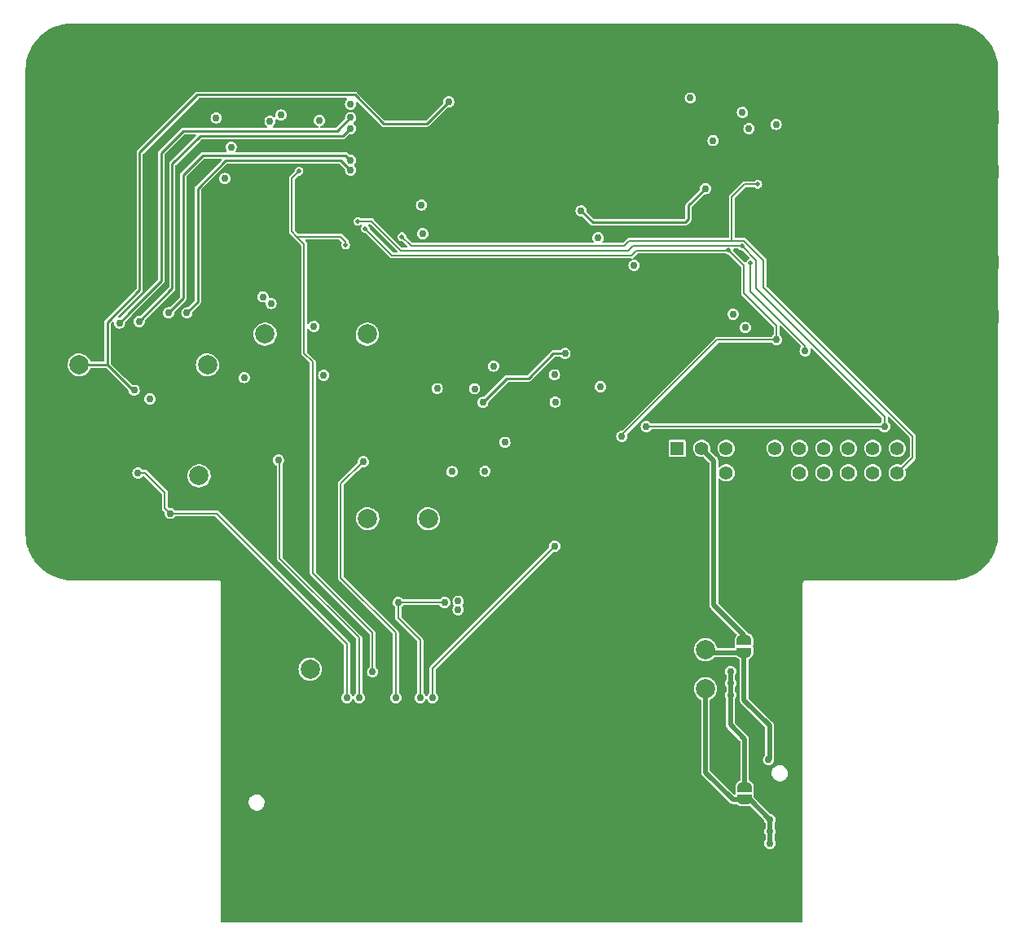
<source format=gbl>
%TF.GenerationSoftware,KiCad,Pcbnew,(6.0.9)*%
%TF.CreationDate,2023-04-20T15:37:57-04:00*%
%TF.ProjectId,S23-16_PCB,5332332d-3136-45f5-9043-422e6b696361,2.0*%
%TF.SameCoordinates,Original*%
%TF.FileFunction,Copper,L4,Bot*%
%TF.FilePolarity,Positive*%
%FSLAX46Y46*%
G04 Gerber Fmt 4.6, Leading zero omitted, Abs format (unit mm)*
G04 Created by KiCad (PCBNEW (6.0.9)) date 2023-04-20 15:37:57*
%MOMM*%
%LPD*%
G01*
G04 APERTURE LIST*
G04 Aperture macros list*
%AMFreePoly0*
4,1,22,0.500000,-0.750000,0.000000,-0.750000,0.000000,-0.745033,-0.079941,-0.743568,-0.215256,-0.701293,-0.333266,-0.622738,-0.424486,-0.514219,-0.481581,-0.384460,-0.499164,-0.250000,-0.500000,-0.250000,-0.500000,0.250000,-0.499164,0.250000,-0.499963,0.256109,-0.478152,0.396186,-0.417904,0.524511,-0.324060,0.630769,-0.204165,0.706417,-0.067858,0.745374,0.000000,0.744959,0.000000,0.750000,
0.500000,0.750000,0.500000,-0.750000,0.500000,-0.750000,$1*%
%AMFreePoly1*
4,1,20,0.000000,0.744959,0.073905,0.744508,0.209726,0.703889,0.328688,0.626782,0.421226,0.519385,0.479903,0.390333,0.500000,0.250000,0.500000,-0.250000,0.499851,-0.262216,0.476331,-0.402017,0.414519,-0.529596,0.319384,-0.634700,0.198574,-0.708877,0.061801,-0.746166,0.000000,-0.745033,0.000000,-0.750000,-0.500000,-0.750000,-0.500000,0.750000,0.000000,0.750000,0.000000,0.744959,
0.000000,0.744959,$1*%
G04 Aperture macros list end*
%TA.AperFunction,ComponentPad*%
%ADD10C,3.600000*%
%TD*%
%TA.AperFunction,ConnectorPad*%
%ADD11C,6.400000*%
%TD*%
%TA.AperFunction,SMDPad,CuDef*%
%ADD12R,4.200000X1.350000*%
%TD*%
%TA.AperFunction,ComponentPad*%
%ADD13C,2.489200*%
%TD*%
%TA.AperFunction,SMDPad,CuDef*%
%ADD14R,12.700000X4.826000*%
%TD*%
%TA.AperFunction,ComponentPad*%
%ADD15C,2.000000*%
%TD*%
%TA.AperFunction,ComponentPad*%
%ADD16R,1.400000X1.400000*%
%TD*%
%TA.AperFunction,ComponentPad*%
%ADD17C,1.400000*%
%TD*%
%TA.AperFunction,SMDPad,CuDef*%
%ADD18FreePoly0,90.000000*%
%TD*%
%TA.AperFunction,SMDPad,CuDef*%
%ADD19FreePoly1,90.000000*%
%TD*%
%TA.AperFunction,ViaPad*%
%ADD20C,0.762000*%
%TD*%
%TA.AperFunction,ViaPad*%
%ADD21C,0.482600*%
%TD*%
%TA.AperFunction,Conductor*%
%ADD22C,0.254000*%
%TD*%
%TA.AperFunction,Conductor*%
%ADD23C,0.508000*%
%TD*%
%TA.AperFunction,Conductor*%
%ADD24C,0.203200*%
%TD*%
G04 APERTURE END LIST*
D10*
X180340000Y-109220000D03*
D11*
X180340000Y-109220000D03*
X88900000Y-60960000D03*
D10*
X88900000Y-60960000D03*
D12*
X86174580Y-65907400D03*
X86174580Y-71557400D03*
X86174580Y-80995000D03*
X86174580Y-86645000D03*
D13*
X152086500Y-58674000D03*
X142561500Y-58674000D03*
D14*
X147324000Y-58547000D03*
D13*
X117157500Y-58674000D03*
D14*
X121920000Y-58547000D03*
D13*
X126682500Y-58674000D03*
D12*
X183065420Y-86645000D03*
X183065420Y-80995000D03*
D11*
X88900000Y-109220000D03*
D10*
X88900000Y-109220000D03*
D11*
X180340000Y-60960000D03*
D10*
X180340000Y-60960000D03*
D12*
X183065420Y-71557400D03*
X183065420Y-65907400D03*
D15*
X102108000Y-103174800D03*
X154736800Y-125323600D03*
D16*
X151798500Y-100330000D03*
D17*
X151798500Y-102870000D03*
X154338500Y-100330000D03*
X154338500Y-102870000D03*
X156878500Y-100330000D03*
X156878500Y-102870000D03*
X159418500Y-100330000D03*
X159418500Y-102870000D03*
X161958500Y-100330000D03*
X161958500Y-102870000D03*
X164498500Y-100330000D03*
X164498500Y-102870000D03*
X167038500Y-100330000D03*
X167038500Y-102870000D03*
X169578500Y-100330000D03*
X169578500Y-102870000D03*
X172118500Y-100330000D03*
X172118500Y-102870000D03*
X174658500Y-100330000D03*
X174658500Y-102870000D03*
D15*
X113639600Y-123291600D03*
X125933200Y-107645200D03*
D18*
X158750000Y-121554000D03*
D19*
X158750000Y-120254000D03*
D15*
X119634000Y-107645200D03*
X154736800Y-121259600D03*
X89662000Y-91643200D03*
X119583200Y-88442800D03*
X108966000Y-88442800D03*
D18*
X158800800Y-136844800D03*
D19*
X158800800Y-135544800D03*
D15*
X102971600Y-91643200D03*
D20*
X106799000Y-92954000D03*
X153162000Y-63881000D03*
X128041400Y-64287400D03*
X95351600Y-94284800D03*
X117856000Y-70358000D03*
X100838000Y-86233000D03*
X117856000Y-67056000D03*
X95885000Y-87122000D03*
X117856000Y-71374000D03*
X98933000Y-86233000D03*
X117856000Y-65913000D03*
X93821250Y-87280750D03*
X115062000Y-92710000D03*
X103886000Y-65938400D03*
X125349000Y-77978000D03*
X114604800Y-66217800D03*
X141808200Y-75615800D03*
X154736800Y-73304400D03*
X158877000Y-87757000D03*
X129032000Y-116205000D03*
X129032000Y-117094000D03*
D21*
X157137227Y-79717773D03*
D20*
X162112924Y-89027000D03*
X146050000Y-99060000D03*
D21*
X119380000Y-77470000D03*
X118618000Y-76708000D03*
D20*
X148586000Y-98040000D03*
D21*
X158523864Y-79275864D03*
D20*
X173355000Y-98044000D03*
D21*
X123190000Y-78308200D03*
X160170621Y-72852413D03*
D20*
X163830000Y-121920000D03*
X104140000Y-113030000D03*
X110363000Y-98806000D03*
D21*
X135331200Y-91821000D03*
D20*
X144145000Y-109220000D03*
X177165000Y-104140000D03*
X154559000Y-63881000D03*
X165093918Y-113029999D03*
X165100000Y-61595000D03*
X130800195Y-59051282D03*
X156210000Y-59055000D03*
X179705000Y-101600000D03*
X124460000Y-92075000D03*
X107315000Y-123190000D03*
X113030000Y-59055000D03*
X129540000Y-61595000D03*
X94183200Y-94284800D03*
X138430000Y-117568000D03*
X184150000Y-96520000D03*
X161544000Y-82169000D03*
X144526000Y-57150000D03*
X93980000Y-66675000D03*
X156235400Y-76530200D03*
X142240000Y-101600000D03*
X89712800Y-100651400D03*
X133350000Y-117475000D03*
X137785990Y-109219680D03*
X182118000Y-70104000D03*
X134366000Y-87122000D03*
X97040900Y-106924600D03*
X101696200Y-93857800D03*
X159308800Y-70586600D03*
X182245000Y-92710000D03*
X154203400Y-76530200D03*
X138430000Y-86995000D03*
X121158000Y-68580000D03*
X161925000Y-115570000D03*
X136398000Y-95494600D03*
X144145000Y-105410000D03*
X140335000Y-109220000D03*
X95885000Y-88392000D03*
D21*
X114554000Y-69138800D03*
D20*
X100330000Y-59055000D03*
X169545000Y-86360000D03*
X93853000Y-88519000D03*
X90703400Y-96435000D03*
X94615000Y-73660000D03*
X97040900Y-105908600D03*
X123367800Y-74371200D03*
X157657800Y-72491600D03*
X120827800Y-81381600D03*
X144145000Y-107315000D03*
X112115600Y-81965800D03*
X93980000Y-57150000D03*
X133350000Y-112395000D03*
X152753000Y-66802000D03*
X145796000Y-57150000D03*
X128651000Y-112268000D03*
D21*
X122620000Y-58298066D03*
D20*
X133985000Y-107315000D03*
X112047000Y-87309000D03*
X96520000Y-57150000D03*
X122809000Y-77216000D03*
X123190000Y-67564000D03*
X177800000Y-57150000D03*
X95250000Y-59055000D03*
D21*
X148024000Y-58844829D03*
D20*
X134366000Y-94478600D03*
X124460000Y-97155000D03*
X179705000Y-91440000D03*
X142240000Y-63500000D03*
X120396000Y-57150000D03*
X85084930Y-78765230D03*
X131191000Y-109728000D03*
X121183400Y-94869000D03*
X85090000Y-63500000D03*
X135382000Y-88138000D03*
D21*
X115824000Y-69138800D03*
D20*
X85090000Y-67310000D03*
X127000000Y-89535000D03*
D21*
X148024000Y-57630276D03*
D20*
X155092400Y-71577200D03*
X130429000Y-108204000D03*
X123444000Y-58420000D03*
X110490000Y-59055000D03*
D21*
X108077000Y-71297800D03*
D20*
X112395000Y-95885000D03*
X184144930Y-106705230D03*
X110540800Y-86309200D03*
X170180000Y-61595000D03*
X140462000Y-99253800D03*
X146050000Y-109855000D03*
X99060000Y-113030000D03*
X116205000Y-99822000D03*
X126580800Y-68072000D03*
D21*
X112852200Y-68707000D03*
D20*
X160578800Y-67487800D03*
X121920000Y-89535000D03*
X184144930Y-78765230D03*
X92075000Y-76200000D03*
X182118000Y-67310000D03*
X97790000Y-59055000D03*
X154203400Y-77546200D03*
X173990000Y-59055000D03*
X139700000Y-61595000D03*
X119380000Y-112395000D03*
X101600000Y-113030000D03*
X130683000Y-106934000D03*
X156718000Y-68326000D03*
X86995000Y-102870000D03*
X184150000Y-101600000D03*
D21*
X106934000Y-70993000D03*
D20*
X92075000Y-71120000D03*
X86995000Y-74930000D03*
X161925000Y-120650000D03*
X121920000Y-104775000D03*
X172694770Y-113024930D03*
X122174000Y-69596000D03*
X160578800Y-68326000D03*
X147675600Y-77673200D03*
X95250000Y-111125000D03*
X144145000Y-103505000D03*
X146038397Y-114923397D03*
X147066000Y-68275200D03*
X118643400Y-80772000D03*
X150114000Y-57150000D03*
X121640600Y-108229400D03*
X147066000Y-69291200D03*
X153769000Y-66802000D03*
X167005000Y-71120000D03*
X91414770Y-57144930D03*
X129705000Y-67208400D03*
X177165000Y-81280000D03*
X167640000Y-113030000D03*
D21*
X133934200Y-90627200D03*
D20*
X145796000Y-58420000D03*
X161925000Y-76200000D03*
X122758200Y-112268000D03*
X148590000Y-112395000D03*
X123190000Y-68580000D03*
X98806000Y-102108000D03*
X124714000Y-57150000D03*
X156337000Y-82677000D03*
X107442000Y-82448400D03*
X172085000Y-81280000D03*
X182245000Y-97790000D03*
X94996000Y-98517800D03*
X98933000Y-87503000D03*
D21*
X133934200Y-91821000D03*
D20*
X155752800Y-66141600D03*
X133070600Y-101946200D03*
X94107000Y-97628800D03*
X114935000Y-65278000D03*
X102870000Y-111125000D03*
X155219400Y-77546200D03*
X156235400Y-77546200D03*
X182245000Y-105410000D03*
D21*
X117094000Y-69240400D03*
D20*
X116840000Y-89535000D03*
X161925000Y-118110000D03*
X91414770Y-113024930D03*
X154940000Y-61595000D03*
X179705000Y-73660000D03*
X85090000Y-85217000D03*
X135890000Y-59055000D03*
X129294000Y-100275500D03*
X135890000Y-120015000D03*
X184150000Y-73660000D03*
D21*
X111506000Y-69215000D03*
D20*
X121158000Y-69596000D03*
X163830000Y-114300000D03*
X135382000Y-87122000D03*
X86995000Y-95250000D03*
X148844000Y-57150000D03*
X155219400Y-76530200D03*
D21*
X121220000Y-57023000D03*
D20*
X150114000Y-58420000D03*
X85090000Y-91440000D03*
X167640000Y-64135000D03*
X122174000Y-68580000D03*
D21*
X122620000Y-57660533D03*
D20*
X175260000Y-61595000D03*
X176530000Y-59055000D03*
X115570000Y-57150000D03*
X85090000Y-104140000D03*
X184150000Y-76200000D03*
X184023000Y-85217000D03*
X94107000Y-99406800D03*
X163830000Y-116840000D03*
X155219400Y-75514200D03*
X184144930Y-94005230D03*
X167640000Y-57150000D03*
X100457000Y-97536000D03*
X170180000Y-113030000D03*
X100838000Y-87503000D03*
X175260000Y-113030000D03*
X125857000Y-111404400D03*
X153670000Y-57150000D03*
X91922600Y-101692800D03*
X92075000Y-81280000D03*
D21*
X148024000Y-58237552D03*
D20*
X102870000Y-59055000D03*
X143002000Y-74549000D03*
X154914770Y-57144930D03*
X121158000Y-95986600D03*
D21*
X118821200Y-72212200D03*
D20*
X122174000Y-67564000D03*
X175260000Y-66675000D03*
D21*
X121220000Y-57660533D03*
D20*
X141325600Y-93919800D03*
X106680000Y-57150000D03*
X101574770Y-57144930D03*
X140970000Y-120015000D03*
X113512600Y-76530200D03*
X161544000Y-83185000D03*
D21*
X146624000Y-58844829D03*
D20*
X177165000Y-88900000D03*
X123774200Y-112268000D03*
X177165000Y-76200000D03*
X143510000Y-117475000D03*
X182245000Y-77470000D03*
X107315000Y-113030000D03*
X161925000Y-125730000D03*
X85090000Y-93980000D03*
X133350000Y-59055000D03*
X129294000Y-97227500D03*
X114528600Y-76530200D03*
X170180000Y-57150000D03*
X85090000Y-88900000D03*
D21*
X105918000Y-70993000D03*
D20*
X138430000Y-112395000D03*
X140970000Y-57150000D03*
X143560000Y-92490000D03*
X153771600Y-69799200D03*
X107315000Y-125730000D03*
X179705000Y-96520000D03*
X160020000Y-61595000D03*
X107442000Y-83464400D03*
X169545000Y-78740000D03*
X168910000Y-59055000D03*
X119303800Y-98933000D03*
X125857000Y-114046000D03*
X182118000Y-85217000D03*
X174625000Y-73660000D03*
X116205000Y-126238000D03*
X95885000Y-98517800D03*
X179705000Y-78740000D03*
X118287800Y-98933000D03*
X121158000Y-67564000D03*
X184150000Y-63500000D03*
X85090000Y-70104000D03*
X134366000Y-88138000D03*
X164465000Y-78740000D03*
X93980000Y-61595000D03*
X124460000Y-86995000D03*
X96520000Y-113030000D03*
X112395000Y-94869000D03*
X172085000Y-71120000D03*
X108712000Y-68783200D03*
X85090000Y-73660000D03*
X155727400Y-67157600D03*
X174625000Y-78740000D03*
X129540000Y-86995000D03*
X143510000Y-112395000D03*
X85090000Y-96520000D03*
X154203400Y-75514200D03*
X157861000Y-82931000D03*
X146050000Y-104775000D03*
X133985000Y-105410000D03*
X148590000Y-107315000D03*
X114300000Y-61595000D03*
X104140000Y-61595000D03*
X148601603Y-87006603D03*
X151714200Y-72136000D03*
X114528600Y-74498200D03*
X151910000Y-81230000D03*
D21*
X135331200Y-90624200D03*
D20*
X121716800Y-75666600D03*
X177165000Y-99060000D03*
X107950000Y-59055000D03*
X146061603Y-89546603D03*
X151130000Y-89535000D03*
X94107000Y-98517800D03*
X132080000Y-63500000D03*
X111455200Y-84226400D03*
X100330000Y-111125000D03*
X165100000Y-66675000D03*
X127635000Y-112268000D03*
X86995000Y-85217000D03*
X182245000Y-74930000D03*
X126555400Y-69088000D03*
X167005000Y-81280000D03*
X170180000Y-66675000D03*
X150723600Y-72161400D03*
X148082000Y-68275200D03*
X152400000Y-127863600D03*
X124460000Y-102235000D03*
X148844000Y-58420000D03*
X184150000Y-88900000D03*
X114528600Y-75514200D03*
X91059000Y-89535000D03*
X130302000Y-114046000D03*
X171450000Y-59055000D03*
X105410000Y-111125000D03*
D21*
X146624000Y-57630276D03*
D20*
X105410000Y-59055000D03*
X135890000Y-114935000D03*
X134061200Y-101946200D03*
X135382000Y-94478600D03*
X86995000Y-70104000D03*
X111760000Y-57150000D03*
X86995000Y-92710000D03*
X139700000Y-57150000D03*
X182245000Y-95250000D03*
X119126000Y-57150000D03*
X85090000Y-101600000D03*
X148590000Y-102235000D03*
X148082000Y-69291200D03*
X95885000Y-99406800D03*
X90424000Y-103378000D03*
X123190000Y-69596000D03*
X164465000Y-73660000D03*
X99060000Y-57150000D03*
X142240000Y-109220000D03*
X107950000Y-72872600D03*
X175260000Y-57150000D03*
X113512600Y-75514200D03*
X86995000Y-82423000D03*
X161925000Y-123190000D03*
X105410000Y-127000000D03*
X114300000Y-57150000D03*
X145288000Y-74422000D03*
X116205000Y-100838000D03*
X165074770Y-57144930D03*
X92710000Y-111125000D03*
X95885000Y-97628800D03*
X129294000Y-98243500D03*
X153670000Y-127863600D03*
X132080000Y-57150000D03*
X138430000Y-59055000D03*
X144145000Y-101600000D03*
X109347000Y-98806000D03*
X86995000Y-77470000D03*
X160020000Y-57150000D03*
X113512600Y-74498200D03*
X110236000Y-82245200D03*
X163830000Y-119380000D03*
X184150000Y-104140000D03*
X86995000Y-97790000D03*
X115087400Y-84912200D03*
X114935000Y-64262000D03*
X137160000Y-57150000D03*
X143640000Y-95980000D03*
X182245000Y-100330000D03*
X137160000Y-63500000D03*
X121158000Y-110744000D03*
X105410000Y-124460000D03*
X94996000Y-99406800D03*
X144576800Y-77520800D03*
D21*
X118872000Y-65278000D03*
D20*
X172085000Y-76200000D03*
X85090000Y-99060000D03*
X85090000Y-76200000D03*
D21*
X121220000Y-58935600D03*
D20*
X91440000Y-64135000D03*
X182245000Y-90170000D03*
X105410000Y-119380000D03*
X124714000Y-58420000D03*
X123444000Y-57150000D03*
X177800000Y-113030000D03*
X129654200Y-70528200D03*
X163824930Y-124485230D03*
X159004000Y-85598000D03*
X143521603Y-87006603D03*
X105410000Y-121920000D03*
X162737800Y-69367400D03*
X119126000Y-58420000D03*
D21*
X148024000Y-57023000D03*
D20*
X148590000Y-92075000D03*
X130810000Y-120015000D03*
X89535000Y-78740000D03*
X109220000Y-57150000D03*
X156235400Y-75514200D03*
X127635000Y-126238000D03*
X115087400Y-85979000D03*
X134620000Y-61595000D03*
X128270000Y-57150000D03*
X135890000Y-109220000D03*
X120142000Y-126238000D03*
X151130000Y-109855000D03*
X163830000Y-59055000D03*
X105410000Y-114300000D03*
X86995000Y-67310000D03*
X131572000Y-81280000D03*
X107315000Y-120650000D03*
X161290000Y-59055000D03*
X86995000Y-105410000D03*
X184150000Y-91440000D03*
X97790000Y-111125000D03*
X120396000Y-58420000D03*
X115544600Y-75514200D03*
D21*
X122620000Y-58935600D03*
D20*
X172720000Y-57150000D03*
X121158000Y-114046000D03*
X93980000Y-113030000D03*
X172720000Y-64135000D03*
X96520000Y-64135000D03*
X129514770Y-57144930D03*
D21*
X146624000Y-57023000D03*
D20*
X158750000Y-59055000D03*
X119735600Y-81381600D03*
D21*
X117094000Y-68427600D03*
D20*
X101808500Y-96549500D03*
X184023000Y-82423000D03*
X169545000Y-73660000D03*
X126365000Y-77978000D03*
X89535000Y-73660000D03*
X177165000Y-93980000D03*
X86995000Y-90170000D03*
X106807000Y-99822000D03*
X85090000Y-82423000D03*
X136398000Y-94478600D03*
D21*
X122620000Y-57023000D03*
D20*
X94996000Y-97628800D03*
X104140000Y-57150000D03*
X94615000Y-78740000D03*
X114046000Y-81890988D03*
X182118000Y-82423000D03*
X135382000Y-95494600D03*
X177165000Y-71120000D03*
X115544600Y-74498200D03*
X96367600Y-90525600D03*
X134620000Y-57150000D03*
X135382000Y-96510600D03*
X130429000Y-117475000D03*
X133985000Y-109220000D03*
X107315000Y-118110000D03*
X129294000Y-99259500D03*
X167005000Y-76200000D03*
D21*
X121220000Y-58298066D03*
D20*
X92710000Y-59055000D03*
X184150000Y-99060000D03*
X144272000Y-74422000D03*
X123825000Y-126238000D03*
X136398000Y-96510600D03*
X105410000Y-116840000D03*
X107315000Y-115570000D03*
X144526000Y-58420000D03*
X134366000Y-96510600D03*
X111760000Y-89535000D03*
X89535000Y-88900000D03*
D21*
X146624000Y-58237552D03*
D20*
X101498400Y-89966800D03*
X106934000Y-101473000D03*
X144500600Y-81483200D03*
X166370000Y-59055000D03*
X184023000Y-70104000D03*
X174625000Y-86360000D03*
X134366000Y-95494600D03*
X152730200Y-69773800D03*
X109220000Y-61595000D03*
X99060000Y-61595000D03*
X162560000Y-57150000D03*
X95046800Y-101600000D03*
X112522000Y-65582800D03*
X138430000Y-81280000D03*
X85090000Y-106680000D03*
X172085000Y-88900000D03*
X115544600Y-76530200D03*
X86995000Y-100330000D03*
X182245000Y-102870000D03*
X140970000Y-114935000D03*
X184023000Y-67310000D03*
X128143000Y-95758000D03*
X157480000Y-57150000D03*
X139065000Y-110490000D03*
X126365000Y-126238000D03*
X127635000Y-116332000D03*
X122809000Y-116332000D03*
X125095000Y-126238000D03*
D21*
X159410900Y-81075699D03*
D20*
X165100000Y-90170000D03*
X128397000Y-102743000D03*
X133883400Y-99695000D03*
X132715000Y-91760800D03*
X139040000Y-92670000D03*
X139115800Y-95494600D03*
X131826000Y-102682800D03*
X143814800Y-93894400D03*
X130733800Y-94123000D03*
X126850000Y-94110000D03*
X120142000Y-123571000D03*
D21*
X117340000Y-79170000D03*
X112496600Y-71501000D03*
D20*
X161290000Y-132715000D03*
X109474000Y-66294000D03*
X157353000Y-124726700D03*
X109575600Y-85242400D03*
X96999600Y-95171200D03*
X158572200Y-65379600D03*
X114043400Y-87655400D03*
X143570000Y-78430000D03*
X159258000Y-67056000D03*
X104775000Y-72263000D03*
X125222000Y-75006200D03*
X157353000Y-125971300D03*
X105435400Y-68986400D03*
X155524200Y-68300600D03*
X157353000Y-123507500D03*
X147320000Y-81280000D03*
X117856000Y-64516000D03*
X162077400Y-66624200D03*
X157607000Y-86360000D03*
X110617000Y-65659000D03*
X108737400Y-84556600D03*
X117475000Y-126238000D03*
X95758000Y-102870000D03*
X99072900Y-107078495D03*
X122555000Y-126238000D03*
X119164998Y-101716273D03*
X118745000Y-126238000D03*
X110347000Y-101548000D03*
X161442400Y-140157200D03*
X161442400Y-141401800D03*
X161442400Y-138938000D03*
X140130000Y-90450000D03*
X131597400Y-95545400D03*
D22*
X92608400Y-91643200D02*
X92583000Y-91643200D01*
X95932414Y-83836086D02*
X92583000Y-87185500D01*
X95932414Y-69548586D02*
X95932414Y-83836086D01*
X95250000Y-94284800D02*
X92608400Y-91643200D01*
X128041400Y-64287400D02*
X125780800Y-66548000D01*
X92583000Y-91643200D02*
X89662000Y-91643200D01*
X121285000Y-66548000D02*
X118290400Y-63553400D01*
X125780800Y-66548000D02*
X121285000Y-66548000D01*
X95351600Y-94284800D02*
X95250000Y-94284800D01*
X92583000Y-87185500D02*
X92583000Y-91643200D01*
X118290400Y-63553400D02*
X101927600Y-63553400D01*
X101927600Y-63553400D02*
X95932414Y-69548586D01*
X100838000Y-86233000D02*
X101955600Y-85115400D01*
X99314000Y-83693000D02*
X99314000Y-70739000D01*
X100457000Y-84709000D02*
X100457000Y-71882000D01*
X101955600Y-85115400D02*
X101955600Y-73304400D01*
X102489000Y-69850000D02*
X117348000Y-69850000D01*
X94869000Y-86233000D02*
X94869000Y-86223974D01*
X101955600Y-73304400D02*
X104902000Y-70358000D01*
X98171000Y-82931000D02*
X98171000Y-69596000D01*
X94869000Y-86223974D02*
X95240974Y-85852000D01*
X117348000Y-69850000D02*
X117856000Y-70358000D01*
X98171000Y-69596000D02*
X100457000Y-67310000D01*
X116459000Y-67310000D02*
X117856000Y-65913000D01*
X95885000Y-87122000D02*
X99314000Y-83693000D01*
X100457000Y-67310000D02*
X116459000Y-67310000D01*
X95240974Y-85852000D02*
X95250000Y-85852000D01*
X93821250Y-87280750D02*
X94869000Y-86233000D01*
X104902000Y-70358000D02*
X116840000Y-70358000D01*
X98933000Y-86233000D02*
X100457000Y-84709000D01*
X102235000Y-67818000D02*
X117094000Y-67818000D01*
X117094000Y-67818000D02*
X117856000Y-67056000D01*
X99314000Y-70739000D02*
X102235000Y-67818000D01*
X95250000Y-85852000D02*
X98171000Y-82931000D01*
X116840000Y-70358000D02*
X117856000Y-71374000D01*
X100457000Y-71882000D02*
X102489000Y-69850000D01*
D23*
X155600400Y-101591900D02*
X154338500Y-100330000D01*
D22*
X141808200Y-75615800D02*
X143027400Y-76835000D01*
D23*
X155600400Y-116611400D02*
X155600400Y-101591900D01*
D22*
X152984200Y-76454000D02*
X152984200Y-75057000D01*
X152984200Y-75057000D02*
X154736800Y-73304400D01*
X143027400Y-76835000D02*
X152603200Y-76835000D01*
D23*
X158750000Y-119761000D02*
X155600400Y-116611400D01*
D22*
X152603200Y-76835000D02*
X152984200Y-76454000D01*
D24*
X157137227Y-79717773D02*
X157099000Y-79756000D01*
X146050000Y-98933000D02*
X146050000Y-99060000D01*
X162112924Y-89027000D02*
X162112924Y-87594458D01*
X162112924Y-89027000D02*
X155956000Y-89027000D01*
X147574000Y-79756000D02*
X147066000Y-80264000D01*
X158724600Y-84206134D02*
X158724600Y-81305146D01*
X162112924Y-87594458D02*
X158724600Y-84206134D01*
X155956000Y-89027000D02*
X146050000Y-98933000D01*
X157099000Y-79756000D02*
X147574000Y-79756000D01*
X122174000Y-80264000D02*
X119380000Y-77470000D01*
X147066000Y-80264000D02*
X122174000Y-80264000D01*
X158724600Y-81305146D02*
X157137227Y-79717773D01*
X146685000Y-79756000D02*
X123089895Y-79756000D01*
X173355000Y-97028000D02*
X173355000Y-98044000D01*
X148590000Y-98044000D02*
X173355000Y-98044000D01*
X158523864Y-79275864D02*
X158496000Y-79248000D01*
X160020000Y-83693000D02*
X173355000Y-97028000D01*
X158523864Y-79275864D02*
X160020000Y-80772000D01*
X148586000Y-98040000D02*
X148590000Y-98044000D01*
X160020000Y-80772000D02*
X160020000Y-83693000D01*
X147193000Y-79248000D02*
X146685000Y-79756000D01*
X158496000Y-79248000D02*
X147193000Y-79248000D01*
X120041895Y-76708000D02*
X118618000Y-76708000D01*
X123089895Y-79756000D02*
X120041895Y-76708000D01*
X157480000Y-78740000D02*
X158750000Y-78740000D01*
X146304000Y-79248000D02*
X146812000Y-78740000D01*
X176276000Y-101252500D02*
X174658500Y-102870000D01*
X124129800Y-79248000D02*
X146304000Y-79248000D01*
X160782000Y-83566000D02*
X176276000Y-99060000D01*
X160170621Y-72852413D02*
X158820987Y-72852413D01*
X158820987Y-72852413D02*
X157480000Y-74193400D01*
X157480000Y-74193400D02*
X157480000Y-78740000D01*
X146812000Y-78740000D02*
X157480000Y-78740000D01*
X176276000Y-99060000D02*
X176276000Y-101252500D01*
X158750000Y-78740000D02*
X160782000Y-80772000D01*
X160782000Y-80772000D02*
X160782000Y-83566000D01*
X123190000Y-78308200D02*
X124129800Y-79248000D01*
X139065000Y-110490000D02*
X126365000Y-123190000D01*
X126365000Y-123190000D02*
X126365000Y-126238000D01*
X127635000Y-116332000D02*
X122809000Y-116332000D01*
X122809000Y-117983000D02*
X122809000Y-116332000D01*
X125095000Y-120269000D02*
X122809000Y-117983000D01*
X125095000Y-126238000D02*
X125095000Y-120269000D01*
X165100000Y-89662000D02*
X159410900Y-83972900D01*
X165100000Y-90170000D02*
X165100000Y-89662000D01*
X159410900Y-83972900D02*
X159410900Y-81075699D01*
X113030000Y-79070200D02*
X112268000Y-78308200D01*
X120142000Y-123571000D02*
X120142000Y-119507000D01*
X116814600Y-78308200D02*
X112268000Y-78308200D01*
X113919000Y-91313000D02*
X113030000Y-90424000D01*
X111734600Y-72263000D02*
X111734600Y-77774800D01*
X111734600Y-77774800D02*
X112268000Y-78308200D01*
X112496600Y-71501000D02*
X111734600Y-72263000D01*
X117340000Y-79170000D02*
X117340000Y-78833600D01*
X120142000Y-119507000D02*
X113919000Y-113284000D01*
X113919000Y-113284000D02*
X113919000Y-91313000D01*
X113030000Y-90424000D02*
X113030000Y-79070200D01*
X117340000Y-78833600D02*
X116814600Y-78308200D01*
D23*
X158750000Y-121554000D02*
X158750000Y-126492000D01*
X155031200Y-121554000D02*
X154736800Y-121259600D01*
X158750000Y-121554000D02*
X155031200Y-121554000D01*
X161391600Y-132613400D02*
X161290000Y-132715000D01*
X161391600Y-129133600D02*
X161391600Y-132613400D01*
X158750000Y-126492000D02*
X161391600Y-129133600D01*
X157353000Y-123507500D02*
X157353000Y-124726700D01*
X158800800Y-130556000D02*
X158800800Y-135544800D01*
X157353000Y-124726700D02*
X157353000Y-125971300D01*
X157353000Y-125971300D02*
X157327600Y-125996700D01*
X157327600Y-125996700D02*
X157327600Y-129082800D01*
X157327600Y-129082800D02*
X158800800Y-130556000D01*
D24*
X98552000Y-106557595D02*
X99072900Y-107078495D01*
X95758000Y-102870000D02*
X96520000Y-102870000D01*
X96520000Y-102870000D02*
X98552000Y-104902000D01*
X117475000Y-120650000D02*
X117475000Y-126238000D01*
X99072900Y-107078495D02*
X103903495Y-107078495D01*
X98552000Y-104902000D02*
X98552000Y-106557595D01*
X103903495Y-107078495D02*
X117475000Y-120650000D01*
X116840000Y-104013000D02*
X119136727Y-101716273D01*
X122555000Y-119507000D02*
X116840000Y-113792000D01*
X122555000Y-126238000D02*
X122555000Y-119507000D01*
X116840000Y-113792000D02*
X116840000Y-104013000D01*
X110490000Y-101691000D02*
X110347000Y-101548000D01*
X118745000Y-120015000D02*
X110490000Y-111760000D01*
X118745000Y-126238000D02*
X118745000Y-120015000D01*
X110490000Y-111760000D02*
X110490000Y-101691000D01*
D23*
X154736800Y-134010400D02*
X154736800Y-125323600D01*
X159349200Y-136844800D02*
X161442400Y-138938000D01*
X161442400Y-140157200D02*
X161442400Y-141401800D01*
X157571200Y-136844800D02*
X154736800Y-134010400D01*
X158800800Y-136844800D02*
X157571200Y-136844800D01*
X161442400Y-138938000D02*
X161442400Y-140157200D01*
X158800800Y-136844800D02*
X159349200Y-136844800D01*
D22*
X140130000Y-90450000D02*
X138937026Y-90450000D01*
X134112000Y-93030800D02*
X131597400Y-95545400D01*
X136356226Y-93030800D02*
X134112000Y-93030800D01*
X138937026Y-90450000D02*
X136356226Y-93030800D01*
%TA.AperFunction,Conductor*%
G36*
X180324650Y-56136433D02*
G01*
X180330281Y-56137553D01*
X180330282Y-56137553D01*
X180340000Y-56139486D01*
X180349717Y-56137553D01*
X180351414Y-56137553D01*
X180372674Y-56135926D01*
X180756193Y-56152671D01*
X180764915Y-56153434D01*
X181001596Y-56184594D01*
X181173584Y-56207237D01*
X181182227Y-56208761D01*
X181356765Y-56247455D01*
X181584649Y-56297976D01*
X181593105Y-56300241D01*
X181986235Y-56424194D01*
X181994479Y-56427195D01*
X182375286Y-56584931D01*
X182383240Y-56588640D01*
X182748855Y-56778967D01*
X182756455Y-56783355D01*
X183104090Y-57004823D01*
X183111279Y-57009857D01*
X183438286Y-57260778D01*
X183445007Y-57266417D01*
X183748917Y-57544899D01*
X183755101Y-57551083D01*
X184033581Y-57854991D01*
X184039222Y-57861714D01*
X184290143Y-58188721D01*
X184295177Y-58195910D01*
X184516645Y-58543545D01*
X184521033Y-58551145D01*
X184711360Y-58916760D01*
X184715069Y-58924714D01*
X184872805Y-59305521D01*
X184875806Y-59313765D01*
X184999759Y-59706895D01*
X185002027Y-59715361D01*
X185091239Y-60117773D01*
X185092763Y-60126416D01*
X185146565Y-60535074D01*
X185147330Y-60543817D01*
X185164074Y-60927324D01*
X185162447Y-60948586D01*
X185162447Y-60950283D01*
X185160514Y-60960000D01*
X185162447Y-60969718D01*
X185162447Y-60969719D01*
X185163567Y-60975350D01*
X185165500Y-60994975D01*
X185165500Y-109185025D01*
X185163567Y-109204650D01*
X185160514Y-109220000D01*
X185162447Y-109229717D01*
X185162447Y-109231414D01*
X185164074Y-109252676D01*
X185147330Y-109636183D01*
X185146565Y-109644926D01*
X185092763Y-110053584D01*
X185091239Y-110062227D01*
X185002027Y-110464639D01*
X184999759Y-110473105D01*
X184899811Y-110790100D01*
X184875807Y-110866232D01*
X184872806Y-110874476D01*
X184792555Y-111068219D01*
X184715069Y-111255286D01*
X184711360Y-111263240D01*
X184521033Y-111628855D01*
X184516645Y-111636455D01*
X184295177Y-111984090D01*
X184290143Y-111991279D01*
X184039222Y-112318286D01*
X184033583Y-112325007D01*
X183755101Y-112628917D01*
X183748917Y-112635101D01*
X183445009Y-112913581D01*
X183438286Y-112919222D01*
X183111279Y-113170143D01*
X183104090Y-113175177D01*
X182756455Y-113396645D01*
X182748855Y-113401033D01*
X182383240Y-113591360D01*
X182375288Y-113595068D01*
X182009392Y-113746628D01*
X181994479Y-113752805D01*
X181986235Y-113755806D01*
X181593105Y-113879759D01*
X181584649Y-113882024D01*
X181356765Y-113932545D01*
X181182227Y-113971239D01*
X181173584Y-113972763D01*
X181023495Y-113992523D01*
X180764915Y-114026566D01*
X180756193Y-114027329D01*
X180372674Y-114044074D01*
X180351414Y-114042447D01*
X180349717Y-114042447D01*
X180340000Y-114040514D01*
X180330282Y-114042447D01*
X180330281Y-114042447D01*
X180324650Y-114043567D01*
X180305025Y-114045500D01*
X165134975Y-114045500D01*
X165115350Y-114043567D01*
X165109719Y-114042447D01*
X165109718Y-114042447D01*
X165100000Y-114040514D01*
X165074933Y-114045500D01*
X165000699Y-114060266D01*
X164940385Y-114100567D01*
X164927211Y-114109370D01*
X164916516Y-114116516D01*
X164860266Y-114200699D01*
X164840514Y-114300000D01*
X164842447Y-114309718D01*
X164842447Y-114309719D01*
X164843567Y-114315350D01*
X164845500Y-114334975D01*
X164845500Y-149504900D01*
X164826287Y-149564031D01*
X164775987Y-149600576D01*
X164744900Y-149605500D01*
X104495100Y-149605500D01*
X104435969Y-149586287D01*
X104399424Y-149535987D01*
X104394500Y-149504900D01*
X104394500Y-137112916D01*
X107222161Y-137112916D01*
X107231698Y-137294893D01*
X107280090Y-137470576D01*
X107365078Y-137631770D01*
X107482697Y-137770954D01*
X107627460Y-137881634D01*
X107792613Y-137958646D01*
X107970451Y-137998397D01*
X107974568Y-137998627D01*
X107974574Y-137998628D01*
X107974633Y-137998631D01*
X107974639Y-137998631D01*
X107976049Y-137998710D01*
X108110011Y-137998710D01*
X108112705Y-137998417D01*
X108112711Y-137998417D01*
X108240240Y-137984563D01*
X108240242Y-137984563D01*
X108245651Y-137983975D01*
X108250808Y-137982239D01*
X108250810Y-137982239D01*
X108330054Y-137955570D01*
X108418360Y-137925852D01*
X108574558Y-137831998D01*
X108639110Y-137770954D01*
X108703002Y-137710535D01*
X108706959Y-137706793D01*
X108809385Y-137556077D01*
X108811405Y-137551027D01*
X108811407Y-137551023D01*
X108875035Y-137391941D01*
X108875035Y-137391940D01*
X108877058Y-137386883D01*
X108906821Y-137207104D01*
X108897284Y-137025127D01*
X108848892Y-136849444D01*
X108763904Y-136688250D01*
X108673163Y-136580872D01*
X108649800Y-136553225D01*
X108649798Y-136553223D01*
X108646285Y-136549066D01*
X108501522Y-136438386D01*
X108336369Y-136361374D01*
X108158531Y-136321623D01*
X108154414Y-136321393D01*
X108154408Y-136321392D01*
X108154349Y-136321389D01*
X108154343Y-136321389D01*
X108152933Y-136321310D01*
X108018971Y-136321310D01*
X108016277Y-136321603D01*
X108016271Y-136321603D01*
X107888742Y-136335457D01*
X107888740Y-136335457D01*
X107883331Y-136336045D01*
X107878174Y-136337781D01*
X107878172Y-136337781D01*
X107842619Y-136349746D01*
X107710622Y-136394168D01*
X107554424Y-136488022D01*
X107550469Y-136491762D01*
X107485474Y-136553225D01*
X107422023Y-136613227D01*
X107319597Y-136763943D01*
X107317577Y-136768993D01*
X107317575Y-136768997D01*
X107285399Y-136849444D01*
X107251924Y-136933137D01*
X107222161Y-137112916D01*
X104394500Y-137112916D01*
X104394500Y-123259956D01*
X112431157Y-123259956D01*
X112445626Y-123480707D01*
X112446758Y-123485165D01*
X112446759Y-123485170D01*
X112491195Y-123660137D01*
X112500081Y-123695125D01*
X112592699Y-123896028D01*
X112720378Y-124076690D01*
X112878842Y-124231058D01*
X113062783Y-124353964D01*
X113067019Y-124355784D01*
X113067021Y-124355785D01*
X113244017Y-124431828D01*
X113266043Y-124441291D01*
X113373357Y-124465574D01*
X113477312Y-124489097D01*
X113477315Y-124489097D01*
X113481812Y-124490115D01*
X113608642Y-124495098D01*
X113698258Y-124498619D01*
X113698259Y-124498619D01*
X113702867Y-124498800D01*
X113707424Y-124498139D01*
X113707429Y-124498139D01*
X113812335Y-124482928D01*
X113921802Y-124467056D01*
X114131286Y-124395946D01*
X114324304Y-124287851D01*
X114376081Y-124244789D01*
X114490844Y-124149341D01*
X114494391Y-124146391D01*
X114549682Y-124079911D01*
X114632903Y-123979849D01*
X114632905Y-123979847D01*
X114635851Y-123976304D01*
X114743946Y-123783286D01*
X114815056Y-123573802D01*
X114845853Y-123361401D01*
X114846375Y-123357802D01*
X114846376Y-123357793D01*
X114846800Y-123354867D01*
X114848264Y-123298998D01*
X114848380Y-123294556D01*
X114848380Y-123294549D01*
X114848457Y-123291600D01*
X114838573Y-123184031D01*
X114828637Y-123075891D01*
X114828636Y-123075886D01*
X114828215Y-123071303D01*
X114768165Y-122858384D01*
X114755841Y-122833394D01*
X114672363Y-122664116D01*
X114672361Y-122664113D01*
X114670320Y-122659974D01*
X114537956Y-122482717D01*
X114520737Y-122466800D01*
X114378893Y-122335679D01*
X114378887Y-122335674D01*
X114375506Y-122332549D01*
X114358730Y-122321964D01*
X114192319Y-122216967D01*
X114192316Y-122216965D01*
X114188410Y-122214501D01*
X113982934Y-122132524D01*
X113765960Y-122089365D01*
X113655357Y-122087917D01*
X113549368Y-122086530D01*
X113549364Y-122086530D01*
X113544754Y-122086470D01*
X113540210Y-122087251D01*
X113540208Y-122087251D01*
X113382262Y-122114391D01*
X113326725Y-122123934D01*
X113322401Y-122125529D01*
X113322398Y-122125530D01*
X113123505Y-122198905D01*
X113123503Y-122198906D01*
X113119174Y-122200503D01*
X113101231Y-122211178D01*
X112933016Y-122311255D01*
X112933011Y-122311259D01*
X112929052Y-122313614D01*
X112925586Y-122316653D01*
X112925584Y-122316655D01*
X112766193Y-122456437D01*
X112766190Y-122456440D01*
X112762726Y-122459478D01*
X112625767Y-122633209D01*
X112522762Y-122828990D01*
X112494932Y-122918616D01*
X112462198Y-123024037D01*
X112457159Y-123040264D01*
X112450596Y-123095717D01*
X112436759Y-123212628D01*
X112431157Y-123259956D01*
X104394500Y-123259956D01*
X104394500Y-114334975D01*
X104396433Y-114315350D01*
X104397553Y-114309719D01*
X104397553Y-114309718D01*
X104399486Y-114300000D01*
X104379734Y-114200699D01*
X104323484Y-114116516D01*
X104312790Y-114109370D01*
X104299615Y-114100567D01*
X104239301Y-114060266D01*
X104165067Y-114045500D01*
X104140000Y-114040514D01*
X104130282Y-114042447D01*
X104130281Y-114042447D01*
X104124650Y-114043567D01*
X104105025Y-114045500D01*
X88934975Y-114045500D01*
X88915350Y-114043567D01*
X88909719Y-114042447D01*
X88909718Y-114042447D01*
X88900000Y-114040514D01*
X88890283Y-114042447D01*
X88888586Y-114042447D01*
X88867326Y-114044074D01*
X88483807Y-114027329D01*
X88475085Y-114026566D01*
X88216505Y-113992523D01*
X88066416Y-113972763D01*
X88057773Y-113971239D01*
X87883235Y-113932545D01*
X87655351Y-113882024D01*
X87646895Y-113879759D01*
X87253765Y-113755806D01*
X87245521Y-113752805D01*
X87230609Y-113746628D01*
X86864712Y-113595068D01*
X86856760Y-113591360D01*
X86491145Y-113401033D01*
X86483545Y-113396645D01*
X86135910Y-113175177D01*
X86128721Y-113170143D01*
X85801714Y-112919222D01*
X85794991Y-112913581D01*
X85491083Y-112635101D01*
X85484899Y-112628917D01*
X85206417Y-112325007D01*
X85200778Y-112318286D01*
X84949857Y-111991279D01*
X84944823Y-111984090D01*
X84723355Y-111636455D01*
X84718967Y-111628855D01*
X84528640Y-111263240D01*
X84524931Y-111255286D01*
X84447445Y-111068219D01*
X84367194Y-110874476D01*
X84364193Y-110866232D01*
X84340189Y-110790100D01*
X84240241Y-110473105D01*
X84237973Y-110464639D01*
X84148761Y-110062227D01*
X84147237Y-110053584D01*
X84093435Y-109644926D01*
X84092670Y-109636183D01*
X84075926Y-109252676D01*
X84077553Y-109231414D01*
X84077553Y-109229717D01*
X84079486Y-109220000D01*
X84076433Y-109204650D01*
X84074500Y-109185025D01*
X84074500Y-102870000D01*
X95168255Y-102870000D01*
X95169116Y-102876540D01*
X95183119Y-102982900D01*
X95188350Y-103022637D01*
X95203381Y-103058925D01*
X95243087Y-103154782D01*
X95247266Y-103164872D01*
X95340987Y-103287013D01*
X95463127Y-103380734D01*
X95605363Y-103439650D01*
X95611899Y-103440510D01*
X95611901Y-103440511D01*
X95751460Y-103458884D01*
X95758000Y-103459745D01*
X95764540Y-103458884D01*
X95904099Y-103440511D01*
X95904101Y-103440510D01*
X95910637Y-103439650D01*
X96052873Y-103380734D01*
X96175013Y-103287013D01*
X96230532Y-103214659D01*
X96281770Y-103179443D01*
X96310343Y-103175300D01*
X96351871Y-103175300D01*
X96411002Y-103194513D01*
X96423006Y-103204765D01*
X98217235Y-104998995D01*
X98245461Y-105054393D01*
X98246700Y-105070130D01*
X98246700Y-106503231D01*
X98246392Y-106507422D01*
X98244744Y-106512223D01*
X98245092Y-106521502D01*
X98245092Y-106521505D01*
X98246629Y-106562431D01*
X98246700Y-106566205D01*
X98246700Y-106585988D01*
X98247538Y-106590487D01*
X98247881Y-106595775D01*
X98249011Y-106625877D01*
X98252676Y-106634408D01*
X98252677Y-106634412D01*
X98253626Y-106636620D01*
X98260095Y-106657912D01*
X98260535Y-106660277D01*
X98260536Y-106660280D01*
X98262236Y-106669406D01*
X98267107Y-106677308D01*
X98267108Y-106677311D01*
X98276436Y-106692444D01*
X98283225Y-106705513D01*
X98293906Y-106730374D01*
X98297985Y-106735339D01*
X98302417Y-106739771D01*
X98316915Y-106758112D01*
X98321915Y-106766223D01*
X98335370Y-106776454D01*
X98345514Y-106784168D01*
X98355757Y-106793111D01*
X98466456Y-106903811D01*
X98494681Y-106959207D01*
X98495059Y-106988073D01*
X98483155Y-107078495D01*
X98503250Y-107231132D01*
X98562166Y-107373367D01*
X98655887Y-107495508D01*
X98778027Y-107589229D01*
X98920263Y-107648145D01*
X98926799Y-107649005D01*
X98926801Y-107649006D01*
X99066360Y-107667379D01*
X99072900Y-107668240D01*
X99079440Y-107667379D01*
X99218999Y-107649006D01*
X99219001Y-107649005D01*
X99225537Y-107648145D01*
X99367773Y-107589229D01*
X99489913Y-107495508D01*
X99545432Y-107423154D01*
X99596670Y-107387938D01*
X99625243Y-107383795D01*
X103735366Y-107383795D01*
X103794497Y-107403008D01*
X103806501Y-107413260D01*
X117140235Y-120746994D01*
X117168461Y-120802392D01*
X117169700Y-120818129D01*
X117169700Y-125685657D01*
X117150487Y-125744788D01*
X117130342Y-125765468D01*
X117057987Y-125820987D01*
X116964266Y-125943128D01*
X116961745Y-125949215D01*
X116961743Y-125949218D01*
X116949888Y-125977840D01*
X116905350Y-126085363D01*
X116904490Y-126091899D01*
X116904489Y-126091901D01*
X116893570Y-126174844D01*
X116885255Y-126238000D01*
X116886116Y-126244540D01*
X116890139Y-126275094D01*
X116905350Y-126390637D01*
X116964266Y-126532872D01*
X117057987Y-126655013D01*
X117180127Y-126748734D01*
X117322363Y-126807650D01*
X117328899Y-126808510D01*
X117328901Y-126808511D01*
X117468460Y-126826884D01*
X117475000Y-126827745D01*
X117481540Y-126826884D01*
X117621099Y-126808511D01*
X117621101Y-126808510D01*
X117627637Y-126807650D01*
X117769873Y-126748734D01*
X117892013Y-126655013D01*
X117985734Y-126532872D01*
X118011496Y-126470677D01*
X118017058Y-126457250D01*
X118057437Y-126409972D01*
X118117893Y-126395458D01*
X118175335Y-126419251D01*
X118202942Y-126457250D01*
X118208504Y-126470677D01*
X118234266Y-126532872D01*
X118327987Y-126655013D01*
X118450127Y-126748734D01*
X118592363Y-126807650D01*
X118598899Y-126808510D01*
X118598901Y-126808511D01*
X118738460Y-126826884D01*
X118745000Y-126827745D01*
X118751540Y-126826884D01*
X118891099Y-126808511D01*
X118891101Y-126808510D01*
X118897637Y-126807650D01*
X119039873Y-126748734D01*
X119162013Y-126655013D01*
X119255734Y-126532872D01*
X119314650Y-126390637D01*
X119329862Y-126275094D01*
X119333884Y-126244540D01*
X119334745Y-126238000D01*
X119326430Y-126174844D01*
X119315511Y-126091901D01*
X119315510Y-126091899D01*
X119314650Y-126085363D01*
X119270112Y-125977840D01*
X119258257Y-125949218D01*
X119258255Y-125949215D01*
X119255734Y-125943128D01*
X119162013Y-125820987D01*
X119089659Y-125765468D01*
X119054443Y-125714229D01*
X119050300Y-125685657D01*
X119050300Y-120069364D01*
X119050608Y-120065173D01*
X119052256Y-120060372D01*
X119051583Y-120042427D01*
X119050371Y-120010164D01*
X119050300Y-120006390D01*
X119050300Y-119986607D01*
X119049462Y-119982108D01*
X119049119Y-119976820D01*
X119048337Y-119955999D01*
X119047989Y-119946718D01*
X119044324Y-119938187D01*
X119044323Y-119938183D01*
X119043374Y-119935975D01*
X119036905Y-119914683D01*
X119036465Y-119912318D01*
X119036464Y-119912315D01*
X119034764Y-119903189D01*
X119029893Y-119895287D01*
X119029892Y-119895284D01*
X119020564Y-119880151D01*
X119013773Y-119867078D01*
X119003094Y-119842221D01*
X118999015Y-119837256D01*
X118994583Y-119832824D01*
X118980085Y-119814483D01*
X118975085Y-119806372D01*
X118951486Y-119788427D01*
X118941243Y-119779484D01*
X110824765Y-111663005D01*
X110796539Y-111607607D01*
X110795300Y-111591870D01*
X110795300Y-101958388D01*
X110816088Y-101897147D01*
X110833080Y-101875002D01*
X110857734Y-101842872D01*
X110862695Y-101830897D01*
X110912882Y-101709733D01*
X110916650Y-101700637D01*
X110926602Y-101625048D01*
X110935884Y-101554540D01*
X110936745Y-101548000D01*
X110932627Y-101516724D01*
X110917511Y-101401901D01*
X110917510Y-101401899D01*
X110916650Y-101395363D01*
X110876843Y-101299260D01*
X110860257Y-101259218D01*
X110860255Y-101259215D01*
X110857734Y-101253128D01*
X110782827Y-101155506D01*
X110768027Y-101136218D01*
X110768026Y-101136217D01*
X110764013Y-101130987D01*
X110641873Y-101037266D01*
X110499637Y-100978350D01*
X110493101Y-100977490D01*
X110493099Y-100977489D01*
X110353540Y-100959116D01*
X110347000Y-100958255D01*
X110340460Y-100959116D01*
X110200901Y-100977489D01*
X110200899Y-100977490D01*
X110194363Y-100978350D01*
X110129351Y-101005279D01*
X110058218Y-101034743D01*
X110058215Y-101034745D01*
X110052128Y-101037266D01*
X109929987Y-101130987D01*
X109836266Y-101253128D01*
X109833745Y-101259215D01*
X109833743Y-101259218D01*
X109817157Y-101299260D01*
X109777350Y-101395363D01*
X109776490Y-101401899D01*
X109776489Y-101401901D01*
X109761373Y-101516724D01*
X109757255Y-101548000D01*
X109758116Y-101554540D01*
X109767399Y-101625048D01*
X109777350Y-101700637D01*
X109781118Y-101709733D01*
X109831306Y-101830897D01*
X109836266Y-101842872D01*
X109860920Y-101875002D01*
X109924904Y-101958388D01*
X109929987Y-101965013D01*
X110052127Y-102058734D01*
X110058223Y-102061259D01*
X110122598Y-102087924D01*
X110169876Y-102128303D01*
X110184700Y-102180866D01*
X110184700Y-111705636D01*
X110184392Y-111709827D01*
X110182744Y-111714628D01*
X110183092Y-111723907D01*
X110183092Y-111723910D01*
X110184629Y-111764836D01*
X110184700Y-111768610D01*
X110184700Y-111788393D01*
X110185538Y-111792892D01*
X110185881Y-111798180D01*
X110187011Y-111828282D01*
X110190676Y-111836813D01*
X110190677Y-111836817D01*
X110191626Y-111839025D01*
X110198095Y-111860317D01*
X110198535Y-111862682D01*
X110198536Y-111862685D01*
X110200236Y-111871811D01*
X110205107Y-111879713D01*
X110205108Y-111879716D01*
X110214436Y-111894849D01*
X110221225Y-111907918D01*
X110231906Y-111932779D01*
X110235985Y-111937744D01*
X110240417Y-111942176D01*
X110254915Y-111960517D01*
X110259915Y-111968628D01*
X110267310Y-111974251D01*
X110283514Y-111986573D01*
X110293757Y-111995516D01*
X118410235Y-120111995D01*
X118438461Y-120167393D01*
X118439700Y-120183130D01*
X118439700Y-125685657D01*
X118420487Y-125744788D01*
X118400342Y-125765468D01*
X118327987Y-125820987D01*
X118234266Y-125943128D01*
X118231743Y-125949219D01*
X118202942Y-126018750D01*
X118162563Y-126066028D01*
X118102107Y-126080542D01*
X118044665Y-126056749D01*
X118017058Y-126018750D01*
X117988257Y-125949219D01*
X117985734Y-125943128D01*
X117892013Y-125820987D01*
X117819659Y-125765468D01*
X117784443Y-125714229D01*
X117780300Y-125685657D01*
X117780300Y-120704357D01*
X117780607Y-120700169D01*
X117782255Y-120695371D01*
X117780371Y-120645178D01*
X117780300Y-120641406D01*
X117780300Y-120621607D01*
X117779462Y-120617109D01*
X117779119Y-120611816D01*
X117778337Y-120590999D01*
X117777989Y-120581718D01*
X117774324Y-120573187D01*
X117774323Y-120573183D01*
X117773374Y-120570975D01*
X117766905Y-120549683D01*
X117766465Y-120547318D01*
X117766464Y-120547315D01*
X117764764Y-120538189D01*
X117759893Y-120530287D01*
X117759892Y-120530284D01*
X117750564Y-120515151D01*
X117743773Y-120502078D01*
X117733094Y-120477221D01*
X117729015Y-120472256D01*
X117724583Y-120467824D01*
X117710085Y-120449483D01*
X117705085Y-120441372D01*
X117681486Y-120423427D01*
X117671243Y-120414484D01*
X104157810Y-106901050D01*
X104155068Y-106897874D01*
X104152840Y-106893315D01*
X104116026Y-106859165D01*
X104113308Y-106856548D01*
X104099298Y-106842538D01*
X104095523Y-106839948D01*
X104091528Y-106836440D01*
X104076269Y-106822285D01*
X104069458Y-106815967D01*
X104060834Y-106812526D01*
X104060832Y-106812525D01*
X104059436Y-106811969D01*
X104058600Y-106811635D01*
X104038972Y-106801155D01*
X104029327Y-106794539D01*
X104003013Y-106788294D01*
X104003005Y-106788292D01*
X103988960Y-106783850D01*
X103970420Y-106776454D01*
X103970418Y-106776454D01*
X103963822Y-106773822D01*
X103957427Y-106773195D01*
X103951161Y-106773195D01*
X103927932Y-106770476D01*
X103927707Y-106770422D01*
X103927700Y-106770422D01*
X103918667Y-106768278D01*
X103889291Y-106772276D01*
X103875725Y-106773195D01*
X99625243Y-106773195D01*
X99566112Y-106753982D01*
X99545431Y-106733836D01*
X99493927Y-106666713D01*
X99493926Y-106666712D01*
X99489913Y-106661482D01*
X99367773Y-106567761D01*
X99225537Y-106508845D01*
X99219001Y-106507985D01*
X99218999Y-106507984D01*
X99079440Y-106489611D01*
X99072900Y-106488750D01*
X98982480Y-106500654D01*
X98921348Y-106489324D01*
X98898215Y-106472050D01*
X98886765Y-106460600D01*
X98858539Y-106405202D01*
X98857300Y-106389465D01*
X98857300Y-104956364D01*
X98857608Y-104952173D01*
X98859256Y-104947372D01*
X98857371Y-104897164D01*
X98857300Y-104893390D01*
X98857300Y-104873607D01*
X98856462Y-104869108D01*
X98856119Y-104863820D01*
X98855337Y-104842999D01*
X98854989Y-104833718D01*
X98851324Y-104825187D01*
X98851323Y-104825183D01*
X98850374Y-104822975D01*
X98843905Y-104801683D01*
X98843465Y-104799318D01*
X98843464Y-104799315D01*
X98841764Y-104790189D01*
X98836893Y-104782287D01*
X98836892Y-104782284D01*
X98827564Y-104767151D01*
X98820773Y-104754078D01*
X98810094Y-104729221D01*
X98806015Y-104724256D01*
X98801583Y-104719824D01*
X98787085Y-104701483D01*
X98782085Y-104693372D01*
X98758486Y-104675427D01*
X98748243Y-104666484D01*
X97224916Y-103143156D01*
X100899557Y-103143156D01*
X100914026Y-103363907D01*
X100915158Y-103368365D01*
X100915159Y-103368370D01*
X100967345Y-103573853D01*
X100968481Y-103578325D01*
X101061099Y-103779228D01*
X101188778Y-103959890D01*
X101347242Y-104114258D01*
X101531183Y-104237164D01*
X101535419Y-104238984D01*
X101535421Y-104238985D01*
X101623657Y-104276894D01*
X101734443Y-104324491D01*
X101841757Y-104348774D01*
X101945712Y-104372297D01*
X101945715Y-104372297D01*
X101950212Y-104373315D01*
X102081135Y-104378459D01*
X102166658Y-104381819D01*
X102166659Y-104381819D01*
X102171267Y-104382000D01*
X102175824Y-104381339D01*
X102175829Y-104381339D01*
X102280734Y-104366128D01*
X102390202Y-104350256D01*
X102599686Y-104279146D01*
X102792704Y-104171051D01*
X102830690Y-104139459D01*
X102959244Y-104032541D01*
X102962791Y-104029591D01*
X103020761Y-103959890D01*
X103101303Y-103863049D01*
X103101305Y-103863047D01*
X103104251Y-103859504D01*
X103212346Y-103666486D01*
X103283456Y-103457002D01*
X103307521Y-103291029D01*
X103314775Y-103241002D01*
X103314776Y-103240993D01*
X103315200Y-103238067D01*
X103315292Y-103234576D01*
X103316780Y-103177756D01*
X103316780Y-103177749D01*
X103316857Y-103174800D01*
X103304756Y-103043100D01*
X103297037Y-102959091D01*
X103297036Y-102959086D01*
X103296615Y-102954503D01*
X103236565Y-102741584D01*
X103224241Y-102716594D01*
X103140763Y-102547316D01*
X103140761Y-102547313D01*
X103138720Y-102543174D01*
X103022792Y-102387928D01*
X103009119Y-102369617D01*
X103009119Y-102369616D01*
X103006356Y-102365917D01*
X102996430Y-102356741D01*
X102847293Y-102218879D01*
X102847287Y-102218874D01*
X102843906Y-102215749D01*
X102840001Y-102213285D01*
X102660719Y-102100167D01*
X102660716Y-102100165D01*
X102656810Y-102097701D01*
X102451334Y-102015724D01*
X102234360Y-101972565D01*
X102123757Y-101971118D01*
X102017768Y-101969730D01*
X102017764Y-101969730D01*
X102013154Y-101969670D01*
X102008610Y-101970451D01*
X102008608Y-101970451D01*
X101815552Y-102003624D01*
X101795125Y-102007134D01*
X101790801Y-102008729D01*
X101790798Y-102008730D01*
X101591905Y-102082105D01*
X101591903Y-102082106D01*
X101587574Y-102083703D01*
X101571855Y-102093055D01*
X101401416Y-102194455D01*
X101401411Y-102194459D01*
X101397452Y-102196814D01*
X101393986Y-102199853D01*
X101393984Y-102199855D01*
X101234593Y-102339637D01*
X101234590Y-102339640D01*
X101231126Y-102342678D01*
X101228273Y-102346297D01*
X101228272Y-102346298D01*
X101220038Y-102356743D01*
X101094167Y-102516409D01*
X100991162Y-102712190D01*
X100954923Y-102828899D01*
X100934200Y-102895637D01*
X100925559Y-102923464D01*
X100914595Y-103016099D01*
X100904212Y-103103829D01*
X100899557Y-103143156D01*
X97224916Y-103143156D01*
X96774315Y-102692555D01*
X96771573Y-102689379D01*
X96769345Y-102684820D01*
X96732531Y-102650670D01*
X96729813Y-102648053D01*
X96715803Y-102634043D01*
X96712028Y-102631453D01*
X96708033Y-102627945D01*
X96692774Y-102613790D01*
X96685963Y-102607472D01*
X96677339Y-102604031D01*
X96677337Y-102604030D01*
X96675941Y-102603474D01*
X96675105Y-102603140D01*
X96655477Y-102592660D01*
X96645832Y-102586044D01*
X96625497Y-102581218D01*
X96619510Y-102579797D01*
X96605465Y-102575355D01*
X96586925Y-102567959D01*
X96586923Y-102567959D01*
X96580327Y-102565327D01*
X96573932Y-102564700D01*
X96567666Y-102564700D01*
X96544437Y-102561981D01*
X96544212Y-102561927D01*
X96544205Y-102561927D01*
X96535172Y-102559783D01*
X96505796Y-102563781D01*
X96492230Y-102564700D01*
X96310343Y-102564700D01*
X96251212Y-102545487D01*
X96230531Y-102525341D01*
X96223678Y-102516409D01*
X96175013Y-102452987D01*
X96052873Y-102359266D01*
X95910637Y-102300350D01*
X95904101Y-102299490D01*
X95904099Y-102299489D01*
X95764540Y-102281116D01*
X95758000Y-102280255D01*
X95751460Y-102281116D01*
X95611901Y-102299489D01*
X95611899Y-102299490D01*
X95605363Y-102300350D01*
X95529014Y-102331975D01*
X95469218Y-102356743D01*
X95469215Y-102356745D01*
X95463128Y-102359266D01*
X95340987Y-102452987D01*
X95247266Y-102575128D01*
X95244745Y-102581215D01*
X95244743Y-102581218D01*
X95225388Y-102627945D01*
X95188350Y-102717363D01*
X95168255Y-102870000D01*
X84074500Y-102870000D01*
X84074500Y-95171200D01*
X96409855Y-95171200D01*
X96410716Y-95177740D01*
X96414413Y-95205818D01*
X96429950Y-95323837D01*
X96488866Y-95466072D01*
X96582587Y-95588213D01*
X96704727Y-95681934D01*
X96846963Y-95740850D01*
X96853499Y-95741710D01*
X96853501Y-95741711D01*
X96993060Y-95760084D01*
X96999600Y-95760945D01*
X97006140Y-95760084D01*
X97145699Y-95741711D01*
X97145701Y-95741710D01*
X97152237Y-95740850D01*
X97294473Y-95681934D01*
X97416613Y-95588213D01*
X97510334Y-95466072D01*
X97569250Y-95323837D01*
X97584788Y-95205818D01*
X97588484Y-95177740D01*
X97589345Y-95171200D01*
X97569250Y-95018563D01*
X97534544Y-94934776D01*
X97512857Y-94882418D01*
X97512855Y-94882415D01*
X97510334Y-94876328D01*
X97416613Y-94754187D01*
X97294473Y-94660466D01*
X97152237Y-94601550D01*
X97145701Y-94600690D01*
X97145699Y-94600689D01*
X97006140Y-94582316D01*
X96999600Y-94581455D01*
X96993060Y-94582316D01*
X96853501Y-94600689D01*
X96853499Y-94600690D01*
X96846963Y-94601550D01*
X96778965Y-94629716D01*
X96710818Y-94657943D01*
X96710815Y-94657945D01*
X96704728Y-94660466D01*
X96582587Y-94754187D01*
X96488866Y-94876328D01*
X96486345Y-94882415D01*
X96486343Y-94882418D01*
X96464656Y-94934776D01*
X96429950Y-95018563D01*
X96409855Y-95171200D01*
X84074500Y-95171200D01*
X84074500Y-91611556D01*
X88453557Y-91611556D01*
X88468026Y-91832307D01*
X88469158Y-91836765D01*
X88469159Y-91836770D01*
X88508865Y-91993113D01*
X88522481Y-92046725D01*
X88615099Y-92247628D01*
X88742778Y-92428290D01*
X88901242Y-92582658D01*
X89085183Y-92705564D01*
X89089419Y-92707384D01*
X89089421Y-92707385D01*
X89284204Y-92791070D01*
X89288443Y-92792891D01*
X89351560Y-92807173D01*
X89499712Y-92840697D01*
X89499715Y-92840697D01*
X89504212Y-92841715D01*
X89635135Y-92846859D01*
X89720658Y-92850219D01*
X89720659Y-92850219D01*
X89725267Y-92850400D01*
X89729824Y-92849739D01*
X89729829Y-92849739D01*
X89834735Y-92834528D01*
X89944202Y-92818656D01*
X90153686Y-92747546D01*
X90346704Y-92639451D01*
X90418860Y-92579440D01*
X90513244Y-92500941D01*
X90516791Y-92497991D01*
X90577897Y-92424519D01*
X90655303Y-92331449D01*
X90655305Y-92331447D01*
X90658251Y-92327904D01*
X90766346Y-92134886D01*
X90797821Y-92042163D01*
X90835021Y-91992346D01*
X90893082Y-91973900D01*
X92429750Y-91973900D01*
X92488881Y-91993113D01*
X92500885Y-92003365D01*
X94734606Y-94237087D01*
X94763210Y-94295091D01*
X94780063Y-94423100D01*
X94781950Y-94437437D01*
X94800941Y-94483284D01*
X94824439Y-94540013D01*
X94840866Y-94579672D01*
X94934587Y-94701813D01*
X95056727Y-94795534D01*
X95198963Y-94854450D01*
X95205499Y-94855310D01*
X95205501Y-94855311D01*
X95345060Y-94873684D01*
X95351600Y-94874545D01*
X95358140Y-94873684D01*
X95497699Y-94855311D01*
X95497701Y-94855310D01*
X95504237Y-94854450D01*
X95646473Y-94795534D01*
X95768613Y-94701813D01*
X95862334Y-94579672D01*
X95878762Y-94540013D01*
X95902259Y-94483284D01*
X95921250Y-94437437D01*
X95923138Y-94423100D01*
X95940484Y-94291340D01*
X95941345Y-94284800D01*
X95937566Y-94256099D01*
X95922111Y-94138701D01*
X95922110Y-94138699D01*
X95921250Y-94132163D01*
X95862334Y-93989928D01*
X95768613Y-93867787D01*
X95646473Y-93774066D01*
X95504237Y-93715150D01*
X95497701Y-93714290D01*
X95497699Y-93714289D01*
X95358140Y-93695916D01*
X95351600Y-93695055D01*
X95203142Y-93714600D01*
X95142010Y-93703270D01*
X95118877Y-93685996D01*
X94386881Y-92954000D01*
X106209255Y-92954000D01*
X106229350Y-93106637D01*
X106239454Y-93131029D01*
X106284803Y-93240511D01*
X106288266Y-93248872D01*
X106326641Y-93298884D01*
X106374688Y-93361500D01*
X106381987Y-93371013D01*
X106504127Y-93464734D01*
X106646363Y-93523650D01*
X106652899Y-93524510D01*
X106652901Y-93524511D01*
X106792460Y-93542884D01*
X106799000Y-93543745D01*
X106805540Y-93542884D01*
X106945099Y-93524511D01*
X106945101Y-93524510D01*
X106951637Y-93523650D01*
X107093873Y-93464734D01*
X107216013Y-93371013D01*
X107223313Y-93361500D01*
X107271359Y-93298884D01*
X107309734Y-93248872D01*
X107313198Y-93240511D01*
X107358546Y-93131029D01*
X107368650Y-93106637D01*
X107388745Y-92954000D01*
X107373986Y-92841896D01*
X107369511Y-92807901D01*
X107369510Y-92807899D01*
X107368650Y-92801363D01*
X107326065Y-92698554D01*
X107312257Y-92665218D01*
X107312255Y-92665215D01*
X107309734Y-92659128D01*
X107216013Y-92536987D01*
X107093873Y-92443266D01*
X106951637Y-92384350D01*
X106945101Y-92383490D01*
X106945099Y-92383489D01*
X106805540Y-92365116D01*
X106799000Y-92364255D01*
X106792460Y-92365116D01*
X106652901Y-92383489D01*
X106652899Y-92383490D01*
X106646363Y-92384350D01*
X106572059Y-92415128D01*
X106510218Y-92440743D01*
X106510215Y-92440745D01*
X106504128Y-92443266D01*
X106381987Y-92536987D01*
X106288266Y-92659128D01*
X106285745Y-92665215D01*
X106285743Y-92665218D01*
X106271935Y-92698554D01*
X106229350Y-92801363D01*
X106228490Y-92807899D01*
X106228489Y-92807901D01*
X106224014Y-92841896D01*
X106209255Y-92954000D01*
X94386881Y-92954000D01*
X93044436Y-91611556D01*
X101763157Y-91611556D01*
X101777626Y-91832307D01*
X101778758Y-91836765D01*
X101778759Y-91836770D01*
X101818465Y-91993113D01*
X101832081Y-92046725D01*
X101924699Y-92247628D01*
X102052378Y-92428290D01*
X102210842Y-92582658D01*
X102394783Y-92705564D01*
X102399019Y-92707384D01*
X102399021Y-92707385D01*
X102593804Y-92791070D01*
X102598043Y-92792891D01*
X102661160Y-92807173D01*
X102809312Y-92840697D01*
X102809315Y-92840697D01*
X102813812Y-92841715D01*
X102944735Y-92846859D01*
X103030258Y-92850219D01*
X103030259Y-92850219D01*
X103034867Y-92850400D01*
X103039424Y-92849739D01*
X103039429Y-92849739D01*
X103144335Y-92834528D01*
X103253802Y-92818656D01*
X103463286Y-92747546D01*
X103656304Y-92639451D01*
X103728460Y-92579440D01*
X103822844Y-92500941D01*
X103826391Y-92497991D01*
X103887497Y-92424519D01*
X103964903Y-92331449D01*
X103964905Y-92331447D01*
X103967851Y-92327904D01*
X104075946Y-92134886D01*
X104147056Y-91925402D01*
X104170922Y-91760800D01*
X104178375Y-91709402D01*
X104178376Y-91709393D01*
X104178800Y-91706467D01*
X104180457Y-91643200D01*
X104168244Y-91510285D01*
X104160637Y-91427491D01*
X104160636Y-91427486D01*
X104160215Y-91422903D01*
X104100165Y-91209984D01*
X104092122Y-91193674D01*
X104004363Y-91015716D01*
X104004361Y-91015713D01*
X104002320Y-91011574D01*
X103869956Y-90834317D01*
X103854532Y-90820059D01*
X103710893Y-90687279D01*
X103710887Y-90687274D01*
X103707506Y-90684149D01*
X103702094Y-90680734D01*
X103524319Y-90568567D01*
X103524316Y-90568565D01*
X103520410Y-90566101D01*
X103314934Y-90484124D01*
X103097960Y-90440965D01*
X102987357Y-90439518D01*
X102881368Y-90438130D01*
X102881364Y-90438130D01*
X102876754Y-90438070D01*
X102872210Y-90438851D01*
X102872208Y-90438851D01*
X102690349Y-90470100D01*
X102658725Y-90475534D01*
X102654401Y-90477129D01*
X102654398Y-90477130D01*
X102455505Y-90550505D01*
X102455503Y-90550506D01*
X102451174Y-90552103D01*
X102401288Y-90581782D01*
X102265016Y-90662855D01*
X102265011Y-90662859D01*
X102261052Y-90665214D01*
X102257586Y-90668253D01*
X102257584Y-90668255D01*
X102098193Y-90808037D01*
X102098190Y-90808040D01*
X102094726Y-90811078D01*
X101957767Y-90984809D01*
X101854762Y-91180590D01*
X101826679Y-91271031D01*
X101796767Y-91367364D01*
X101789159Y-91391864D01*
X101778594Y-91481130D01*
X101764280Y-91602071D01*
X101763157Y-91611556D01*
X93044436Y-91611556D01*
X92943165Y-91510285D01*
X92914939Y-91454887D01*
X92913700Y-91439150D01*
X92913700Y-88411156D01*
X107757557Y-88411156D01*
X107772026Y-88631907D01*
X107773158Y-88636365D01*
X107773159Y-88636370D01*
X107815810Y-88804308D01*
X107826481Y-88846325D01*
X107919099Y-89047228D01*
X108046778Y-89227890D01*
X108205242Y-89382258D01*
X108389183Y-89505164D01*
X108393419Y-89506984D01*
X108393421Y-89506985D01*
X108588204Y-89590670D01*
X108592443Y-89592491D01*
X108695824Y-89615884D01*
X108803712Y-89640297D01*
X108803715Y-89640297D01*
X108808212Y-89641315D01*
X108939135Y-89646459D01*
X109024658Y-89649819D01*
X109024659Y-89649819D01*
X109029267Y-89650000D01*
X109033824Y-89649339D01*
X109033829Y-89649339D01*
X109142328Y-89633607D01*
X109248202Y-89618256D01*
X109457686Y-89547146D01*
X109650704Y-89439051D01*
X109660023Y-89431301D01*
X109817244Y-89300541D01*
X109820791Y-89297591D01*
X109913826Y-89185729D01*
X109959303Y-89131049D01*
X109959305Y-89131047D01*
X109962251Y-89127504D01*
X110070346Y-88934486D01*
X110141456Y-88725002D01*
X110166182Y-88554469D01*
X110172775Y-88509002D01*
X110172776Y-88508993D01*
X110173200Y-88506067D01*
X110174857Y-88442800D01*
X110158402Y-88263716D01*
X110155037Y-88227091D01*
X110155036Y-88227086D01*
X110154615Y-88222503D01*
X110094565Y-88009584D01*
X110082241Y-87984594D01*
X109998763Y-87815316D01*
X109998761Y-87815313D01*
X109996720Y-87811174D01*
X109907320Y-87691453D01*
X109867119Y-87637617D01*
X109867119Y-87637616D01*
X109864356Y-87633917D01*
X109858730Y-87628716D01*
X109705293Y-87486879D01*
X109705287Y-87486874D01*
X109701906Y-87483749D01*
X109677291Y-87468218D01*
X109518719Y-87368167D01*
X109518716Y-87368165D01*
X109514810Y-87365701D01*
X109309334Y-87283724D01*
X109092360Y-87240565D01*
X108981757Y-87239117D01*
X108875768Y-87237730D01*
X108875764Y-87237730D01*
X108871154Y-87237670D01*
X108866610Y-87238451D01*
X108866608Y-87238451D01*
X108658502Y-87274210D01*
X108653125Y-87275134D01*
X108648801Y-87276729D01*
X108648798Y-87276730D01*
X108449905Y-87350105D01*
X108449903Y-87350106D01*
X108445574Y-87351703D01*
X108441606Y-87354064D01*
X108259416Y-87462455D01*
X108259411Y-87462459D01*
X108255452Y-87464814D01*
X108251986Y-87467853D01*
X108251984Y-87467855D01*
X108092593Y-87607637D01*
X108092590Y-87607640D01*
X108089126Y-87610678D01*
X108086273Y-87614297D01*
X108086272Y-87614298D01*
X108054301Y-87654853D01*
X107952167Y-87784409D01*
X107849162Y-87980190D01*
X107783559Y-88191464D01*
X107757557Y-88411156D01*
X92913700Y-88411156D01*
X92913700Y-87364150D01*
X92932913Y-87305019D01*
X92943165Y-87293015D01*
X93063805Y-87172375D01*
X93119203Y-87144149D01*
X93180611Y-87153875D01*
X93224575Y-87197839D01*
X93234679Y-87256641D01*
X93231505Y-87280750D01*
X93232366Y-87287290D01*
X93250059Y-87421679D01*
X93251600Y-87433387D01*
X93272461Y-87483749D01*
X93304292Y-87560595D01*
X93310516Y-87575622D01*
X93404237Y-87697763D01*
X93526377Y-87791484D01*
X93668613Y-87850400D01*
X93675149Y-87851260D01*
X93675151Y-87851261D01*
X93814710Y-87869634D01*
X93821250Y-87870495D01*
X93827790Y-87869634D01*
X93967349Y-87851261D01*
X93967351Y-87851260D01*
X93973887Y-87850400D01*
X94116123Y-87791484D01*
X94238263Y-87697763D01*
X94331984Y-87575622D01*
X94338209Y-87560595D01*
X94370039Y-87483749D01*
X94390900Y-87433387D01*
X94392442Y-87421679D01*
X94410134Y-87287290D01*
X94410995Y-87280750D01*
X94406123Y-87243741D01*
X94403270Y-87222072D01*
X94414600Y-87160939D01*
X94431874Y-87137806D01*
X95089519Y-86480161D01*
X95095989Y-86474232D01*
X95119500Y-86454504D01*
X95119501Y-86454503D01*
X95126239Y-86448849D01*
X95139335Y-86426167D01*
X95155321Y-86405334D01*
X95422334Y-86138321D01*
X95443169Y-86122334D01*
X95458225Y-86113641D01*
X95458226Y-86113640D01*
X95465849Y-86109239D01*
X95491232Y-86078989D01*
X95497161Y-86072519D01*
X98391519Y-83178161D01*
X98397989Y-83172232D01*
X98421497Y-83152506D01*
X98428239Y-83146849D01*
X98432641Y-83139225D01*
X98447981Y-83112657D01*
X98452695Y-83105258D01*
X98470291Y-83080127D01*
X98470291Y-83080126D01*
X98475340Y-83072916D01*
X98477617Y-83064418D01*
X98480124Y-83059043D01*
X98482153Y-83053469D01*
X98486551Y-83045851D01*
X98493409Y-83006958D01*
X98495309Y-82998392D01*
X98503246Y-82968769D01*
X98505524Y-82960267D01*
X98502083Y-82920935D01*
X98501700Y-82912167D01*
X98501700Y-69774650D01*
X98520913Y-69715519D01*
X98531165Y-69703515D01*
X100564515Y-67670165D01*
X100619913Y-67641939D01*
X100635650Y-67640700D01*
X101701750Y-67640700D01*
X101760881Y-67659913D01*
X101797426Y-67710213D01*
X101797426Y-67772387D01*
X101772885Y-67812435D01*
X99093481Y-70491839D01*
X99087011Y-70497768D01*
X99056761Y-70523151D01*
X99052360Y-70530774D01*
X99052359Y-70530775D01*
X99037019Y-70557343D01*
X99032305Y-70564742D01*
X99014709Y-70589873D01*
X99009660Y-70597084D01*
X99007383Y-70605582D01*
X99004876Y-70610957D01*
X99002847Y-70616531D01*
X98998449Y-70624149D01*
X98996922Y-70632811D01*
X98996921Y-70632813D01*
X98991591Y-70663042D01*
X98989691Y-70671608D01*
X98984780Y-70689939D01*
X98979476Y-70709733D01*
X98980243Y-70718501D01*
X98982917Y-70749065D01*
X98983300Y-70757833D01*
X98983300Y-83514350D01*
X98964087Y-83573481D01*
X98953835Y-83585485D01*
X96027944Y-86511376D01*
X95972546Y-86539602D01*
X95943678Y-86539980D01*
X95891540Y-86533116D01*
X95885000Y-86532255D01*
X95878460Y-86533116D01*
X95738901Y-86551489D01*
X95738899Y-86551490D01*
X95732363Y-86552350D01*
X95675009Y-86576107D01*
X95596218Y-86608743D01*
X95596215Y-86608745D01*
X95590128Y-86611266D01*
X95467987Y-86704987D01*
X95374266Y-86827128D01*
X95315350Y-86969363D01*
X95314490Y-86975899D01*
X95314489Y-86975901D01*
X95302015Y-87070649D01*
X95295255Y-87122000D01*
X95296116Y-87128540D01*
X95310578Y-87238387D01*
X95315350Y-87274637D01*
X95338805Y-87331262D01*
X95355519Y-87371612D01*
X95374266Y-87416872D01*
X95467987Y-87539013D01*
X95590127Y-87632734D01*
X95732363Y-87691650D01*
X95738899Y-87692510D01*
X95738901Y-87692511D01*
X95878460Y-87710884D01*
X95885000Y-87711745D01*
X95891540Y-87710884D01*
X96031099Y-87692511D01*
X96031101Y-87692510D01*
X96037637Y-87691650D01*
X96179873Y-87632734D01*
X96302013Y-87539013D01*
X96395734Y-87416872D01*
X96414482Y-87371612D01*
X96431195Y-87331262D01*
X96454650Y-87274637D01*
X96459423Y-87238387D01*
X96473884Y-87128540D01*
X96474745Y-87122000D01*
X96470305Y-87088274D01*
X96467020Y-87063322D01*
X96478350Y-87002189D01*
X96495624Y-86979056D01*
X97241680Y-86233000D01*
X98343255Y-86233000D01*
X98363350Y-86385637D01*
X98391876Y-86454504D01*
X98418479Y-86518729D01*
X98422266Y-86527872D01*
X98442985Y-86554874D01*
X98506577Y-86637749D01*
X98515987Y-86650013D01*
X98638127Y-86743734D01*
X98780363Y-86802650D01*
X98786899Y-86803510D01*
X98786901Y-86803511D01*
X98926460Y-86821884D01*
X98933000Y-86822745D01*
X98939540Y-86821884D01*
X99079099Y-86803511D01*
X99079101Y-86803510D01*
X99085637Y-86802650D01*
X99227873Y-86743734D01*
X99350013Y-86650013D01*
X99359424Y-86637749D01*
X99423015Y-86554874D01*
X99443734Y-86527872D01*
X99447522Y-86518729D01*
X99474124Y-86454504D01*
X99502650Y-86385637D01*
X99522745Y-86233000D01*
X99521884Y-86226460D01*
X99515020Y-86174322D01*
X99526350Y-86113189D01*
X99543624Y-86090056D01*
X100677519Y-84956161D01*
X100683989Y-84950232D01*
X100707497Y-84930506D01*
X100714239Y-84924849D01*
X100718638Y-84917229D01*
X100718641Y-84917226D01*
X100733979Y-84890659D01*
X100738690Y-84883264D01*
X100761340Y-84850917D01*
X100763617Y-84842419D01*
X100766124Y-84837043D01*
X100768152Y-84831470D01*
X100772551Y-84823851D01*
X100779408Y-84784962D01*
X100781307Y-84776396D01*
X100789246Y-84746764D01*
X100791523Y-84738267D01*
X100788083Y-84698945D01*
X100787700Y-84690179D01*
X100787700Y-72060650D01*
X100806913Y-72001519D01*
X100817165Y-71989515D01*
X102596515Y-70210165D01*
X102651913Y-70181939D01*
X102667650Y-70180700D01*
X104368750Y-70180700D01*
X104427881Y-70199913D01*
X104464426Y-70250213D01*
X104464426Y-70312387D01*
X104439885Y-70352435D01*
X101735081Y-73057239D01*
X101728611Y-73063168D01*
X101698361Y-73088551D01*
X101693960Y-73096174D01*
X101693959Y-73096175D01*
X101678619Y-73122743D01*
X101673905Y-73130142D01*
X101658767Y-73151763D01*
X101651260Y-73162484D01*
X101648983Y-73170982D01*
X101646476Y-73176357D01*
X101644447Y-73181931D01*
X101640049Y-73189549D01*
X101638522Y-73198211D01*
X101638521Y-73198213D01*
X101633191Y-73228442D01*
X101631291Y-73237008D01*
X101621076Y-73275133D01*
X101621843Y-73283901D01*
X101624517Y-73314465D01*
X101624900Y-73323233D01*
X101624900Y-84936750D01*
X101605687Y-84995881D01*
X101595435Y-85007885D01*
X100980944Y-85622376D01*
X100925546Y-85650602D01*
X100896678Y-85650980D01*
X100844540Y-85644116D01*
X100838000Y-85643255D01*
X100831460Y-85644116D01*
X100691901Y-85662489D01*
X100691899Y-85662490D01*
X100685363Y-85663350D01*
X100603326Y-85697331D01*
X100549218Y-85719743D01*
X100549215Y-85719745D01*
X100543128Y-85722266D01*
X100420987Y-85815987D01*
X100327266Y-85938128D01*
X100324745Y-85944215D01*
X100324743Y-85944218D01*
X100311242Y-85976813D01*
X100268350Y-86080363D01*
X100267490Y-86086899D01*
X100267489Y-86086901D01*
X100260720Y-86138321D01*
X100248255Y-86233000D01*
X100268350Y-86385637D01*
X100296876Y-86454504D01*
X100323479Y-86518729D01*
X100327266Y-86527872D01*
X100347985Y-86554874D01*
X100411577Y-86637749D01*
X100420987Y-86650013D01*
X100543127Y-86743734D01*
X100685363Y-86802650D01*
X100691899Y-86803510D01*
X100691901Y-86803511D01*
X100831460Y-86821884D01*
X100838000Y-86822745D01*
X100844540Y-86821884D01*
X100984099Y-86803511D01*
X100984101Y-86803510D01*
X100990637Y-86802650D01*
X101132873Y-86743734D01*
X101255013Y-86650013D01*
X101264424Y-86637749D01*
X101328015Y-86554874D01*
X101348734Y-86527872D01*
X101352522Y-86518729D01*
X101379124Y-86454504D01*
X101407650Y-86385637D01*
X101427745Y-86233000D01*
X101426884Y-86226460D01*
X101420020Y-86174322D01*
X101431350Y-86113189D01*
X101448624Y-86090056D01*
X102176119Y-85362561D01*
X102182589Y-85356632D01*
X102206097Y-85336906D01*
X102212839Y-85331249D01*
X102217241Y-85323625D01*
X102232581Y-85297057D01*
X102237295Y-85289658D01*
X102254891Y-85264527D01*
X102254891Y-85264526D01*
X102259940Y-85257316D01*
X102262217Y-85248818D01*
X102264724Y-85243443D01*
X102266753Y-85237869D01*
X102271151Y-85230251D01*
X102278009Y-85191358D01*
X102279909Y-85182792D01*
X102287846Y-85153169D01*
X102290124Y-85144667D01*
X102286683Y-85105335D01*
X102286300Y-85096567D01*
X102286300Y-84556600D01*
X108147655Y-84556600D01*
X108148516Y-84563140D01*
X108163279Y-84675274D01*
X108167750Y-84709237D01*
X108195568Y-84776396D01*
X108220525Y-84836646D01*
X108226666Y-84851472D01*
X108253818Y-84886857D01*
X108300372Y-84947528D01*
X108320387Y-84973613D01*
X108442527Y-85067334D01*
X108584763Y-85126250D01*
X108591299Y-85127110D01*
X108591301Y-85127111D01*
X108730860Y-85145484D01*
X108737400Y-85146345D01*
X108743940Y-85145484D01*
X108873124Y-85128477D01*
X108934257Y-85139807D01*
X108977055Y-85184907D01*
X108984074Y-85229269D01*
X108986716Y-85229269D01*
X108986716Y-85235860D01*
X108985855Y-85242400D01*
X109005950Y-85395037D01*
X109064866Y-85537272D01*
X109158587Y-85659413D01*
X109280727Y-85753134D01*
X109422963Y-85812050D01*
X109429499Y-85812910D01*
X109429501Y-85812911D01*
X109569060Y-85831284D01*
X109575600Y-85832145D01*
X109582140Y-85831284D01*
X109721699Y-85812911D01*
X109721701Y-85812910D01*
X109728237Y-85812050D01*
X109870473Y-85753134D01*
X109992613Y-85659413D01*
X110086334Y-85537272D01*
X110145250Y-85395037D01*
X110165345Y-85242400D01*
X110157776Y-85184907D01*
X110146111Y-85096301D01*
X110146110Y-85096299D01*
X110145250Y-85089763D01*
X110099130Y-84978420D01*
X110088857Y-84953618D01*
X110088855Y-84953615D01*
X110086334Y-84947528D01*
X110016640Y-84856700D01*
X109996627Y-84830618D01*
X109996626Y-84830617D01*
X109992613Y-84825387D01*
X109870473Y-84731666D01*
X109728237Y-84672750D01*
X109721701Y-84671890D01*
X109721699Y-84671889D01*
X109582140Y-84653516D01*
X109575600Y-84652655D01*
X109569060Y-84653516D01*
X109439876Y-84670523D01*
X109378743Y-84659193D01*
X109335945Y-84614093D01*
X109328926Y-84569731D01*
X109326284Y-84569731D01*
X109326284Y-84563140D01*
X109327145Y-84556600D01*
X109312012Y-84441650D01*
X109307911Y-84410501D01*
X109307910Y-84410499D01*
X109307050Y-84403963D01*
X109262100Y-84295444D01*
X109250657Y-84267818D01*
X109250655Y-84267815D01*
X109248134Y-84261728D01*
X109154413Y-84139587D01*
X109032273Y-84045866D01*
X108890037Y-83986950D01*
X108883501Y-83986090D01*
X108883499Y-83986089D01*
X108743940Y-83967716D01*
X108737400Y-83966855D01*
X108730860Y-83967716D01*
X108591301Y-83986089D01*
X108591299Y-83986090D01*
X108584763Y-83986950D01*
X108502726Y-84020931D01*
X108448618Y-84043343D01*
X108448615Y-84043345D01*
X108442528Y-84045866D01*
X108320387Y-84139587D01*
X108226666Y-84261728D01*
X108224145Y-84267815D01*
X108224143Y-84267818D01*
X108212700Y-84295444D01*
X108167750Y-84403963D01*
X108166890Y-84410499D01*
X108166889Y-84410501D01*
X108162788Y-84441650D01*
X108147655Y-84556600D01*
X102286300Y-84556600D01*
X102286300Y-73483050D01*
X102305513Y-73423919D01*
X102315765Y-73411915D01*
X103464680Y-72263000D01*
X104185255Y-72263000D01*
X104186116Y-72269540D01*
X104204472Y-72408966D01*
X104205350Y-72415637D01*
X104239331Y-72497674D01*
X104260767Y-72549424D01*
X104264266Y-72557872D01*
X104357987Y-72680013D01*
X104480127Y-72773734D01*
X104622363Y-72832650D01*
X104628899Y-72833510D01*
X104628901Y-72833511D01*
X104768460Y-72851884D01*
X104775000Y-72852745D01*
X104781540Y-72851884D01*
X104921099Y-72833511D01*
X104921101Y-72833510D01*
X104927637Y-72832650D01*
X105069873Y-72773734D01*
X105192013Y-72680013D01*
X105285734Y-72557872D01*
X105289234Y-72549424D01*
X105310669Y-72497674D01*
X105344650Y-72415637D01*
X105345529Y-72408966D01*
X105363884Y-72269540D01*
X105364745Y-72263000D01*
X105362748Y-72247828D01*
X111424383Y-72247828D01*
X111426448Y-72263000D01*
X111428381Y-72277204D01*
X111429300Y-72290770D01*
X111429300Y-77720436D01*
X111428992Y-77724627D01*
X111427344Y-77729428D01*
X111427692Y-77738707D01*
X111427692Y-77738710D01*
X111429229Y-77779636D01*
X111429300Y-77783410D01*
X111429300Y-77803193D01*
X111430138Y-77807692D01*
X111430481Y-77812980D01*
X111431611Y-77843082D01*
X111435276Y-77851613D01*
X111435277Y-77851617D01*
X111436226Y-77853825D01*
X111442695Y-77875117D01*
X111443135Y-77877482D01*
X111443136Y-77877485D01*
X111444836Y-77886611D01*
X111449707Y-77894513D01*
X111449708Y-77894516D01*
X111459036Y-77909649D01*
X111465825Y-77922718D01*
X111476506Y-77947579D01*
X111480585Y-77952544D01*
X111485017Y-77956976D01*
X111499515Y-77975317D01*
X111504515Y-77983428D01*
X111511910Y-77989051D01*
X111528114Y-78001373D01*
X111538357Y-78010316D01*
X112013680Y-78485639D01*
X112016427Y-78488821D01*
X112018655Y-78493380D01*
X112036480Y-78509915D01*
X112055495Y-78527554D01*
X112058214Y-78530173D01*
X112695235Y-79167195D01*
X112723461Y-79222593D01*
X112724700Y-79238330D01*
X112724700Y-90369636D01*
X112724392Y-90373827D01*
X112722744Y-90378628D01*
X112723092Y-90387907D01*
X112723092Y-90387910D01*
X112724629Y-90428836D01*
X112724700Y-90432610D01*
X112724700Y-90452393D01*
X112725538Y-90456892D01*
X112725881Y-90462180D01*
X112727011Y-90492282D01*
X112730676Y-90500813D01*
X112730677Y-90500817D01*
X112731626Y-90503025D01*
X112738095Y-90524317D01*
X112738535Y-90526682D01*
X112738536Y-90526685D01*
X112740236Y-90535811D01*
X112745107Y-90543713D01*
X112745108Y-90543716D01*
X112754436Y-90558849D01*
X112761225Y-90571918D01*
X112771906Y-90596779D01*
X112775985Y-90601744D01*
X112780417Y-90606176D01*
X112794915Y-90624517D01*
X112799915Y-90632628D01*
X112807310Y-90638251D01*
X112823514Y-90650573D01*
X112833757Y-90659516D01*
X113584235Y-91409995D01*
X113612461Y-91465393D01*
X113613700Y-91481130D01*
X113613700Y-113229636D01*
X113613392Y-113233827D01*
X113611744Y-113238628D01*
X113612092Y-113247907D01*
X113612092Y-113247910D01*
X113613629Y-113288836D01*
X113613700Y-113292610D01*
X113613700Y-113312393D01*
X113614538Y-113316892D01*
X113614881Y-113322180D01*
X113616011Y-113352282D01*
X113619676Y-113360813D01*
X113619677Y-113360817D01*
X113620626Y-113363025D01*
X113627095Y-113384317D01*
X113627535Y-113386682D01*
X113627536Y-113386685D01*
X113629236Y-113395811D01*
X113634107Y-113403713D01*
X113634108Y-113403716D01*
X113643436Y-113418849D01*
X113650225Y-113431918D01*
X113660906Y-113456779D01*
X113664985Y-113461744D01*
X113669417Y-113466176D01*
X113683915Y-113484517D01*
X113688915Y-113492628D01*
X113696310Y-113498251D01*
X113712514Y-113510573D01*
X113722757Y-113519516D01*
X119807235Y-119603995D01*
X119835461Y-119659393D01*
X119836700Y-119675130D01*
X119836700Y-123018657D01*
X119817487Y-123077788D01*
X119797342Y-123098468D01*
X119724987Y-123153987D01*
X119631266Y-123276128D01*
X119628745Y-123282215D01*
X119628743Y-123282218D01*
X119624857Y-123291600D01*
X119572350Y-123418363D01*
X119552255Y-123571000D01*
X119553116Y-123577540D01*
X119568008Y-123690653D01*
X119572350Y-123723637D01*
X119631266Y-123865872D01*
X119698993Y-123954137D01*
X119718723Y-123979849D01*
X119724987Y-123988013D01*
X119847127Y-124081734D01*
X119989363Y-124140650D01*
X119995899Y-124141510D01*
X119995901Y-124141511D01*
X120135460Y-124159884D01*
X120142000Y-124160745D01*
X120148540Y-124159884D01*
X120288099Y-124141511D01*
X120288101Y-124141510D01*
X120294637Y-124140650D01*
X120436873Y-124081734D01*
X120559013Y-123988013D01*
X120565278Y-123979849D01*
X120585007Y-123954137D01*
X120652734Y-123865872D01*
X120711650Y-123723637D01*
X120715993Y-123690653D01*
X120730884Y-123577540D01*
X120731745Y-123571000D01*
X120711650Y-123418363D01*
X120659143Y-123291600D01*
X120655257Y-123282218D01*
X120655255Y-123282215D01*
X120652734Y-123276128D01*
X120568068Y-123165788D01*
X120563027Y-123159218D01*
X120563026Y-123159217D01*
X120559013Y-123153987D01*
X120486659Y-123098468D01*
X120451443Y-123047229D01*
X120447300Y-123018657D01*
X120447300Y-119561364D01*
X120447608Y-119557173D01*
X120449256Y-119552372D01*
X120447371Y-119502164D01*
X120447300Y-119498390D01*
X120447300Y-119478607D01*
X120446462Y-119474108D01*
X120446119Y-119468820D01*
X120445337Y-119447999D01*
X120444989Y-119438718D01*
X120441323Y-119430184D01*
X120441323Y-119430183D01*
X120440374Y-119427975D01*
X120433905Y-119406683D01*
X120433465Y-119404318D01*
X120433464Y-119404315D01*
X120431764Y-119395189D01*
X120426893Y-119387287D01*
X120426892Y-119387284D01*
X120417564Y-119372151D01*
X120410773Y-119359078D01*
X120400094Y-119334221D01*
X120396015Y-119329256D01*
X120391583Y-119324824D01*
X120377085Y-119306483D01*
X120372085Y-119298372D01*
X120348486Y-119280427D01*
X120338243Y-119271484D01*
X114253765Y-113187005D01*
X114225539Y-113131607D01*
X114224300Y-113115870D01*
X114224300Y-103997828D01*
X116529783Y-103997828D01*
X116533623Y-104026044D01*
X116533781Y-104027204D01*
X116534700Y-104040770D01*
X116534700Y-113737636D01*
X116534392Y-113741827D01*
X116532744Y-113746628D01*
X116533092Y-113755907D01*
X116533092Y-113755910D01*
X116534629Y-113796836D01*
X116534700Y-113800610D01*
X116534700Y-113820393D01*
X116535538Y-113824892D01*
X116535881Y-113830180D01*
X116537011Y-113860282D01*
X116540676Y-113868813D01*
X116540677Y-113868817D01*
X116541626Y-113871025D01*
X116548095Y-113892317D01*
X116548535Y-113894682D01*
X116548536Y-113894685D01*
X116550236Y-113903811D01*
X116555107Y-113911713D01*
X116555108Y-113911716D01*
X116564436Y-113926849D01*
X116571225Y-113939918D01*
X116581906Y-113964779D01*
X116585985Y-113969744D01*
X116590417Y-113974176D01*
X116604915Y-113992517D01*
X116609915Y-114000628D01*
X116617310Y-114006251D01*
X116633514Y-114018573D01*
X116643757Y-114027516D01*
X122220235Y-119603994D01*
X122248461Y-119659392D01*
X122249700Y-119675129D01*
X122249700Y-125685657D01*
X122230487Y-125744788D01*
X122210342Y-125765468D01*
X122137987Y-125820987D01*
X122044266Y-125943128D01*
X122041745Y-125949215D01*
X122041743Y-125949218D01*
X122029888Y-125977840D01*
X121985350Y-126085363D01*
X121984490Y-126091899D01*
X121984489Y-126091901D01*
X121973570Y-126174844D01*
X121965255Y-126238000D01*
X121966116Y-126244540D01*
X121970139Y-126275094D01*
X121985350Y-126390637D01*
X122044266Y-126532872D01*
X122137987Y-126655013D01*
X122260127Y-126748734D01*
X122402363Y-126807650D01*
X122408899Y-126808510D01*
X122408901Y-126808511D01*
X122548460Y-126826884D01*
X122555000Y-126827745D01*
X122561540Y-126826884D01*
X122701099Y-126808511D01*
X122701101Y-126808510D01*
X122707637Y-126807650D01*
X122849873Y-126748734D01*
X122972013Y-126655013D01*
X123065734Y-126532872D01*
X123124650Y-126390637D01*
X123139862Y-126275094D01*
X123143884Y-126244540D01*
X123144745Y-126238000D01*
X123136430Y-126174844D01*
X123125511Y-126091901D01*
X123125510Y-126091899D01*
X123124650Y-126085363D01*
X123080112Y-125977840D01*
X123068257Y-125949218D01*
X123068255Y-125949215D01*
X123065734Y-125943128D01*
X122972013Y-125820987D01*
X122899659Y-125765468D01*
X122864443Y-125714229D01*
X122860300Y-125685657D01*
X122860300Y-119561364D01*
X122860608Y-119557173D01*
X122862256Y-119552372D01*
X122860371Y-119502164D01*
X122860300Y-119498390D01*
X122860300Y-119478607D01*
X122859462Y-119474109D01*
X122859119Y-119468819D01*
X122858337Y-119448000D01*
X122858337Y-119447999D01*
X122857989Y-119438719D01*
X122854324Y-119430188D01*
X122854323Y-119430184D01*
X122853374Y-119427976D01*
X122846905Y-119406684D01*
X122846465Y-119404319D01*
X122846464Y-119404316D01*
X122844764Y-119395189D01*
X122830566Y-119372156D01*
X122823776Y-119359086D01*
X122813094Y-119334222D01*
X122809016Y-119329256D01*
X122804584Y-119324824D01*
X122790081Y-119306477D01*
X122789958Y-119306277D01*
X122789957Y-119306276D01*
X122785085Y-119298372D01*
X122777691Y-119292749D01*
X122761490Y-119280430D01*
X122751247Y-119271487D01*
X119811760Y-116332000D01*
X122219255Y-116332000D01*
X122239350Y-116484637D01*
X122273331Y-116566674D01*
X122280586Y-116584188D01*
X122298266Y-116626872D01*
X122391987Y-116749013D01*
X122403633Y-116757949D01*
X122464341Y-116804532D01*
X122499557Y-116855771D01*
X122503700Y-116884343D01*
X122503700Y-117928636D01*
X122503392Y-117932827D01*
X122501744Y-117937628D01*
X122502092Y-117946907D01*
X122502092Y-117946910D01*
X122503629Y-117987836D01*
X122503700Y-117991610D01*
X122503700Y-118011393D01*
X122504538Y-118015892D01*
X122504881Y-118021180D01*
X122506011Y-118051282D01*
X122509676Y-118059813D01*
X122509677Y-118059817D01*
X122510626Y-118062025D01*
X122517095Y-118083317D01*
X122517535Y-118085682D01*
X122517536Y-118085685D01*
X122519236Y-118094811D01*
X122524107Y-118102713D01*
X122524108Y-118102716D01*
X122533436Y-118117849D01*
X122540225Y-118130918D01*
X122550906Y-118155779D01*
X122554985Y-118160744D01*
X122559417Y-118165176D01*
X122573915Y-118183517D01*
X122578915Y-118191628D01*
X122586310Y-118197251D01*
X122602514Y-118209573D01*
X122612757Y-118218516D01*
X124760235Y-120365994D01*
X124788461Y-120421392D01*
X124789700Y-120437129D01*
X124789700Y-125685657D01*
X124770487Y-125744788D01*
X124750342Y-125765468D01*
X124677987Y-125820987D01*
X124584266Y-125943128D01*
X124581745Y-125949215D01*
X124581743Y-125949218D01*
X124569888Y-125977840D01*
X124525350Y-126085363D01*
X124524490Y-126091899D01*
X124524489Y-126091901D01*
X124513570Y-126174844D01*
X124505255Y-126238000D01*
X124506116Y-126244540D01*
X124510139Y-126275094D01*
X124525350Y-126390637D01*
X124584266Y-126532872D01*
X124677987Y-126655013D01*
X124800127Y-126748734D01*
X124942363Y-126807650D01*
X124948899Y-126808510D01*
X124948901Y-126808511D01*
X125088460Y-126826884D01*
X125095000Y-126827745D01*
X125101540Y-126826884D01*
X125241099Y-126808511D01*
X125241101Y-126808510D01*
X125247637Y-126807650D01*
X125389873Y-126748734D01*
X125512013Y-126655013D01*
X125605734Y-126532872D01*
X125631496Y-126470677D01*
X125637058Y-126457250D01*
X125677437Y-126409972D01*
X125737893Y-126395458D01*
X125795335Y-126419251D01*
X125822942Y-126457250D01*
X125828504Y-126470677D01*
X125854266Y-126532872D01*
X125947987Y-126655013D01*
X126070127Y-126748734D01*
X126212363Y-126807650D01*
X126218899Y-126808510D01*
X126218901Y-126808511D01*
X126358460Y-126826884D01*
X126365000Y-126827745D01*
X126371540Y-126826884D01*
X126511099Y-126808511D01*
X126511101Y-126808510D01*
X126517637Y-126807650D01*
X126659873Y-126748734D01*
X126782013Y-126655013D01*
X126875734Y-126532872D01*
X126934650Y-126390637D01*
X126949862Y-126275094D01*
X126953884Y-126244540D01*
X126954745Y-126238000D01*
X126946430Y-126174844D01*
X126935511Y-126091901D01*
X126935510Y-126091899D01*
X126934650Y-126085363D01*
X126890112Y-125977840D01*
X126878257Y-125949218D01*
X126878255Y-125949215D01*
X126875734Y-125943128D01*
X126782013Y-125820987D01*
X126709659Y-125765468D01*
X126674443Y-125714229D01*
X126670300Y-125685657D01*
X126670300Y-125291956D01*
X153528357Y-125291956D01*
X153542826Y-125512707D01*
X153543958Y-125517165D01*
X153543959Y-125517170D01*
X153594006Y-125714229D01*
X153597281Y-125727125D01*
X153689899Y-125928028D01*
X153817578Y-126108690D01*
X153976042Y-126263058D01*
X154159983Y-126385964D01*
X154164218Y-126387784D01*
X154164219Y-126387784D01*
X154218210Y-126410980D01*
X154264956Y-126451974D01*
X154279100Y-126503411D01*
X154279100Y-133977252D01*
X154278403Y-133989076D01*
X154274158Y-134024940D01*
X154275509Y-134032336D01*
X154284947Y-134084016D01*
X154285466Y-134087133D01*
X154294392Y-134146502D01*
X154297567Y-134153114D01*
X154298885Y-134160331D01*
X154302350Y-134167002D01*
X154302351Y-134167004D01*
X154326572Y-134213631D01*
X154327984Y-134216458D01*
X154353969Y-134270572D01*
X154358140Y-134275084D01*
X154359685Y-134277377D01*
X154362330Y-134282468D01*
X154366709Y-134287594D01*
X154404919Y-134325804D01*
X154407656Y-134328650D01*
X154447394Y-134371638D01*
X154453553Y-134375215D01*
X154461000Y-134381885D01*
X157224122Y-137145008D01*
X157231990Y-137153862D01*
X157254344Y-137182218D01*
X157260531Y-137186494D01*
X157260534Y-137186497D01*
X157303755Y-137216368D01*
X157306273Y-137218167D01*
X157354609Y-137253868D01*
X157361529Y-137256298D01*
X157367565Y-137260470D01*
X157424871Y-137278594D01*
X157427754Y-137279556D01*
X157484467Y-137299472D01*
X157490617Y-137299714D01*
X157493317Y-137300240D01*
X157498791Y-137301971D01*
X157505512Y-137302500D01*
X157559577Y-137302500D01*
X157563526Y-137302578D01*
X157614473Y-137304580D01*
X157614476Y-137304580D01*
X157621993Y-137304875D01*
X157628884Y-137303048D01*
X157638851Y-137302500D01*
X157961873Y-137302500D01*
X158021004Y-137321713D01*
X158028420Y-137328105D01*
X158028632Y-137327865D01*
X158135983Y-137422673D01*
X158138974Y-137424638D01*
X158138977Y-137424640D01*
X158182207Y-137453037D01*
X158182211Y-137453039D01*
X158185199Y-137455002D01*
X158188439Y-137456523D01*
X158311608Y-137514352D01*
X158311612Y-137514353D01*
X158314844Y-137515871D01*
X158371159Y-137533088D01*
X158512677Y-137555122D01*
X158516262Y-137555166D01*
X158516264Y-137555166D01*
X158541021Y-137555469D01*
X158571558Y-137555842D01*
X158575106Y-137555378D01*
X158575107Y-137555378D01*
X158581286Y-137554570D01*
X158590693Y-137553340D01*
X158603735Y-137552491D01*
X158987991Y-137552491D01*
X159003465Y-137553689D01*
X159012677Y-137555123D01*
X159016241Y-137555167D01*
X159016247Y-137555167D01*
X159041003Y-137555469D01*
X159071558Y-137555842D01*
X159213572Y-137537272D01*
X159217019Y-137536310D01*
X159217022Y-137536309D01*
X159266842Y-137522399D01*
X159270291Y-137521436D01*
X159282482Y-137516072D01*
X159344340Y-137509842D01*
X159394132Y-137537017D01*
X160837232Y-138980118D01*
X160865836Y-139038122D01*
X160872750Y-139090637D01*
X160931666Y-139232872D01*
X160935678Y-139238100D01*
X160935681Y-139238106D01*
X160963911Y-139274896D01*
X160984700Y-139336137D01*
X160984700Y-139759063D01*
X160963911Y-139820304D01*
X160935681Y-139857094D01*
X160935678Y-139857100D01*
X160931666Y-139862328D01*
X160872750Y-140004563D01*
X160852655Y-140157200D01*
X160872750Y-140309837D01*
X160931666Y-140452072D01*
X160935678Y-140457300D01*
X160935681Y-140457306D01*
X160963911Y-140494096D01*
X160984700Y-140555337D01*
X160984700Y-141003663D01*
X160963911Y-141064904D01*
X160935681Y-141101694D01*
X160935678Y-141101700D01*
X160931666Y-141106928D01*
X160872750Y-141249163D01*
X160852655Y-141401800D01*
X160872750Y-141554437D01*
X160931666Y-141696672D01*
X161025387Y-141818813D01*
X161147527Y-141912534D01*
X161289763Y-141971450D01*
X161296299Y-141972310D01*
X161296301Y-141972311D01*
X161435860Y-141990684D01*
X161442400Y-141991545D01*
X161448940Y-141990684D01*
X161588499Y-141972311D01*
X161588501Y-141972310D01*
X161595037Y-141971450D01*
X161737273Y-141912534D01*
X161859413Y-141818813D01*
X161953134Y-141696672D01*
X162012050Y-141554437D01*
X162032145Y-141401800D01*
X162012050Y-141249163D01*
X161953134Y-141106928D01*
X161949122Y-141101700D01*
X161949119Y-141101694D01*
X161920889Y-141064904D01*
X161900100Y-141003663D01*
X161900100Y-140555337D01*
X161920889Y-140494096D01*
X161949119Y-140457306D01*
X161949122Y-140457300D01*
X161953134Y-140452072D01*
X162012050Y-140309837D01*
X162032145Y-140157200D01*
X162012050Y-140004563D01*
X161953134Y-139862328D01*
X161949122Y-139857100D01*
X161949119Y-139857094D01*
X161920889Y-139820304D01*
X161900100Y-139759063D01*
X161900100Y-139336137D01*
X161920889Y-139274896D01*
X161949119Y-139238106D01*
X161949122Y-139238100D01*
X161953134Y-139232872D01*
X162012050Y-139090637D01*
X162032145Y-138938000D01*
X162012050Y-138785363D01*
X161953134Y-138643128D01*
X161859413Y-138520987D01*
X161737273Y-138427266D01*
X161595037Y-138368350D01*
X161588501Y-138367490D01*
X161588499Y-138367489D01*
X161542521Y-138361436D01*
X161484517Y-138332832D01*
X159787956Y-136636270D01*
X159759730Y-136580872D01*
X159758491Y-136565135D01*
X159758491Y-136344800D01*
X159748685Y-136295501D01*
X159744614Y-136275037D01*
X159744614Y-136275036D01*
X159742681Y-136265320D01*
X159732905Y-136250689D01*
X159716030Y-136190848D01*
X159732905Y-136138911D01*
X159742681Y-136124280D01*
X159758491Y-136044800D01*
X159758491Y-135554405D01*
X159758508Y-135552561D01*
X159759659Y-135489749D01*
X159759725Y-135486171D01*
X159752446Y-135427734D01*
X159751505Y-135424284D01*
X159751504Y-135424277D01*
X159715717Y-135293015D01*
X159715715Y-135293010D01*
X159714773Y-135289554D01*
X159691387Y-135235511D01*
X159616447Y-135113459D01*
X159602841Y-135097070D01*
X159581121Y-135070908D01*
X159581115Y-135070902D01*
X159578833Y-135068153D01*
X159576185Y-135065756D01*
X159576181Y-135065752D01*
X159475295Y-134974434D01*
X159475294Y-134974434D01*
X159472649Y-134972039D01*
X159448238Y-134955573D01*
X159426785Y-134941102D01*
X159426779Y-134941099D01*
X159423828Y-134939108D01*
X159315236Y-134886496D01*
X159270400Y-134843425D01*
X159258500Y-134795963D01*
X159258500Y-134062916D01*
X161603162Y-134062916D01*
X161603447Y-134068356D01*
X161603447Y-134068357D01*
X161604431Y-134087133D01*
X161612699Y-134244893D01*
X161619847Y-134270844D01*
X161650434Y-134381885D01*
X161661091Y-134420576D01*
X161746079Y-134581770D01*
X161863698Y-134720954D01*
X162008461Y-134831634D01*
X162173614Y-134908646D01*
X162351452Y-134948397D01*
X162355569Y-134948627D01*
X162355575Y-134948628D01*
X162355634Y-134948631D01*
X162355640Y-134948631D01*
X162357050Y-134948710D01*
X162491012Y-134948710D01*
X162493706Y-134948417D01*
X162493712Y-134948417D01*
X162621241Y-134934563D01*
X162621243Y-134934563D01*
X162626652Y-134933975D01*
X162631809Y-134932239D01*
X162631811Y-134932239D01*
X162767730Y-134886497D01*
X162799361Y-134875852D01*
X162955559Y-134781998D01*
X163020111Y-134720954D01*
X163084003Y-134660535D01*
X163087960Y-134656793D01*
X163190386Y-134506077D01*
X163192406Y-134501027D01*
X163192408Y-134501023D01*
X163256036Y-134341941D01*
X163256036Y-134341940D01*
X163258059Y-134336883D01*
X163287822Y-134157104D01*
X163287414Y-134149307D01*
X163278570Y-133980568D01*
X163278285Y-133975127D01*
X163243896Y-133850279D01*
X163231340Y-133804696D01*
X163231339Y-133804693D01*
X163229893Y-133799444D01*
X163144905Y-133638250D01*
X163027286Y-133499066D01*
X162882523Y-133388386D01*
X162717370Y-133311374D01*
X162539532Y-133271623D01*
X162535415Y-133271393D01*
X162535409Y-133271392D01*
X162535350Y-133271389D01*
X162535344Y-133271389D01*
X162533934Y-133271310D01*
X162399972Y-133271310D01*
X162397278Y-133271603D01*
X162397272Y-133271603D01*
X162269743Y-133285457D01*
X162269741Y-133285457D01*
X162264332Y-133286045D01*
X162259175Y-133287781D01*
X162259173Y-133287781D01*
X162211324Y-133303884D01*
X162091623Y-133344168D01*
X161935425Y-133438022D01*
X161931470Y-133441762D01*
X161866475Y-133503225D01*
X161803024Y-133563227D01*
X161700598Y-133713943D01*
X161698578Y-133718993D01*
X161698576Y-133718997D01*
X161646067Y-133850279D01*
X161632925Y-133883137D01*
X161603162Y-134062916D01*
X159258500Y-134062916D01*
X159258500Y-130589141D01*
X159259197Y-130577317D01*
X159262558Y-130548924D01*
X159262558Y-130548921D01*
X159263441Y-130541460D01*
X159252654Y-130482397D01*
X159252137Y-130479290D01*
X159244326Y-130427334D01*
X159243208Y-130419898D01*
X159240032Y-130413283D01*
X159238714Y-130406068D01*
X159211050Y-130352813D01*
X159209637Y-130349986D01*
X159186886Y-130302606D01*
X159186885Y-130302605D01*
X159183631Y-130295828D01*
X159179460Y-130291315D01*
X159177910Y-130289015D01*
X159175269Y-130283932D01*
X159170891Y-130278805D01*
X159132669Y-130240583D01*
X159129931Y-130237736D01*
X159095307Y-130200280D01*
X159095306Y-130200279D01*
X159090206Y-130194762D01*
X159084049Y-130191186D01*
X159076607Y-130184521D01*
X157814765Y-128922679D01*
X157786539Y-128867281D01*
X157785300Y-128851544D01*
X157785300Y-126402539D01*
X157806089Y-126341298D01*
X157859719Y-126271405D01*
X157859722Y-126271400D01*
X157863734Y-126266172D01*
X157872695Y-126244540D01*
X157900094Y-126178391D01*
X157922650Y-126123937D01*
X157924658Y-126108690D01*
X157941884Y-125977840D01*
X157942745Y-125971300D01*
X157922650Y-125818663D01*
X157863734Y-125676428D01*
X157859722Y-125671200D01*
X157859719Y-125671194D01*
X157831489Y-125634404D01*
X157810700Y-125573163D01*
X157810700Y-125124837D01*
X157831489Y-125063596D01*
X157859719Y-125026806D01*
X157859722Y-125026800D01*
X157863734Y-125021572D01*
X157922650Y-124879337D01*
X157925066Y-124860990D01*
X157941884Y-124733240D01*
X157942745Y-124726700D01*
X157922650Y-124574063D01*
X157877712Y-124465574D01*
X157866257Y-124437918D01*
X157866255Y-124437915D01*
X157863734Y-124431828D01*
X157859722Y-124426600D01*
X157859719Y-124426594D01*
X157831489Y-124389804D01*
X157810700Y-124328563D01*
X157810700Y-123905637D01*
X157831489Y-123844396D01*
X157859719Y-123807606D01*
X157859722Y-123807600D01*
X157863734Y-123802372D01*
X157869975Y-123787307D01*
X157899055Y-123717099D01*
X157922650Y-123660137D01*
X157942745Y-123507500D01*
X157922650Y-123354863D01*
X157863734Y-123212628D01*
X157770013Y-123090487D01*
X157647873Y-122996766D01*
X157505637Y-122937850D01*
X157499101Y-122936990D01*
X157499099Y-122936989D01*
X157359540Y-122918616D01*
X157353000Y-122917755D01*
X157346460Y-122918616D01*
X157206901Y-122936989D01*
X157206899Y-122936990D01*
X157200363Y-122937850D01*
X157118326Y-122971831D01*
X157064218Y-122994243D01*
X157064215Y-122994245D01*
X157058128Y-122996766D01*
X156935987Y-123090487D01*
X156842266Y-123212628D01*
X156783350Y-123354863D01*
X156763255Y-123507500D01*
X156783350Y-123660137D01*
X156806945Y-123717099D01*
X156836026Y-123787307D01*
X156842266Y-123802372D01*
X156846278Y-123807600D01*
X156846281Y-123807606D01*
X156874511Y-123844396D01*
X156895300Y-123905637D01*
X156895300Y-124328563D01*
X156874511Y-124389804D01*
X156846281Y-124426594D01*
X156846278Y-124426600D01*
X156842266Y-124431828D01*
X156839745Y-124437915D01*
X156839743Y-124437918D01*
X156828288Y-124465574D01*
X156783350Y-124574063D01*
X156763255Y-124726700D01*
X156764116Y-124733240D01*
X156780935Y-124860990D01*
X156783350Y-124879337D01*
X156842266Y-125021572D01*
X156846278Y-125026800D01*
X156846281Y-125026806D01*
X156874511Y-125063596D01*
X156895300Y-125124837D01*
X156895300Y-125573163D01*
X156874511Y-125634404D01*
X156846281Y-125671194D01*
X156846278Y-125671200D01*
X156842266Y-125676428D01*
X156783350Y-125818663D01*
X156763255Y-125971300D01*
X156764116Y-125977840D01*
X156781343Y-126108690D01*
X156783350Y-126123937D01*
X156805906Y-126178391D01*
X156833306Y-126244540D01*
X156842266Y-126266172D01*
X156849112Y-126275094D01*
X156869900Y-126336335D01*
X156869900Y-129049652D01*
X156869203Y-129061476D01*
X156864958Y-129097340D01*
X156866309Y-129104736D01*
X156875747Y-129156416D01*
X156876266Y-129159533D01*
X156885192Y-129218902D01*
X156888367Y-129225514D01*
X156889685Y-129232731D01*
X156893150Y-129239402D01*
X156893151Y-129239404D01*
X156917372Y-129286031D01*
X156918784Y-129288858D01*
X156944769Y-129342972D01*
X156948940Y-129347484D01*
X156950485Y-129349777D01*
X156953130Y-129354868D01*
X156957509Y-129359994D01*
X156995719Y-129398204D01*
X156998456Y-129401050D01*
X157038194Y-129444038D01*
X157044353Y-129447615D01*
X157051800Y-129454285D01*
X158313635Y-130716120D01*
X158341861Y-130771518D01*
X158343100Y-130787255D01*
X158343100Y-134797015D01*
X158323887Y-134856146D01*
X158284138Y-134888593D01*
X158192681Y-134930176D01*
X158189668Y-134932103D01*
X158189666Y-134932104D01*
X158185821Y-134934563D01*
X158143072Y-134961902D01*
X158128528Y-134974434D01*
X158037285Y-135053053D01*
X158037281Y-135053057D01*
X158034571Y-135055392D01*
X158032220Y-135058087D01*
X158032216Y-135058091D01*
X158021035Y-135070908D01*
X157995860Y-135099767D01*
X157917960Y-135219952D01*
X157893260Y-135273410D01*
X157892236Y-135276835D01*
X157892235Y-135276837D01*
X157889417Y-135286262D01*
X157852224Y-135410628D01*
X157843520Y-135468866D01*
X157842645Y-135612087D01*
X157842977Y-135614512D01*
X157843109Y-135618574D01*
X157843109Y-136044800D01*
X157858919Y-136124280D01*
X157868695Y-136138911D01*
X157885570Y-136198752D01*
X157868695Y-136250689D01*
X157858919Y-136265320D01*
X157856986Y-136275036D01*
X157853603Y-136283204D01*
X157813224Y-136330482D01*
X157752768Y-136344996D01*
X157695326Y-136321203D01*
X157689526Y-136315841D01*
X156476455Y-135102769D01*
X155223965Y-133850279D01*
X155195739Y-133794881D01*
X155194500Y-133779144D01*
X155194500Y-126505942D01*
X155213713Y-126446811D01*
X155245945Y-126418169D01*
X155417481Y-126322104D01*
X155421504Y-126319851D01*
X155475319Y-126275094D01*
X155588044Y-126181341D01*
X155591591Y-126178391D01*
X155672971Y-126080542D01*
X155730103Y-126011849D01*
X155730105Y-126011847D01*
X155733051Y-126008304D01*
X155841146Y-125815286D01*
X155912256Y-125605802D01*
X155926780Y-125505633D01*
X155943575Y-125389802D01*
X155943576Y-125389793D01*
X155944000Y-125386867D01*
X155945657Y-125323600D01*
X155925415Y-125103303D01*
X155865365Y-124890384D01*
X155863325Y-124886247D01*
X155769563Y-124696116D01*
X155769561Y-124696113D01*
X155767520Y-124691974D01*
X155635156Y-124514717D01*
X155617937Y-124498800D01*
X155476093Y-124367679D01*
X155476087Y-124367674D01*
X155472706Y-124364549D01*
X155455930Y-124353964D01*
X155289519Y-124248967D01*
X155289516Y-124248965D01*
X155285610Y-124246501D01*
X155080134Y-124164524D01*
X154863160Y-124121365D01*
X154752557Y-124119917D01*
X154646568Y-124118530D01*
X154646564Y-124118530D01*
X154641954Y-124118470D01*
X154637410Y-124119251D01*
X154637408Y-124119251D01*
X154479462Y-124146391D01*
X154423925Y-124155934D01*
X154419601Y-124157529D01*
X154419598Y-124157530D01*
X154220705Y-124230905D01*
X154220703Y-124230906D01*
X154216374Y-124232503D01*
X154212406Y-124234864D01*
X154030216Y-124343255D01*
X154030211Y-124343259D01*
X154026252Y-124345614D01*
X154022786Y-124348653D01*
X154022784Y-124348655D01*
X153863393Y-124488437D01*
X153863390Y-124488440D01*
X153859926Y-124491478D01*
X153722967Y-124665209D01*
X153619962Y-124860990D01*
X153610835Y-124890384D01*
X153557051Y-125063596D01*
X153554359Y-125072264D01*
X153528357Y-125291956D01*
X126670300Y-125291956D01*
X126670300Y-123358129D01*
X126689513Y-123298998D01*
X126699765Y-123286994D01*
X138890314Y-111096445D01*
X138945712Y-111068219D01*
X138974580Y-111067841D01*
X139058460Y-111078884D01*
X139065000Y-111079745D01*
X139071540Y-111078884D01*
X139211099Y-111060511D01*
X139211101Y-111060510D01*
X139217637Y-111059650D01*
X139359873Y-111000734D01*
X139482013Y-110907013D01*
X139575734Y-110784872D01*
X139634650Y-110642637D01*
X139654745Y-110490000D01*
X139634650Y-110337363D01*
X139575734Y-110195128D01*
X139482013Y-110072987D01*
X139359873Y-109979266D01*
X139217637Y-109920350D01*
X139211101Y-109919490D01*
X139211099Y-109919489D01*
X139071540Y-109901116D01*
X139065000Y-109900255D01*
X139058460Y-109901116D01*
X138918901Y-109919489D01*
X138918899Y-109919490D01*
X138912363Y-109920350D01*
X138830326Y-109954331D01*
X138776218Y-109976743D01*
X138776215Y-109976745D01*
X138770128Y-109979266D01*
X138647987Y-110072987D01*
X138554266Y-110195128D01*
X138495350Y-110337363D01*
X138475255Y-110490000D01*
X138476116Y-110496540D01*
X138487159Y-110580420D01*
X138475829Y-110641553D01*
X138458555Y-110664686D01*
X132318708Y-116804532D01*
X126187555Y-122935685D01*
X126184379Y-122938427D01*
X126179820Y-122940655D01*
X126173502Y-122947466D01*
X126145671Y-122977468D01*
X126143053Y-122980187D01*
X126129043Y-122994197D01*
X126126453Y-122997972D01*
X126122946Y-123001966D01*
X126102472Y-123024037D01*
X126099031Y-123032661D01*
X126099030Y-123032663D01*
X126098141Y-123034893D01*
X126087660Y-123054523D01*
X126081044Y-123064168D01*
X126078899Y-123073206D01*
X126074797Y-123090490D01*
X126070355Y-123104535D01*
X126062959Y-123123075D01*
X126060327Y-123129673D01*
X126059700Y-123136068D01*
X126059700Y-123142334D01*
X126056981Y-123165563D01*
X126056927Y-123165788D01*
X126056927Y-123165795D01*
X126054783Y-123174828D01*
X126058781Y-123204204D01*
X126059700Y-123217770D01*
X126059700Y-125685657D01*
X126040487Y-125744788D01*
X126020342Y-125765468D01*
X125947987Y-125820987D01*
X125854266Y-125943128D01*
X125851743Y-125949219D01*
X125822942Y-126018750D01*
X125782563Y-126066028D01*
X125722107Y-126080542D01*
X125664665Y-126056749D01*
X125637058Y-126018750D01*
X125608257Y-125949219D01*
X125605734Y-125943128D01*
X125512013Y-125820987D01*
X125439659Y-125765468D01*
X125404443Y-125714229D01*
X125400300Y-125685657D01*
X125400300Y-120323357D01*
X125400607Y-120319169D01*
X125402255Y-120314371D01*
X125401737Y-120300549D01*
X125400371Y-120264179D01*
X125400300Y-120260406D01*
X125400300Y-120240607D01*
X125399462Y-120236109D01*
X125399119Y-120230816D01*
X125398337Y-120209999D01*
X125397989Y-120200718D01*
X125394324Y-120192187D01*
X125394323Y-120192183D01*
X125393374Y-120189975D01*
X125386905Y-120168683D01*
X125386465Y-120166318D01*
X125386464Y-120166315D01*
X125384764Y-120157189D01*
X125379893Y-120149287D01*
X125379892Y-120149284D01*
X125370564Y-120134151D01*
X125363773Y-120121078D01*
X125363236Y-120119828D01*
X125353094Y-120096221D01*
X125349015Y-120091256D01*
X125344583Y-120086824D01*
X125330085Y-120068483D01*
X125325085Y-120060372D01*
X125301486Y-120042427D01*
X125291243Y-120033484D01*
X123143765Y-117886005D01*
X123115539Y-117830607D01*
X123114300Y-117814870D01*
X123114300Y-117094000D01*
X128442255Y-117094000D01*
X128462350Y-117246637D01*
X128521266Y-117388872D01*
X128614987Y-117511013D01*
X128737127Y-117604734D01*
X128879363Y-117663650D01*
X128885899Y-117664510D01*
X128885901Y-117664511D01*
X129025460Y-117682884D01*
X129032000Y-117683745D01*
X129038540Y-117682884D01*
X129178099Y-117664511D01*
X129178101Y-117664510D01*
X129184637Y-117663650D01*
X129326873Y-117604734D01*
X129449013Y-117511013D01*
X129542734Y-117388872D01*
X129601650Y-117246637D01*
X129621745Y-117094000D01*
X129620884Y-117087460D01*
X129602511Y-116947901D01*
X129602510Y-116947899D01*
X129601650Y-116941363D01*
X129557482Y-116834733D01*
X129545257Y-116805218D01*
X129545255Y-116805215D01*
X129542734Y-116799128D01*
X129474913Y-116710741D01*
X129454159Y-116652133D01*
X129474913Y-116588259D01*
X129538722Y-116505100D01*
X129542734Y-116499872D01*
X129546522Y-116490729D01*
X129575067Y-116421814D01*
X129601650Y-116357637D01*
X129621745Y-116205000D01*
X129601650Y-116052363D01*
X129567669Y-115970326D01*
X129545257Y-115916218D01*
X129545255Y-115916215D01*
X129542734Y-115910128D01*
X129449013Y-115787987D01*
X129326873Y-115694266D01*
X129184637Y-115635350D01*
X129178101Y-115634490D01*
X129178099Y-115634489D01*
X129038540Y-115616116D01*
X129032000Y-115615255D01*
X129025460Y-115616116D01*
X128885901Y-115634489D01*
X128885899Y-115634490D01*
X128879363Y-115635350D01*
X128797326Y-115669331D01*
X128743218Y-115691743D01*
X128743215Y-115691745D01*
X128737128Y-115694266D01*
X128614987Y-115787987D01*
X128521266Y-115910128D01*
X128518745Y-115916215D01*
X128518743Y-115916218D01*
X128496331Y-115970326D01*
X128462350Y-116052363D01*
X128442255Y-116205000D01*
X128462350Y-116357637D01*
X128488933Y-116421814D01*
X128517479Y-116490729D01*
X128521266Y-116499872D01*
X128525278Y-116505100D01*
X128589087Y-116588259D01*
X128609841Y-116646867D01*
X128589087Y-116710741D01*
X128521266Y-116799128D01*
X128518745Y-116805215D01*
X128518743Y-116805218D01*
X128506518Y-116834733D01*
X128462350Y-116941363D01*
X128461490Y-116947899D01*
X128461489Y-116947901D01*
X128443116Y-117087460D01*
X128442255Y-117094000D01*
X123114300Y-117094000D01*
X123114300Y-116884343D01*
X123133513Y-116825212D01*
X123153659Y-116804532D01*
X123214367Y-116757949D01*
X123226013Y-116749013D01*
X123281532Y-116676659D01*
X123332770Y-116641443D01*
X123361343Y-116637300D01*
X127082657Y-116637300D01*
X127141788Y-116656513D01*
X127162468Y-116676658D01*
X127217987Y-116749013D01*
X127340127Y-116842734D01*
X127482363Y-116901650D01*
X127488899Y-116902510D01*
X127488901Y-116902511D01*
X127628460Y-116920884D01*
X127635000Y-116921745D01*
X127641540Y-116920884D01*
X127781099Y-116902511D01*
X127781101Y-116902510D01*
X127787637Y-116901650D01*
X127929873Y-116842734D01*
X128052013Y-116749013D01*
X128145734Y-116626872D01*
X128163415Y-116584188D01*
X128170669Y-116566674D01*
X128204650Y-116484637D01*
X128224745Y-116332000D01*
X128204650Y-116179363D01*
X128152045Y-116052363D01*
X128148257Y-116043218D01*
X128148255Y-116043215D01*
X128145734Y-116037128D01*
X128052013Y-115914987D01*
X127929873Y-115821266D01*
X127787637Y-115762350D01*
X127781101Y-115761490D01*
X127781099Y-115761489D01*
X127641540Y-115743116D01*
X127635000Y-115742255D01*
X127628460Y-115743116D01*
X127488901Y-115761489D01*
X127488899Y-115761490D01*
X127482363Y-115762350D01*
X127400326Y-115796331D01*
X127346218Y-115818743D01*
X127346215Y-115818745D01*
X127340128Y-115821266D01*
X127217987Y-115914987D01*
X127213974Y-115920217D01*
X127162469Y-115987341D01*
X127111230Y-116022557D01*
X127082657Y-116026700D01*
X123361343Y-116026700D01*
X123302212Y-116007487D01*
X123281531Y-115987341D01*
X123230027Y-115920218D01*
X123230026Y-115920217D01*
X123226013Y-115914987D01*
X123103873Y-115821266D01*
X122961637Y-115762350D01*
X122955101Y-115761490D01*
X122955099Y-115761489D01*
X122815540Y-115743116D01*
X122809000Y-115742255D01*
X122802460Y-115743116D01*
X122662901Y-115761489D01*
X122662899Y-115761490D01*
X122656363Y-115762350D01*
X122574326Y-115796331D01*
X122520218Y-115818743D01*
X122520215Y-115818745D01*
X122514128Y-115821266D01*
X122391987Y-115914987D01*
X122298266Y-116037128D01*
X122295745Y-116043215D01*
X122295743Y-116043218D01*
X122291955Y-116052363D01*
X122239350Y-116179363D01*
X122219255Y-116332000D01*
X119811760Y-116332000D01*
X117174765Y-113695005D01*
X117146539Y-113639607D01*
X117145300Y-113623870D01*
X117145300Y-107613556D01*
X118425557Y-107613556D01*
X118440026Y-107834307D01*
X118441158Y-107838765D01*
X118441159Y-107838770D01*
X118493345Y-108044253D01*
X118494481Y-108048725D01*
X118587099Y-108249628D01*
X118714778Y-108430290D01*
X118873242Y-108584658D01*
X119057183Y-108707564D01*
X119061419Y-108709384D01*
X119061421Y-108709385D01*
X119149657Y-108747294D01*
X119260443Y-108794891D01*
X119367757Y-108819174D01*
X119471712Y-108842697D01*
X119471715Y-108842697D01*
X119476212Y-108843715D01*
X119607135Y-108848859D01*
X119692658Y-108852219D01*
X119692659Y-108852219D01*
X119697267Y-108852400D01*
X119701824Y-108851739D01*
X119701829Y-108851739D01*
X119806734Y-108836528D01*
X119916202Y-108820656D01*
X120125686Y-108749546D01*
X120318704Y-108641451D01*
X120390860Y-108581440D01*
X120485244Y-108502941D01*
X120488791Y-108499991D01*
X120630251Y-108329904D01*
X120738346Y-108136886D01*
X120809456Y-107927402D01*
X120823980Y-107827233D01*
X120840775Y-107711402D01*
X120840776Y-107711393D01*
X120841200Y-107708467D01*
X120842277Y-107667379D01*
X120842780Y-107648156D01*
X120842780Y-107648145D01*
X120842857Y-107645200D01*
X120839949Y-107613556D01*
X124724757Y-107613556D01*
X124739226Y-107834307D01*
X124740358Y-107838765D01*
X124740359Y-107838770D01*
X124792545Y-108044253D01*
X124793681Y-108048725D01*
X124886299Y-108249628D01*
X125013978Y-108430290D01*
X125172442Y-108584658D01*
X125356383Y-108707564D01*
X125360619Y-108709384D01*
X125360621Y-108709385D01*
X125448857Y-108747294D01*
X125559643Y-108794891D01*
X125666957Y-108819174D01*
X125770912Y-108842697D01*
X125770915Y-108842697D01*
X125775412Y-108843715D01*
X125906335Y-108848859D01*
X125991858Y-108852219D01*
X125991859Y-108852219D01*
X125996467Y-108852400D01*
X126001024Y-108851739D01*
X126001029Y-108851739D01*
X126105934Y-108836528D01*
X126215402Y-108820656D01*
X126424886Y-108749546D01*
X126617904Y-108641451D01*
X126690060Y-108581440D01*
X126784444Y-108502941D01*
X126787991Y-108499991D01*
X126929451Y-108329904D01*
X127037546Y-108136886D01*
X127108656Y-107927402D01*
X127123180Y-107827233D01*
X127139975Y-107711402D01*
X127139976Y-107711393D01*
X127140400Y-107708467D01*
X127141477Y-107667379D01*
X127141980Y-107648156D01*
X127141980Y-107648145D01*
X127142057Y-107645200D01*
X127121815Y-107424903D01*
X127061765Y-107211984D01*
X127049441Y-107186994D01*
X126965963Y-107017716D01*
X126965961Y-107017713D01*
X126963920Y-107013574D01*
X126879894Y-106901050D01*
X126834319Y-106840017D01*
X126834319Y-106840016D01*
X126831556Y-106836317D01*
X126816376Y-106822285D01*
X126672493Y-106689279D01*
X126672487Y-106689274D01*
X126669106Y-106686149D01*
X126655099Y-106677311D01*
X126485919Y-106570567D01*
X126485916Y-106570565D01*
X126482010Y-106568101D01*
X126276534Y-106486124D01*
X126059560Y-106442965D01*
X125948957Y-106441518D01*
X125842968Y-106440130D01*
X125842964Y-106440130D01*
X125838354Y-106440070D01*
X125833810Y-106440851D01*
X125833808Y-106440851D01*
X125652240Y-106472050D01*
X125620325Y-106477534D01*
X125616001Y-106479129D01*
X125615998Y-106479130D01*
X125417105Y-106552505D01*
X125417103Y-106552506D01*
X125412774Y-106554103D01*
X125366969Y-106581354D01*
X125226616Y-106664855D01*
X125226611Y-106664859D01*
X125222652Y-106667214D01*
X125219186Y-106670253D01*
X125219184Y-106670255D01*
X125059793Y-106810037D01*
X125059790Y-106810040D01*
X125056326Y-106813078D01*
X125053473Y-106816697D01*
X125053472Y-106816698D01*
X125030520Y-106845812D01*
X124919367Y-106986809D01*
X124816362Y-107182590D01*
X124801289Y-107231132D01*
X124753886Y-107383795D01*
X124750759Y-107393864D01*
X124724757Y-107613556D01*
X120839949Y-107613556D01*
X120822615Y-107424903D01*
X120762565Y-107211984D01*
X120750241Y-107186994D01*
X120666763Y-107017716D01*
X120666761Y-107017713D01*
X120664720Y-107013574D01*
X120580694Y-106901050D01*
X120535119Y-106840017D01*
X120535119Y-106840016D01*
X120532356Y-106836317D01*
X120517176Y-106822285D01*
X120373293Y-106689279D01*
X120373287Y-106689274D01*
X120369906Y-106686149D01*
X120355899Y-106677311D01*
X120186719Y-106570567D01*
X120186716Y-106570565D01*
X120182810Y-106568101D01*
X119977334Y-106486124D01*
X119760360Y-106442965D01*
X119649757Y-106441518D01*
X119543768Y-106440130D01*
X119543764Y-106440130D01*
X119539154Y-106440070D01*
X119534610Y-106440851D01*
X119534608Y-106440851D01*
X119353040Y-106472050D01*
X119321125Y-106477534D01*
X119316801Y-106479129D01*
X119316798Y-106479130D01*
X119117905Y-106552505D01*
X119117903Y-106552506D01*
X119113574Y-106554103D01*
X119067769Y-106581354D01*
X118927416Y-106664855D01*
X118927411Y-106664859D01*
X118923452Y-106667214D01*
X118919986Y-106670253D01*
X118919984Y-106670255D01*
X118760593Y-106810037D01*
X118760590Y-106810040D01*
X118757126Y-106813078D01*
X118754273Y-106816697D01*
X118754272Y-106816698D01*
X118731320Y-106845812D01*
X118620167Y-106986809D01*
X118517162Y-107182590D01*
X118502089Y-107231132D01*
X118454686Y-107383795D01*
X118451559Y-107393864D01*
X118425557Y-107613556D01*
X117145300Y-107613556D01*
X117145300Y-104181129D01*
X117164513Y-104121998D01*
X117174765Y-104109994D01*
X118541759Y-102743000D01*
X127807255Y-102743000D01*
X127808116Y-102749540D01*
X127823285Y-102864758D01*
X127827350Y-102895637D01*
X127840771Y-102928038D01*
X127882479Y-103028729D01*
X127886266Y-103037872D01*
X127979987Y-103160013D01*
X128102127Y-103253734D01*
X128244363Y-103312650D01*
X128250899Y-103313510D01*
X128250901Y-103313511D01*
X128390460Y-103331884D01*
X128397000Y-103332745D01*
X128403540Y-103331884D01*
X128543099Y-103313511D01*
X128543101Y-103313510D01*
X128549637Y-103312650D01*
X128691873Y-103253734D01*
X128814013Y-103160013D01*
X128907734Y-103037872D01*
X128911522Y-103028729D01*
X128953229Y-102928038D01*
X128966650Y-102895637D01*
X128970716Y-102864758D01*
X128985884Y-102749540D01*
X128986745Y-102743000D01*
X128979681Y-102689340D01*
X128978820Y-102682800D01*
X131236255Y-102682800D01*
X131256350Y-102835437D01*
X131315266Y-102977672D01*
X131408987Y-103099813D01*
X131531127Y-103193534D01*
X131673363Y-103252450D01*
X131679899Y-103253310D01*
X131679901Y-103253311D01*
X131819460Y-103271684D01*
X131826000Y-103272545D01*
X131832540Y-103271684D01*
X131972099Y-103253311D01*
X131972101Y-103253310D01*
X131978637Y-103252450D01*
X132120873Y-103193534D01*
X132243013Y-103099813D01*
X132336734Y-102977672D01*
X132395650Y-102835437D01*
X132415745Y-102682800D01*
X132411345Y-102649376D01*
X132396511Y-102536701D01*
X132396510Y-102536699D01*
X132395650Y-102530163D01*
X132336734Y-102387928D01*
X132243013Y-102265787D01*
X132120873Y-102172066D01*
X131978637Y-102113150D01*
X131972101Y-102112290D01*
X131972099Y-102112289D01*
X131832540Y-102093916D01*
X131826000Y-102093055D01*
X131819460Y-102093916D01*
X131679901Y-102112289D01*
X131679899Y-102112290D01*
X131673363Y-102113150D01*
X131591326Y-102147131D01*
X131537218Y-102169543D01*
X131537215Y-102169545D01*
X131531128Y-102172066D01*
X131408987Y-102265787D01*
X131315266Y-102387928D01*
X131256350Y-102530163D01*
X131255490Y-102536699D01*
X131255489Y-102536701D01*
X131240655Y-102649376D01*
X131236255Y-102682800D01*
X128978820Y-102682800D01*
X128967511Y-102596901D01*
X128967510Y-102596899D01*
X128966650Y-102590363D01*
X128922416Y-102483573D01*
X128910257Y-102454218D01*
X128910255Y-102454215D01*
X128907734Y-102448128D01*
X128814013Y-102325987D01*
X128691873Y-102232266D01*
X128549637Y-102173350D01*
X128543101Y-102172490D01*
X128543099Y-102172489D01*
X128403540Y-102154116D01*
X128397000Y-102153255D01*
X128390460Y-102154116D01*
X128250901Y-102172489D01*
X128250899Y-102172490D01*
X128244363Y-102173350D01*
X128183320Y-102198635D01*
X128108218Y-102229743D01*
X128108215Y-102229745D01*
X128102128Y-102232266D01*
X127979987Y-102325987D01*
X127886266Y-102448128D01*
X127883745Y-102454215D01*
X127883743Y-102454218D01*
X127871584Y-102483573D01*
X127827350Y-102590363D01*
X127826490Y-102596899D01*
X127826489Y-102596901D01*
X127814319Y-102689340D01*
X127807255Y-102743000D01*
X118541759Y-102743000D01*
X118965330Y-102319429D01*
X119020728Y-102291203D01*
X119049596Y-102290825D01*
X119164998Y-102306018D01*
X119171538Y-102305157D01*
X119311097Y-102286784D01*
X119311099Y-102286783D01*
X119317635Y-102285923D01*
X119459871Y-102227007D01*
X119582011Y-102133286D01*
X119675732Y-102011145D01*
X119678402Y-102004701D01*
X119711730Y-101924239D01*
X119734648Y-101868910D01*
X119739653Y-101830897D01*
X119753882Y-101722813D01*
X119754743Y-101716273D01*
X119753487Y-101706729D01*
X119735509Y-101570174D01*
X119735508Y-101570172D01*
X119734648Y-101563636D01*
X119686627Y-101447703D01*
X119678255Y-101427491D01*
X119678253Y-101427488D01*
X119675732Y-101421401D01*
X119597796Y-101319832D01*
X119586025Y-101304491D01*
X119586024Y-101304490D01*
X119582011Y-101299260D01*
X119459871Y-101205539D01*
X119317635Y-101146623D01*
X119311099Y-101145763D01*
X119311097Y-101145762D01*
X119171538Y-101127389D01*
X119164998Y-101126528D01*
X119158458Y-101127389D01*
X119018899Y-101145762D01*
X119018897Y-101145763D01*
X119012361Y-101146623D01*
X118939363Y-101176860D01*
X118876216Y-101203016D01*
X118876213Y-101203018D01*
X118870126Y-101205539D01*
X118747985Y-101299260D01*
X118654264Y-101421401D01*
X118651743Y-101427488D01*
X118651741Y-101427491D01*
X118643369Y-101447703D01*
X118595348Y-101563636D01*
X118594488Y-101570172D01*
X118594487Y-101570174D01*
X118576509Y-101706729D01*
X118575253Y-101716273D01*
X118576114Y-101722813D01*
X118583868Y-101781711D01*
X118572538Y-101842844D01*
X118555264Y-101865977D01*
X116662555Y-103758685D01*
X116659379Y-103761427D01*
X116654820Y-103763655D01*
X116648502Y-103770466D01*
X116620671Y-103800468D01*
X116618053Y-103803187D01*
X116604043Y-103817197D01*
X116601453Y-103820972D01*
X116597946Y-103824966D01*
X116577472Y-103847037D01*
X116574031Y-103855661D01*
X116574030Y-103855663D01*
X116573141Y-103857893D01*
X116562660Y-103877523D01*
X116556044Y-103887168D01*
X116553899Y-103896206D01*
X116549797Y-103913490D01*
X116545355Y-103927535D01*
X116537959Y-103946075D01*
X116535327Y-103952673D01*
X116534700Y-103959068D01*
X116534700Y-103965334D01*
X116531981Y-103988563D01*
X116531927Y-103988788D01*
X116531927Y-103988795D01*
X116529783Y-103997828D01*
X114224300Y-103997828D01*
X114224300Y-101050064D01*
X150894800Y-101050064D01*
X150906619Y-101109480D01*
X150951640Y-101176860D01*
X151019020Y-101221881D01*
X151078436Y-101233700D01*
X152518564Y-101233700D01*
X152577980Y-101221881D01*
X152645360Y-101176860D01*
X152690381Y-101109480D01*
X152702200Y-101050064D01*
X152702200Y-100330000D01*
X153429822Y-100330000D01*
X153449679Y-100518925D01*
X153508381Y-100699593D01*
X153603364Y-100864108D01*
X153730476Y-101005279D01*
X153734735Y-101008374D01*
X153734738Y-101008376D01*
X153814656Y-101066439D01*
X153884161Y-101116938D01*
X154057703Y-101194204D01*
X154062853Y-101195299D01*
X154062854Y-101195299D01*
X154238363Y-101232605D01*
X154238368Y-101232606D01*
X154243517Y-101233700D01*
X154433483Y-101233700D01*
X154438632Y-101232605D01*
X154438637Y-101232605D01*
X154482614Y-101223257D01*
X154513189Y-101216758D01*
X154575022Y-101223257D01*
X154605239Y-101244025D01*
X155113235Y-101752021D01*
X155141461Y-101807419D01*
X155142700Y-101823156D01*
X155142700Y-116578252D01*
X155142003Y-116590076D01*
X155137758Y-116625940D01*
X155141580Y-116646867D01*
X155148547Y-116685016D01*
X155149066Y-116688133D01*
X155157992Y-116747502D01*
X155161167Y-116754114D01*
X155162485Y-116761331D01*
X155165950Y-116768002D01*
X155165951Y-116768004D01*
X155190172Y-116814631D01*
X155191584Y-116817458D01*
X155217569Y-116871572D01*
X155221740Y-116876084D01*
X155223285Y-116878377D01*
X155225930Y-116883468D01*
X155230309Y-116888594D01*
X155268519Y-116926804D01*
X155271257Y-116929651D01*
X155282084Y-116941363D01*
X155310994Y-116972638D01*
X155317153Y-116976215D01*
X155324600Y-116982885D01*
X157974411Y-119632697D01*
X158002637Y-119688095D01*
X157992911Y-119749503D01*
X157979085Y-119769963D01*
X157962978Y-119788427D01*
X157945060Y-119808967D01*
X157943115Y-119811967D01*
X157943114Y-119811969D01*
X157902993Y-119873869D01*
X157867160Y-119929152D01*
X157842460Y-119982610D01*
X157841436Y-119986035D01*
X157841435Y-119986037D01*
X157803767Y-120111995D01*
X157801424Y-120119828D01*
X157792720Y-120178066D01*
X157791845Y-120321287D01*
X157792177Y-120323712D01*
X157792309Y-120327774D01*
X157792309Y-120754000D01*
X157801737Y-120801394D01*
X157805885Y-120822247D01*
X157808119Y-120833480D01*
X157817895Y-120848111D01*
X157834770Y-120907952D01*
X157817895Y-120959889D01*
X157808119Y-120974520D01*
X157806186Y-120984237D01*
X157806186Y-120984238D01*
X157800002Y-121015326D01*
X157769622Y-121069573D01*
X157713159Y-121095603D01*
X157701335Y-121096300D01*
X156017642Y-121096300D01*
X155958511Y-121077087D01*
X155920819Y-121023007D01*
X155887255Y-120904000D01*
X155865365Y-120826384D01*
X155861294Y-120818129D01*
X155769563Y-120632116D01*
X155769561Y-120632113D01*
X155767520Y-120627974D01*
X155659821Y-120483747D01*
X155637919Y-120454417D01*
X155637919Y-120454416D01*
X155635156Y-120450717D01*
X155618964Y-120435749D01*
X155476093Y-120303679D01*
X155476087Y-120303674D01*
X155472706Y-120300549D01*
X155468801Y-120298085D01*
X155289519Y-120184967D01*
X155289516Y-120184965D01*
X155285610Y-120182501D01*
X155080134Y-120100524D01*
X154863160Y-120057365D01*
X154752557Y-120055918D01*
X154646568Y-120054530D01*
X154646564Y-120054530D01*
X154641954Y-120054470D01*
X154637410Y-120055251D01*
X154637408Y-120055251D01*
X154438020Y-120089512D01*
X154423925Y-120091934D01*
X154419601Y-120093529D01*
X154419598Y-120093530D01*
X154220705Y-120166905D01*
X154220703Y-120166906D01*
X154216374Y-120168503D01*
X154188701Y-120184967D01*
X154030216Y-120279255D01*
X154030211Y-120279259D01*
X154026252Y-120281614D01*
X154022786Y-120284653D01*
X154022784Y-120284655D01*
X153863393Y-120424437D01*
X153863390Y-120424440D01*
X153859926Y-120427478D01*
X153857073Y-120431097D01*
X153857072Y-120431098D01*
X153824626Y-120472256D01*
X153722967Y-120601209D01*
X153619962Y-120796990D01*
X153587961Y-120900048D01*
X153561820Y-120984237D01*
X153554359Y-121008264D01*
X153528357Y-121227956D01*
X153542826Y-121448707D01*
X153543958Y-121453165D01*
X153543959Y-121453170D01*
X153553775Y-121491820D01*
X153597281Y-121663125D01*
X153689899Y-121864028D01*
X153817578Y-122044690D01*
X153976042Y-122199058D01*
X154159983Y-122321964D01*
X154164219Y-122323784D01*
X154164221Y-122323785D01*
X154252457Y-122361694D01*
X154363243Y-122409291D01*
X154470557Y-122433574D01*
X154574512Y-122457097D01*
X154574515Y-122457097D01*
X154579012Y-122458115D01*
X154705842Y-122463098D01*
X154795458Y-122466619D01*
X154795459Y-122466619D01*
X154800067Y-122466800D01*
X154804624Y-122466139D01*
X154804629Y-122466139D01*
X154909535Y-122450928D01*
X155019002Y-122435056D01*
X155228486Y-122363946D01*
X155421504Y-122255851D01*
X155473281Y-122212789D01*
X155588044Y-122117341D01*
X155591591Y-122114391D01*
X155646830Y-122047973D01*
X155699413Y-122014795D01*
X155724176Y-122011700D01*
X157911073Y-122011700D01*
X157970204Y-122030913D01*
X157977620Y-122037305D01*
X157977832Y-122037065D01*
X158078001Y-122125530D01*
X158085183Y-122131873D01*
X158088174Y-122133838D01*
X158088177Y-122133840D01*
X158131407Y-122162237D01*
X158131411Y-122162239D01*
X158134399Y-122164202D01*
X158137635Y-122165721D01*
X158137638Y-122165723D01*
X158156109Y-122174395D01*
X158234455Y-122211179D01*
X158279814Y-122253700D01*
X158292300Y-122302241D01*
X158292300Y-126458852D01*
X158291603Y-126470676D01*
X158287358Y-126506540D01*
X158288709Y-126513936D01*
X158298147Y-126565616D01*
X158298666Y-126568733D01*
X158307592Y-126628102D01*
X158310767Y-126634714D01*
X158312085Y-126641931D01*
X158315550Y-126648602D01*
X158315551Y-126648604D01*
X158339772Y-126695231D01*
X158341184Y-126698058D01*
X158367169Y-126752172D01*
X158371340Y-126756684D01*
X158372885Y-126758977D01*
X158375530Y-126764068D01*
X158379909Y-126769194D01*
X158418119Y-126807404D01*
X158420856Y-126810250D01*
X158460594Y-126853238D01*
X158466753Y-126856815D01*
X158474200Y-126863485D01*
X160904435Y-129293720D01*
X160932661Y-129349118D01*
X160933900Y-129364855D01*
X160933900Y-132201637D01*
X160914687Y-132260768D01*
X160894541Y-132281448D01*
X160872987Y-132297987D01*
X160779266Y-132420128D01*
X160720350Y-132562363D01*
X160700255Y-132715000D01*
X160720350Y-132867637D01*
X160779266Y-133009872D01*
X160872987Y-133132013D01*
X160995127Y-133225734D01*
X161137363Y-133284650D01*
X161143899Y-133285510D01*
X161143901Y-133285511D01*
X161283460Y-133303884D01*
X161290000Y-133304745D01*
X161296540Y-133303884D01*
X161436099Y-133285511D01*
X161436101Y-133285510D01*
X161442637Y-133284650D01*
X161584873Y-133225734D01*
X161707013Y-133132013D01*
X161800734Y-133009872D01*
X161859650Y-132867637D01*
X161879745Y-132715000D01*
X161859650Y-132562363D01*
X161856958Y-132555864D01*
X161856787Y-132555002D01*
X161855420Y-132549902D01*
X161855754Y-132549812D01*
X161849300Y-132517366D01*
X161849300Y-129166751D01*
X161849997Y-129154927D01*
X161853359Y-129126525D01*
X161853359Y-129126522D01*
X161854242Y-129119061D01*
X161843448Y-129059961D01*
X161842933Y-129056865D01*
X161841849Y-129049652D01*
X161834008Y-128997498D01*
X161830833Y-128990886D01*
X161829515Y-128983669D01*
X161801831Y-128930375D01*
X161800419Y-128927548D01*
X161777685Y-128880204D01*
X161777684Y-128880203D01*
X161774431Y-128873428D01*
X161770258Y-128868914D01*
X161768712Y-128866619D01*
X161766070Y-128861533D01*
X161761692Y-128856406D01*
X161723469Y-128818183D01*
X161720731Y-128815336D01*
X161686107Y-128777880D01*
X161686106Y-128777879D01*
X161681006Y-128772362D01*
X161674849Y-128768786D01*
X161667407Y-128762121D01*
X159237165Y-126331879D01*
X159208939Y-126276481D01*
X159207700Y-126260744D01*
X159207700Y-122301467D01*
X159226913Y-122242336D01*
X159267783Y-122209387D01*
X159299455Y-122195451D01*
X159350584Y-122172953D01*
X159353627Y-122171059D01*
X159397534Y-122143729D01*
X159397535Y-122143728D01*
X159400575Y-122141836D01*
X159510210Y-122049679D01*
X159514671Y-122044690D01*
X159547075Y-122008448D01*
X159547077Y-122008445D01*
X159549461Y-122005779D01*
X159628824Y-121886554D01*
X159654175Y-121833404D01*
X159696885Y-121696698D01*
X159706300Y-121638570D01*
X159708925Y-121495371D01*
X159708462Y-121491653D01*
X159707691Y-121479221D01*
X159707691Y-121054000D01*
X159691881Y-120974520D01*
X159682105Y-120959889D01*
X159665230Y-120900048D01*
X159682105Y-120848111D01*
X159691881Y-120833480D01*
X159694116Y-120822247D01*
X159698263Y-120801394D01*
X159707691Y-120754000D01*
X159707691Y-120263605D01*
X159707708Y-120261761D01*
X159708859Y-120198949D01*
X159708925Y-120195371D01*
X159701646Y-120136934D01*
X159700705Y-120133484D01*
X159700704Y-120133477D01*
X159664917Y-120002215D01*
X159664915Y-120002210D01*
X159663973Y-119998754D01*
X159640587Y-119944711D01*
X159620698Y-119912318D01*
X159567522Y-119825712D01*
X159567519Y-119825708D01*
X159565647Y-119822659D01*
X159563356Y-119819899D01*
X159530321Y-119780108D01*
X159530315Y-119780102D01*
X159528033Y-119777353D01*
X159525385Y-119774956D01*
X159525381Y-119774952D01*
X159424495Y-119683634D01*
X159424494Y-119683634D01*
X159421849Y-119681239D01*
X159389462Y-119659393D01*
X159375985Y-119650302D01*
X159375979Y-119650299D01*
X159373028Y-119648308D01*
X159244136Y-119585861D01*
X159200595Y-119571966D01*
X159150106Y-119535685D01*
X159141908Y-119522502D01*
X159127113Y-119494020D01*
X159124470Y-119488932D01*
X159120091Y-119483806D01*
X156087565Y-116451279D01*
X156059339Y-116395881D01*
X156058100Y-116380144D01*
X156058100Y-103571484D01*
X156077313Y-103512353D01*
X156127613Y-103475808D01*
X156189787Y-103475808D01*
X156233460Y-103504169D01*
X156270476Y-103545279D01*
X156274735Y-103548374D01*
X156274738Y-103548376D01*
X156321731Y-103582518D01*
X156424161Y-103656938D01*
X156597703Y-103734204D01*
X156602853Y-103735299D01*
X156602854Y-103735299D01*
X156778363Y-103772605D01*
X156778368Y-103772606D01*
X156783517Y-103773700D01*
X156973483Y-103773700D01*
X156978632Y-103772606D01*
X156978637Y-103772605D01*
X157154146Y-103735299D01*
X157154147Y-103735299D01*
X157159297Y-103734204D01*
X157332839Y-103656938D01*
X157435269Y-103582518D01*
X157482262Y-103548376D01*
X157482265Y-103548374D01*
X157486524Y-103545279D01*
X157613636Y-103404108D01*
X157625674Y-103383259D01*
X157698997Y-103256259D01*
X157708619Y-103239593D01*
X157754036Y-103099813D01*
X157765692Y-103063939D01*
X157765692Y-103063938D01*
X157767321Y-103058925D01*
X157787178Y-102870000D01*
X163589822Y-102870000D01*
X163609679Y-103058925D01*
X163611308Y-103063938D01*
X163611308Y-103063939D01*
X163622964Y-103099813D01*
X163668381Y-103239593D01*
X163678003Y-103256259D01*
X163751327Y-103383259D01*
X163763364Y-103404108D01*
X163890476Y-103545279D01*
X163894735Y-103548374D01*
X163894738Y-103548376D01*
X163941731Y-103582518D01*
X164044161Y-103656938D01*
X164217703Y-103734204D01*
X164222853Y-103735299D01*
X164222854Y-103735299D01*
X164398363Y-103772605D01*
X164398368Y-103772606D01*
X164403517Y-103773700D01*
X164593483Y-103773700D01*
X164598632Y-103772606D01*
X164598637Y-103772605D01*
X164774146Y-103735299D01*
X164774147Y-103735299D01*
X164779297Y-103734204D01*
X164952839Y-103656938D01*
X165055269Y-103582518D01*
X165102262Y-103548376D01*
X165102265Y-103548374D01*
X165106524Y-103545279D01*
X165233636Y-103404108D01*
X165245674Y-103383259D01*
X165318997Y-103256259D01*
X165328619Y-103239593D01*
X165374036Y-103099813D01*
X165385692Y-103063939D01*
X165385692Y-103063938D01*
X165387321Y-103058925D01*
X165407178Y-102870000D01*
X166129822Y-102870000D01*
X166149679Y-103058925D01*
X166151308Y-103063938D01*
X166151308Y-103063939D01*
X166162964Y-103099813D01*
X166208381Y-103239593D01*
X166218003Y-103256259D01*
X166291327Y-103383259D01*
X166303364Y-103404108D01*
X166430476Y-103545279D01*
X166434735Y-103548374D01*
X166434738Y-103548376D01*
X166481731Y-103582518D01*
X166584161Y-103656938D01*
X166757703Y-103734204D01*
X166762853Y-103735299D01*
X166762854Y-103735299D01*
X166938363Y-103772605D01*
X166938368Y-103772606D01*
X166943517Y-103773700D01*
X167133483Y-103773700D01*
X167138632Y-103772606D01*
X167138637Y-103772605D01*
X167314146Y-103735299D01*
X167314147Y-103735299D01*
X167319297Y-103734204D01*
X167492839Y-103656938D01*
X167595269Y-103582518D01*
X167642262Y-103548376D01*
X167642265Y-103548374D01*
X167646524Y-103545279D01*
X167773636Y-103404108D01*
X167785674Y-103383259D01*
X167858997Y-103256259D01*
X167868619Y-103239593D01*
X167914036Y-103099813D01*
X167925692Y-103063939D01*
X167925692Y-103063938D01*
X167927321Y-103058925D01*
X167947178Y-102870000D01*
X168669822Y-102870000D01*
X168689679Y-103058925D01*
X168691308Y-103063938D01*
X168691308Y-103063939D01*
X168702964Y-103099813D01*
X168748381Y-103239593D01*
X168758003Y-103256259D01*
X168831327Y-103383259D01*
X168843364Y-103404108D01*
X168970476Y-103545279D01*
X168974735Y-103548374D01*
X168974738Y-103548376D01*
X169021731Y-103582518D01*
X169124161Y-103656938D01*
X169297703Y-103734204D01*
X169302853Y-103735299D01*
X169302854Y-103735299D01*
X169478363Y-103772605D01*
X169478368Y-103772606D01*
X169483517Y-103773700D01*
X169673483Y-103773700D01*
X169678632Y-103772606D01*
X169678637Y-103772605D01*
X169854146Y-103735299D01*
X169854147Y-103735299D01*
X169859297Y-103734204D01*
X170032839Y-103656938D01*
X170135269Y-103582518D01*
X170182262Y-103548376D01*
X170182265Y-103548374D01*
X170186524Y-103545279D01*
X170313636Y-103404108D01*
X170325674Y-103383259D01*
X170398997Y-103256259D01*
X170408619Y-103239593D01*
X170454036Y-103099813D01*
X170465692Y-103063939D01*
X170465692Y-103063938D01*
X170467321Y-103058925D01*
X170487178Y-102870000D01*
X171209822Y-102870000D01*
X171229679Y-103058925D01*
X171231308Y-103063938D01*
X171231308Y-103063939D01*
X171242964Y-103099813D01*
X171288381Y-103239593D01*
X171298003Y-103256259D01*
X171371327Y-103383259D01*
X171383364Y-103404108D01*
X171510476Y-103545279D01*
X171514735Y-103548374D01*
X171514738Y-103548376D01*
X171561731Y-103582518D01*
X171664161Y-103656938D01*
X171837703Y-103734204D01*
X171842853Y-103735299D01*
X171842854Y-103735299D01*
X172018363Y-103772605D01*
X172018368Y-103772606D01*
X172023517Y-103773700D01*
X172213483Y-103773700D01*
X172218632Y-103772606D01*
X172218637Y-103772605D01*
X172394146Y-103735299D01*
X172394147Y-103735299D01*
X172399297Y-103734204D01*
X172572839Y-103656938D01*
X172675269Y-103582518D01*
X172722262Y-103548376D01*
X172722265Y-103548374D01*
X172726524Y-103545279D01*
X172853636Y-103404108D01*
X172865674Y-103383259D01*
X172938997Y-103256259D01*
X172948619Y-103239593D01*
X172994036Y-103099813D01*
X173005692Y-103063939D01*
X173005692Y-103063938D01*
X173007321Y-103058925D01*
X173027178Y-102870000D01*
X173007321Y-102681075D01*
X172997022Y-102649376D01*
X172967911Y-102559783D01*
X172948619Y-102500407D01*
X172869451Y-102363284D01*
X172856272Y-102340457D01*
X172856270Y-102340454D01*
X172853636Y-102335892D01*
X172726524Y-102194721D01*
X172722265Y-102191626D01*
X172722262Y-102191624D01*
X172617725Y-102115674D01*
X172572839Y-102083062D01*
X172399297Y-102005796D01*
X172394147Y-102004701D01*
X172394146Y-102004701D01*
X172218637Y-101967395D01*
X172218632Y-101967394D01*
X172213483Y-101966300D01*
X172023517Y-101966300D01*
X172018368Y-101967394D01*
X172018363Y-101967395D01*
X171842854Y-102004701D01*
X171842853Y-102004701D01*
X171837703Y-102005796D01*
X171664161Y-102083062D01*
X171619275Y-102115674D01*
X171514738Y-102191624D01*
X171514735Y-102191626D01*
X171510476Y-102194721D01*
X171383364Y-102335892D01*
X171380730Y-102340454D01*
X171380728Y-102340457D01*
X171367549Y-102363284D01*
X171288381Y-102500407D01*
X171269089Y-102559783D01*
X171239979Y-102649376D01*
X171229679Y-102681075D01*
X171209822Y-102870000D01*
X170487178Y-102870000D01*
X170467321Y-102681075D01*
X170457022Y-102649376D01*
X170427911Y-102559783D01*
X170408619Y-102500407D01*
X170329451Y-102363284D01*
X170316272Y-102340457D01*
X170316270Y-102340454D01*
X170313636Y-102335892D01*
X170186524Y-102194721D01*
X170182265Y-102191626D01*
X170182262Y-102191624D01*
X170077725Y-102115674D01*
X170032839Y-102083062D01*
X169859297Y-102005796D01*
X169854147Y-102004701D01*
X169854146Y-102004701D01*
X169678637Y-101967395D01*
X169678632Y-101967394D01*
X169673483Y-101966300D01*
X169483517Y-101966300D01*
X169478368Y-101967394D01*
X169478363Y-101967395D01*
X169302854Y-102004701D01*
X169302853Y-102004701D01*
X169297703Y-102005796D01*
X169124161Y-102083062D01*
X169079275Y-102115674D01*
X168974738Y-102191624D01*
X168974735Y-102191626D01*
X168970476Y-102194721D01*
X168843364Y-102335892D01*
X168840730Y-102340454D01*
X168840728Y-102340457D01*
X168827549Y-102363284D01*
X168748381Y-102500407D01*
X168729089Y-102559783D01*
X168699979Y-102649376D01*
X168689679Y-102681075D01*
X168669822Y-102870000D01*
X167947178Y-102870000D01*
X167927321Y-102681075D01*
X167917022Y-102649376D01*
X167887911Y-102559783D01*
X167868619Y-102500407D01*
X167789451Y-102363284D01*
X167776272Y-102340457D01*
X167776270Y-102340454D01*
X167773636Y-102335892D01*
X167646524Y-102194721D01*
X167642265Y-102191626D01*
X167642262Y-102191624D01*
X167537725Y-102115674D01*
X167492839Y-102083062D01*
X167319297Y-102005796D01*
X167314147Y-102004701D01*
X167314146Y-102004701D01*
X167138637Y-101967395D01*
X167138632Y-101967394D01*
X167133483Y-101966300D01*
X166943517Y-101966300D01*
X166938368Y-101967394D01*
X166938363Y-101967395D01*
X166762854Y-102004701D01*
X166762853Y-102004701D01*
X166757703Y-102005796D01*
X166584161Y-102083062D01*
X166539275Y-102115674D01*
X166434738Y-102191624D01*
X166434735Y-102191626D01*
X166430476Y-102194721D01*
X166303364Y-102335892D01*
X166300730Y-102340454D01*
X166300728Y-102340457D01*
X166287549Y-102363284D01*
X166208381Y-102500407D01*
X166189089Y-102559783D01*
X166159979Y-102649376D01*
X166149679Y-102681075D01*
X166129822Y-102870000D01*
X165407178Y-102870000D01*
X165387321Y-102681075D01*
X165377022Y-102649376D01*
X165347911Y-102559783D01*
X165328619Y-102500407D01*
X165249451Y-102363284D01*
X165236272Y-102340457D01*
X165236270Y-102340454D01*
X165233636Y-102335892D01*
X165106524Y-102194721D01*
X165102265Y-102191626D01*
X165102262Y-102191624D01*
X164997725Y-102115674D01*
X164952839Y-102083062D01*
X164779297Y-102005796D01*
X164774147Y-102004701D01*
X164774146Y-102004701D01*
X164598637Y-101967395D01*
X164598632Y-101967394D01*
X164593483Y-101966300D01*
X164403517Y-101966300D01*
X164398368Y-101967394D01*
X164398363Y-101967395D01*
X164222854Y-102004701D01*
X164222853Y-102004701D01*
X164217703Y-102005796D01*
X164044161Y-102083062D01*
X163999275Y-102115674D01*
X163894738Y-102191624D01*
X163894735Y-102191626D01*
X163890476Y-102194721D01*
X163763364Y-102335892D01*
X163760730Y-102340454D01*
X163760728Y-102340457D01*
X163747549Y-102363284D01*
X163668381Y-102500407D01*
X163649089Y-102559783D01*
X163619979Y-102649376D01*
X163609679Y-102681075D01*
X163589822Y-102870000D01*
X157787178Y-102870000D01*
X157767321Y-102681075D01*
X157757022Y-102649376D01*
X157727911Y-102559783D01*
X157708619Y-102500407D01*
X157629451Y-102363284D01*
X157616272Y-102340457D01*
X157616270Y-102340454D01*
X157613636Y-102335892D01*
X157486524Y-102194721D01*
X157482265Y-102191626D01*
X157482262Y-102191624D01*
X157377725Y-102115674D01*
X157332839Y-102083062D01*
X157159297Y-102005796D01*
X157154147Y-102004701D01*
X157154146Y-102004701D01*
X156978637Y-101967395D01*
X156978632Y-101967394D01*
X156973483Y-101966300D01*
X156783517Y-101966300D01*
X156778368Y-101967394D01*
X156778363Y-101967395D01*
X156602854Y-102004701D01*
X156602853Y-102004701D01*
X156597703Y-102005796D01*
X156424161Y-102083062D01*
X156379275Y-102115674D01*
X156274738Y-102191624D01*
X156274735Y-102191626D01*
X156270476Y-102194721D01*
X156266952Y-102198635D01*
X156233460Y-102235831D01*
X156179615Y-102266918D01*
X156117782Y-102260418D01*
X156071578Y-102218816D01*
X156058100Y-102168516D01*
X156058100Y-101625048D01*
X156058797Y-101613223D01*
X156062159Y-101584824D01*
X156062159Y-101584821D01*
X156063042Y-101577360D01*
X156052253Y-101518284D01*
X156051734Y-101515167D01*
X156043926Y-101463236D01*
X156042808Y-101455798D01*
X156039633Y-101449186D01*
X156038315Y-101441969D01*
X156030795Y-101427491D01*
X156010628Y-101388669D01*
X156009216Y-101385842D01*
X155986487Y-101338509D01*
X155983231Y-101331728D01*
X155979060Y-101327216D01*
X155977515Y-101324923D01*
X155974870Y-101319832D01*
X155970491Y-101314706D01*
X155932280Y-101276495D01*
X155929542Y-101273647D01*
X155894909Y-101236182D01*
X155894908Y-101236181D01*
X155889806Y-101230662D01*
X155883647Y-101227085D01*
X155876200Y-101220415D01*
X155256247Y-100600461D01*
X155228021Y-100545063D01*
X155227333Y-100518810D01*
X155246627Y-100335242D01*
X155247178Y-100330000D01*
X155969822Y-100330000D01*
X155989679Y-100518925D01*
X156048381Y-100699593D01*
X156143364Y-100864108D01*
X156270476Y-101005279D01*
X156274735Y-101008374D01*
X156274738Y-101008376D01*
X156354656Y-101066439D01*
X156424161Y-101116938D01*
X156597703Y-101194204D01*
X156602853Y-101195299D01*
X156602854Y-101195299D01*
X156778363Y-101232605D01*
X156778368Y-101232606D01*
X156783517Y-101233700D01*
X156973483Y-101233700D01*
X156978632Y-101232606D01*
X156978637Y-101232605D01*
X157154146Y-101195299D01*
X157154147Y-101195299D01*
X157159297Y-101194204D01*
X157332839Y-101116938D01*
X157402344Y-101066439D01*
X157482262Y-101008376D01*
X157482265Y-101008374D01*
X157486524Y-101005279D01*
X157613636Y-100864108D01*
X157708619Y-100699593D01*
X157767321Y-100518925D01*
X157787178Y-100330000D01*
X161049822Y-100330000D01*
X161069679Y-100518925D01*
X161128381Y-100699593D01*
X161223364Y-100864108D01*
X161350476Y-101005279D01*
X161354735Y-101008374D01*
X161354738Y-101008376D01*
X161434656Y-101066439D01*
X161504161Y-101116938D01*
X161677703Y-101194204D01*
X161682853Y-101195299D01*
X161682854Y-101195299D01*
X161858363Y-101232605D01*
X161858368Y-101232606D01*
X161863517Y-101233700D01*
X162053483Y-101233700D01*
X162058632Y-101232606D01*
X162058637Y-101232605D01*
X162234146Y-101195299D01*
X162234147Y-101195299D01*
X162239297Y-101194204D01*
X162412839Y-101116938D01*
X162482344Y-101066439D01*
X162562262Y-101008376D01*
X162562265Y-101008374D01*
X162566524Y-101005279D01*
X162693636Y-100864108D01*
X162788619Y-100699593D01*
X162847321Y-100518925D01*
X162867178Y-100330000D01*
X163589822Y-100330000D01*
X163609679Y-100518925D01*
X163668381Y-100699593D01*
X163763364Y-100864108D01*
X163890476Y-101005279D01*
X163894735Y-101008374D01*
X163894738Y-101008376D01*
X163974656Y-101066439D01*
X164044161Y-101116938D01*
X164217703Y-101194204D01*
X164222853Y-101195299D01*
X164222854Y-101195299D01*
X164398363Y-101232605D01*
X164398368Y-101232606D01*
X164403517Y-101233700D01*
X164593483Y-101233700D01*
X164598632Y-101232606D01*
X164598637Y-101232605D01*
X164774146Y-101195299D01*
X164774147Y-101195299D01*
X164779297Y-101194204D01*
X164952839Y-101116938D01*
X165022344Y-101066439D01*
X165102262Y-101008376D01*
X165102265Y-101008374D01*
X165106524Y-101005279D01*
X165233636Y-100864108D01*
X165328619Y-100699593D01*
X165387321Y-100518925D01*
X165407178Y-100330000D01*
X166129822Y-100330000D01*
X166149679Y-100518925D01*
X166208381Y-100699593D01*
X166303364Y-100864108D01*
X166430476Y-101005279D01*
X166434735Y-101008374D01*
X166434738Y-101008376D01*
X166514656Y-101066439D01*
X166584161Y-101116938D01*
X166757703Y-101194204D01*
X166762853Y-101195299D01*
X166762854Y-101195299D01*
X166938363Y-101232605D01*
X166938368Y-101232606D01*
X166943517Y-101233700D01*
X167133483Y-101233700D01*
X167138632Y-101232606D01*
X167138637Y-101232605D01*
X167314146Y-101195299D01*
X167314147Y-101195299D01*
X167319297Y-101194204D01*
X167492839Y-101116938D01*
X167562344Y-101066439D01*
X167642262Y-101008376D01*
X167642265Y-101008374D01*
X167646524Y-101005279D01*
X167773636Y-100864108D01*
X167868619Y-100699593D01*
X167927321Y-100518925D01*
X167947178Y-100330000D01*
X168669822Y-100330000D01*
X168689679Y-100518925D01*
X168748381Y-100699593D01*
X168843364Y-100864108D01*
X168970476Y-101005279D01*
X168974735Y-101008374D01*
X168974738Y-101008376D01*
X169054656Y-101066439D01*
X169124161Y-101116938D01*
X169297703Y-101194204D01*
X169302853Y-101195299D01*
X169302854Y-101195299D01*
X169478363Y-101232605D01*
X169478368Y-101232606D01*
X169483517Y-101233700D01*
X169673483Y-101233700D01*
X169678632Y-101232606D01*
X169678637Y-101232605D01*
X169854146Y-101195299D01*
X169854147Y-101195299D01*
X169859297Y-101194204D01*
X170032839Y-101116938D01*
X170102344Y-101066439D01*
X170182262Y-101008376D01*
X170182265Y-101008374D01*
X170186524Y-101005279D01*
X170313636Y-100864108D01*
X170408619Y-100699593D01*
X170467321Y-100518925D01*
X170487178Y-100330000D01*
X171209822Y-100330000D01*
X171229679Y-100518925D01*
X171288381Y-100699593D01*
X171383364Y-100864108D01*
X171510476Y-101005279D01*
X171514735Y-101008374D01*
X171514738Y-101008376D01*
X171594656Y-101066439D01*
X171664161Y-101116938D01*
X171837703Y-101194204D01*
X171842853Y-101195299D01*
X171842854Y-101195299D01*
X172018363Y-101232605D01*
X172018368Y-101232606D01*
X172023517Y-101233700D01*
X172213483Y-101233700D01*
X172218632Y-101232606D01*
X172218637Y-101232605D01*
X172394146Y-101195299D01*
X172394147Y-101195299D01*
X172399297Y-101194204D01*
X172572839Y-101116938D01*
X172642344Y-101066439D01*
X172722262Y-101008376D01*
X172722265Y-101008374D01*
X172726524Y-101005279D01*
X172853636Y-100864108D01*
X172948619Y-100699593D01*
X173007321Y-100518925D01*
X173027178Y-100330000D01*
X173749822Y-100330000D01*
X173769679Y-100518925D01*
X173828381Y-100699593D01*
X173923364Y-100864108D01*
X174050476Y-101005279D01*
X174054735Y-101008374D01*
X174054738Y-101008376D01*
X174134656Y-101066439D01*
X174204161Y-101116938D01*
X174377703Y-101194204D01*
X174382853Y-101195299D01*
X174382854Y-101195299D01*
X174558363Y-101232605D01*
X174558368Y-101232606D01*
X174563517Y-101233700D01*
X174753483Y-101233700D01*
X174758632Y-101232606D01*
X174758637Y-101232605D01*
X174934146Y-101195299D01*
X174934147Y-101195299D01*
X174939297Y-101194204D01*
X175112839Y-101116938D01*
X175182344Y-101066439D01*
X175262262Y-101008376D01*
X175262265Y-101008374D01*
X175266524Y-101005279D01*
X175393636Y-100864108D01*
X175488619Y-100699593D01*
X175547321Y-100518925D01*
X175567178Y-100330000D01*
X175547321Y-100141075D01*
X175488619Y-99960407D01*
X175423511Y-99847637D01*
X175396272Y-99800457D01*
X175396270Y-99800454D01*
X175393636Y-99795892D01*
X175266524Y-99654721D01*
X175262265Y-99651626D01*
X175262262Y-99651624D01*
X175145396Y-99566716D01*
X175112839Y-99543062D01*
X174939297Y-99465796D01*
X174934147Y-99464701D01*
X174934146Y-99464701D01*
X174758637Y-99427395D01*
X174758632Y-99427394D01*
X174753483Y-99426300D01*
X174563517Y-99426300D01*
X174558368Y-99427394D01*
X174558363Y-99427395D01*
X174382854Y-99464701D01*
X174382853Y-99464701D01*
X174377703Y-99465796D01*
X174204161Y-99543062D01*
X174171604Y-99566716D01*
X174054738Y-99651624D01*
X174054735Y-99651626D01*
X174050476Y-99654721D01*
X173923364Y-99795892D01*
X173920730Y-99800454D01*
X173920728Y-99800457D01*
X173893489Y-99847637D01*
X173828381Y-99960407D01*
X173769679Y-100141075D01*
X173749822Y-100330000D01*
X173027178Y-100330000D01*
X173007321Y-100141075D01*
X172948619Y-99960407D01*
X172883511Y-99847637D01*
X172856272Y-99800457D01*
X172856270Y-99800454D01*
X172853636Y-99795892D01*
X172726524Y-99654721D01*
X172722265Y-99651626D01*
X172722262Y-99651624D01*
X172605396Y-99566716D01*
X172572839Y-99543062D01*
X172399297Y-99465796D01*
X172394147Y-99464701D01*
X172394146Y-99464701D01*
X172218637Y-99427395D01*
X172218632Y-99427394D01*
X172213483Y-99426300D01*
X172023517Y-99426300D01*
X172018368Y-99427394D01*
X172018363Y-99427395D01*
X171842854Y-99464701D01*
X171842853Y-99464701D01*
X171837703Y-99465796D01*
X171664161Y-99543062D01*
X171631604Y-99566716D01*
X171514738Y-99651624D01*
X171514735Y-99651626D01*
X171510476Y-99654721D01*
X171383364Y-99795892D01*
X171380730Y-99800454D01*
X171380728Y-99800457D01*
X171353489Y-99847637D01*
X171288381Y-99960407D01*
X171229679Y-100141075D01*
X171209822Y-100330000D01*
X170487178Y-100330000D01*
X170467321Y-100141075D01*
X170408619Y-99960407D01*
X170343511Y-99847637D01*
X170316272Y-99800457D01*
X170316270Y-99800454D01*
X170313636Y-99795892D01*
X170186524Y-99654721D01*
X170182265Y-99651626D01*
X170182262Y-99651624D01*
X170065396Y-99566716D01*
X170032839Y-99543062D01*
X169859297Y-99465796D01*
X169854147Y-99464701D01*
X169854146Y-99464701D01*
X169678637Y-99427395D01*
X169678632Y-99427394D01*
X169673483Y-99426300D01*
X169483517Y-99426300D01*
X169478368Y-99427394D01*
X169478363Y-99427395D01*
X169302854Y-99464701D01*
X169302853Y-99464701D01*
X169297703Y-99465796D01*
X169124161Y-99543062D01*
X169091604Y-99566716D01*
X168974738Y-99651624D01*
X168974735Y-99651626D01*
X168970476Y-99654721D01*
X168843364Y-99795892D01*
X168840730Y-99800454D01*
X168840728Y-99800457D01*
X168813489Y-99847637D01*
X168748381Y-99960407D01*
X168689679Y-100141075D01*
X168669822Y-100330000D01*
X167947178Y-100330000D01*
X167927321Y-100141075D01*
X167868619Y-99960407D01*
X167803511Y-99847637D01*
X167776272Y-99800457D01*
X167776270Y-99800454D01*
X167773636Y-99795892D01*
X167646524Y-99654721D01*
X167642265Y-99651626D01*
X167642262Y-99651624D01*
X167525396Y-99566716D01*
X167492839Y-99543062D01*
X167319297Y-99465796D01*
X167314147Y-99464701D01*
X167314146Y-99464701D01*
X167138637Y-99427395D01*
X167138632Y-99427394D01*
X167133483Y-99426300D01*
X166943517Y-99426300D01*
X166938368Y-99427394D01*
X166938363Y-99427395D01*
X166762854Y-99464701D01*
X166762853Y-99464701D01*
X166757703Y-99465796D01*
X166584161Y-99543062D01*
X166551604Y-99566716D01*
X166434738Y-99651624D01*
X166434735Y-99651626D01*
X166430476Y-99654721D01*
X166303364Y-99795892D01*
X166300730Y-99800454D01*
X166300728Y-99800457D01*
X166273489Y-99847637D01*
X166208381Y-99960407D01*
X166149679Y-100141075D01*
X166129822Y-100330000D01*
X165407178Y-100330000D01*
X165387321Y-100141075D01*
X165328619Y-99960407D01*
X165263511Y-99847637D01*
X165236272Y-99800457D01*
X165236270Y-99800454D01*
X165233636Y-99795892D01*
X165106524Y-99654721D01*
X165102265Y-99651626D01*
X165102262Y-99651624D01*
X164985396Y-99566716D01*
X164952839Y-99543062D01*
X164779297Y-99465796D01*
X164774147Y-99464701D01*
X164774146Y-99464701D01*
X164598637Y-99427395D01*
X164598632Y-99427394D01*
X164593483Y-99426300D01*
X164403517Y-99426300D01*
X164398368Y-99427394D01*
X164398363Y-99427395D01*
X164222854Y-99464701D01*
X164222853Y-99464701D01*
X164217703Y-99465796D01*
X164044161Y-99543062D01*
X164011604Y-99566716D01*
X163894738Y-99651624D01*
X163894735Y-99651626D01*
X163890476Y-99654721D01*
X163763364Y-99795892D01*
X163760730Y-99800454D01*
X163760728Y-99800457D01*
X163733489Y-99847637D01*
X163668381Y-99960407D01*
X163609679Y-100141075D01*
X163589822Y-100330000D01*
X162867178Y-100330000D01*
X162847321Y-100141075D01*
X162788619Y-99960407D01*
X162723511Y-99847637D01*
X162696272Y-99800457D01*
X162696270Y-99800454D01*
X162693636Y-99795892D01*
X162566524Y-99654721D01*
X162562265Y-99651626D01*
X162562262Y-99651624D01*
X162445396Y-99566716D01*
X162412839Y-99543062D01*
X162239297Y-99465796D01*
X162234147Y-99464701D01*
X162234146Y-99464701D01*
X162058637Y-99427395D01*
X162058632Y-99427394D01*
X162053483Y-99426300D01*
X161863517Y-99426300D01*
X161858368Y-99427394D01*
X161858363Y-99427395D01*
X161682854Y-99464701D01*
X161682853Y-99464701D01*
X161677703Y-99465796D01*
X161504161Y-99543062D01*
X161471604Y-99566716D01*
X161354738Y-99651624D01*
X161354735Y-99651626D01*
X161350476Y-99654721D01*
X161223364Y-99795892D01*
X161220730Y-99800454D01*
X161220728Y-99800457D01*
X161193489Y-99847637D01*
X161128381Y-99960407D01*
X161069679Y-100141075D01*
X161049822Y-100330000D01*
X157787178Y-100330000D01*
X157767321Y-100141075D01*
X157708619Y-99960407D01*
X157643511Y-99847637D01*
X157616272Y-99800457D01*
X157616270Y-99800454D01*
X157613636Y-99795892D01*
X157486524Y-99654721D01*
X157482265Y-99651626D01*
X157482262Y-99651624D01*
X157365396Y-99566716D01*
X157332839Y-99543062D01*
X157159297Y-99465796D01*
X157154147Y-99464701D01*
X157154146Y-99464701D01*
X156978637Y-99427395D01*
X156978632Y-99427394D01*
X156973483Y-99426300D01*
X156783517Y-99426300D01*
X156778368Y-99427394D01*
X156778363Y-99427395D01*
X156602854Y-99464701D01*
X156602853Y-99464701D01*
X156597703Y-99465796D01*
X156424161Y-99543062D01*
X156391604Y-99566716D01*
X156274738Y-99651624D01*
X156274735Y-99651626D01*
X156270476Y-99654721D01*
X156143364Y-99795892D01*
X156140730Y-99800454D01*
X156140728Y-99800457D01*
X156113489Y-99847637D01*
X156048381Y-99960407D01*
X155989679Y-100141075D01*
X155969822Y-100330000D01*
X155247178Y-100330000D01*
X155227321Y-100141075D01*
X155168619Y-99960407D01*
X155103511Y-99847637D01*
X155076272Y-99800457D01*
X155076270Y-99800454D01*
X155073636Y-99795892D01*
X154946524Y-99654721D01*
X154942265Y-99651626D01*
X154942262Y-99651624D01*
X154825396Y-99566716D01*
X154792839Y-99543062D01*
X154619297Y-99465796D01*
X154614147Y-99464701D01*
X154614146Y-99464701D01*
X154438637Y-99427395D01*
X154438632Y-99427394D01*
X154433483Y-99426300D01*
X154243517Y-99426300D01*
X154238368Y-99427394D01*
X154238363Y-99427395D01*
X154062854Y-99464701D01*
X154062853Y-99464701D01*
X154057703Y-99465796D01*
X153884161Y-99543062D01*
X153851604Y-99566716D01*
X153734738Y-99651624D01*
X153734735Y-99651626D01*
X153730476Y-99654721D01*
X153603364Y-99795892D01*
X153600730Y-99800454D01*
X153600728Y-99800457D01*
X153573489Y-99847637D01*
X153508381Y-99960407D01*
X153449679Y-100141075D01*
X153429822Y-100330000D01*
X152702200Y-100330000D01*
X152702200Y-99609936D01*
X152690381Y-99550520D01*
X152645360Y-99483140D01*
X152577980Y-99438119D01*
X152518564Y-99426300D01*
X151078436Y-99426300D01*
X151019020Y-99438119D01*
X150951640Y-99483140D01*
X150906619Y-99550520D01*
X150894800Y-99609936D01*
X150894800Y-101050064D01*
X114224300Y-101050064D01*
X114224300Y-99695000D01*
X133293655Y-99695000D01*
X133294516Y-99701540D01*
X133307539Y-99800457D01*
X133313750Y-99847637D01*
X133372666Y-99989872D01*
X133466387Y-100112013D01*
X133588527Y-100205734D01*
X133730763Y-100264650D01*
X133737299Y-100265510D01*
X133737301Y-100265511D01*
X133876860Y-100283884D01*
X133883400Y-100284745D01*
X133889940Y-100283884D01*
X134029499Y-100265511D01*
X134029501Y-100265510D01*
X134036037Y-100264650D01*
X134178273Y-100205734D01*
X134300413Y-100112013D01*
X134394134Y-99989872D01*
X134453050Y-99847637D01*
X134459262Y-99800457D01*
X134472284Y-99701540D01*
X134473145Y-99695000D01*
X134472284Y-99688460D01*
X134453911Y-99548901D01*
X134453910Y-99548899D01*
X134453050Y-99542363D01*
X134412151Y-99443624D01*
X134396657Y-99406218D01*
X134396655Y-99406215D01*
X134394134Y-99400128D01*
X134300413Y-99277987D01*
X134178273Y-99184266D01*
X134036037Y-99125350D01*
X134029501Y-99124490D01*
X134029499Y-99124489D01*
X133889940Y-99106116D01*
X133883400Y-99105255D01*
X133876860Y-99106116D01*
X133737301Y-99124489D01*
X133737299Y-99124490D01*
X133730763Y-99125350D01*
X133654366Y-99156995D01*
X133594618Y-99181743D01*
X133594615Y-99181745D01*
X133588528Y-99184266D01*
X133466387Y-99277987D01*
X133372666Y-99400128D01*
X133370145Y-99406215D01*
X133370143Y-99406218D01*
X133354649Y-99443624D01*
X133313750Y-99542363D01*
X133312890Y-99548899D01*
X133312889Y-99548901D01*
X133294516Y-99688460D01*
X133293655Y-99695000D01*
X114224300Y-99695000D01*
X114224300Y-95545400D01*
X131007655Y-95545400D01*
X131027750Y-95698037D01*
X131086666Y-95840272D01*
X131180387Y-95962413D01*
X131302527Y-96056134D01*
X131444763Y-96115050D01*
X131451299Y-96115910D01*
X131451301Y-96115911D01*
X131590860Y-96134284D01*
X131597400Y-96135145D01*
X131603940Y-96134284D01*
X131743499Y-96115911D01*
X131743501Y-96115910D01*
X131750037Y-96115050D01*
X131892273Y-96056134D01*
X132014413Y-95962413D01*
X132108134Y-95840272D01*
X132167050Y-95698037D01*
X132187145Y-95545400D01*
X132180457Y-95494600D01*
X138526055Y-95494600D01*
X138546150Y-95647237D01*
X138558858Y-95677916D01*
X138593250Y-95760945D01*
X138605066Y-95789472D01*
X138698787Y-95911613D01*
X138820927Y-96005334D01*
X138963163Y-96064250D01*
X138969699Y-96065110D01*
X138969701Y-96065111D01*
X139109260Y-96083484D01*
X139115800Y-96084345D01*
X139122340Y-96083484D01*
X139261899Y-96065111D01*
X139261901Y-96065110D01*
X139268437Y-96064250D01*
X139410673Y-96005334D01*
X139532813Y-95911613D01*
X139626534Y-95789472D01*
X139638351Y-95760945D01*
X139672742Y-95677916D01*
X139685450Y-95647237D01*
X139705545Y-95494600D01*
X139701789Y-95466072D01*
X139686311Y-95348501D01*
X139686310Y-95348499D01*
X139685450Y-95341963D01*
X139626534Y-95199728D01*
X139532813Y-95077587D01*
X139410673Y-94983866D01*
X139268437Y-94924950D01*
X139261901Y-94924090D01*
X139261899Y-94924089D01*
X139122340Y-94905716D01*
X139115800Y-94904855D01*
X139109260Y-94905716D01*
X138969701Y-94924089D01*
X138969699Y-94924090D01*
X138963163Y-94924950D01*
X138889035Y-94955655D01*
X138827018Y-94981343D01*
X138827015Y-94981345D01*
X138820928Y-94983866D01*
X138698787Y-95077587D01*
X138605066Y-95199728D01*
X138546150Y-95341963D01*
X138545290Y-95348499D01*
X138545289Y-95348501D01*
X138529811Y-95466072D01*
X138526055Y-95494600D01*
X132180457Y-95494600D01*
X132179420Y-95486722D01*
X132190750Y-95425589D01*
X132208024Y-95402456D01*
X133716080Y-93894400D01*
X143225055Y-93894400D01*
X143245150Y-94047037D01*
X143304066Y-94189272D01*
X143397787Y-94311413D01*
X143519927Y-94405134D01*
X143662163Y-94464050D01*
X143668699Y-94464910D01*
X143668701Y-94464911D01*
X143808260Y-94483284D01*
X143814800Y-94484145D01*
X143821340Y-94483284D01*
X143960899Y-94464911D01*
X143960901Y-94464910D01*
X143967437Y-94464050D01*
X144109673Y-94405134D01*
X144231813Y-94311413D01*
X144325534Y-94189272D01*
X144384450Y-94047037D01*
X144404545Y-93894400D01*
X144395132Y-93822900D01*
X144385311Y-93748301D01*
X144385310Y-93748299D01*
X144384450Y-93741763D01*
X144332472Y-93616278D01*
X144328057Y-93605618D01*
X144328055Y-93605615D01*
X144325534Y-93599528D01*
X144231813Y-93477387D01*
X144109673Y-93383666D01*
X143967437Y-93324750D01*
X143960901Y-93323890D01*
X143960899Y-93323889D01*
X143821340Y-93305516D01*
X143814800Y-93304655D01*
X143808260Y-93305516D01*
X143668701Y-93323889D01*
X143668699Y-93323890D01*
X143662163Y-93324750D01*
X143591620Y-93353970D01*
X143526018Y-93381143D01*
X143526015Y-93381145D01*
X143519928Y-93383666D01*
X143397787Y-93477387D01*
X143304066Y-93599528D01*
X143301545Y-93605615D01*
X143301543Y-93605618D01*
X143297128Y-93616278D01*
X143245150Y-93741763D01*
X143244290Y-93748299D01*
X143244289Y-93748301D01*
X143234468Y-93822900D01*
X143225055Y-93894400D01*
X133716080Y-93894400D01*
X134219515Y-93390965D01*
X134274913Y-93362739D01*
X134290650Y-93361500D01*
X136337393Y-93361500D01*
X136346161Y-93361883D01*
X136376725Y-93364557D01*
X136385493Y-93365324D01*
X136395141Y-93362739D01*
X136423618Y-93355109D01*
X136432184Y-93353209D01*
X136462413Y-93347879D01*
X136462415Y-93347878D01*
X136471077Y-93346351D01*
X136478695Y-93341953D01*
X136484269Y-93339924D01*
X136489644Y-93337417D01*
X136498142Y-93335140D01*
X136509376Y-93327274D01*
X136530484Y-93312495D01*
X136537883Y-93307781D01*
X136564451Y-93292441D01*
X136564452Y-93292440D01*
X136572075Y-93288039D01*
X136597458Y-93257789D01*
X136603387Y-93251319D01*
X137184706Y-92670000D01*
X138450255Y-92670000D01*
X138470350Y-92822637D01*
X138486919Y-92862637D01*
X138524763Y-92954000D01*
X138529266Y-92964872D01*
X138622987Y-93087013D01*
X138745127Y-93180734D01*
X138887363Y-93239650D01*
X138893899Y-93240510D01*
X138893901Y-93240511D01*
X139033460Y-93258884D01*
X139040000Y-93259745D01*
X139046540Y-93258884D01*
X139186099Y-93240511D01*
X139186101Y-93240510D01*
X139192637Y-93239650D01*
X139334873Y-93180734D01*
X139457013Y-93087013D01*
X139550734Y-92964872D01*
X139555238Y-92954000D01*
X139593081Y-92862637D01*
X139609650Y-92822637D01*
X139629745Y-92670000D01*
X139625335Y-92636503D01*
X139610511Y-92523901D01*
X139610510Y-92523899D01*
X139609650Y-92517363D01*
X139565137Y-92409900D01*
X139553257Y-92381218D01*
X139553255Y-92381215D01*
X139550734Y-92375128D01*
X139473182Y-92274059D01*
X139461027Y-92258218D01*
X139461026Y-92258217D01*
X139457013Y-92252987D01*
X139334873Y-92159266D01*
X139192637Y-92100350D01*
X139186101Y-92099490D01*
X139186099Y-92099489D01*
X139046540Y-92081116D01*
X139040000Y-92080255D01*
X139033460Y-92081116D01*
X138893901Y-92099489D01*
X138893899Y-92099490D01*
X138887363Y-92100350D01*
X138805326Y-92134331D01*
X138751218Y-92156743D01*
X138751215Y-92156745D01*
X138745128Y-92159266D01*
X138622987Y-92252987D01*
X138529266Y-92375128D01*
X138526745Y-92381215D01*
X138526743Y-92381218D01*
X138514863Y-92409900D01*
X138470350Y-92517363D01*
X138469490Y-92523899D01*
X138469489Y-92523901D01*
X138454665Y-92636503D01*
X138450255Y-92670000D01*
X137184706Y-92670000D01*
X139044541Y-90810165D01*
X139099939Y-90781939D01*
X139115676Y-90780700D01*
X139597147Y-90780700D01*
X139656278Y-90799913D01*
X139676958Y-90820059D01*
X139712987Y-90867013D01*
X139835127Y-90960734D01*
X139977363Y-91019650D01*
X139983899Y-91020510D01*
X139983901Y-91020511D01*
X140123460Y-91038884D01*
X140130000Y-91039745D01*
X140136540Y-91038884D01*
X140276099Y-91020511D01*
X140276101Y-91020510D01*
X140282637Y-91019650D01*
X140424873Y-90960734D01*
X140547013Y-90867013D01*
X140640734Y-90744872D01*
X140699650Y-90602637D01*
X140701281Y-90590253D01*
X140718884Y-90456540D01*
X140719745Y-90450000D01*
X140709165Y-90369636D01*
X140700511Y-90303901D01*
X140700510Y-90303899D01*
X140699650Y-90297363D01*
X140648146Y-90173021D01*
X140643257Y-90161218D01*
X140643255Y-90161215D01*
X140640734Y-90155128D01*
X140547013Y-90032987D01*
X140424873Y-89939266D01*
X140282637Y-89880350D01*
X140276101Y-89879490D01*
X140276099Y-89879489D01*
X140136540Y-89861116D01*
X140130000Y-89860255D01*
X140123460Y-89861116D01*
X139983901Y-89879489D01*
X139983899Y-89879490D01*
X139977363Y-89880350D01*
X139895326Y-89914331D01*
X139841218Y-89936743D01*
X139841215Y-89936745D01*
X139835128Y-89939266D01*
X139712987Y-90032987D01*
X139708971Y-90038221D01*
X139676958Y-90079941D01*
X139625719Y-90115157D01*
X139597147Y-90119300D01*
X138955851Y-90119300D01*
X138947084Y-90118917D01*
X138944318Y-90118675D01*
X138907759Y-90115477D01*
X138869630Y-90125693D01*
X138861063Y-90127592D01*
X138830840Y-90132921D01*
X138830839Y-90132921D01*
X138822175Y-90134449D01*
X138814556Y-90138848D01*
X138808983Y-90140876D01*
X138803607Y-90143383D01*
X138795109Y-90145660D01*
X138762762Y-90168310D01*
X138755367Y-90173021D01*
X138728800Y-90188359D01*
X138728797Y-90188362D01*
X138721177Y-90192761D01*
X138715520Y-90199503D01*
X138695794Y-90223011D01*
X138689865Y-90229481D01*
X136248711Y-92670635D01*
X136193313Y-92698861D01*
X136177576Y-92700100D01*
X134130821Y-92700100D01*
X134122055Y-92699717D01*
X134082733Y-92696277D01*
X134048071Y-92705564D01*
X134044604Y-92706493D01*
X134036037Y-92708392D01*
X134005814Y-92713721D01*
X134005813Y-92713721D01*
X133997149Y-92715249D01*
X133989530Y-92719648D01*
X133983957Y-92721676D01*
X133978581Y-92724183D01*
X133970083Y-92726460D01*
X133937736Y-92749110D01*
X133930341Y-92753821D01*
X133903774Y-92769159D01*
X133903771Y-92769162D01*
X133896151Y-92773561D01*
X133890494Y-92780303D01*
X133870768Y-92803811D01*
X133864839Y-92810281D01*
X131740344Y-94934776D01*
X131684946Y-94963002D01*
X131656078Y-94963380D01*
X131603940Y-94956516D01*
X131597400Y-94955655D01*
X131590860Y-94956516D01*
X131451301Y-94974889D01*
X131451299Y-94974890D01*
X131444763Y-94975750D01*
X131362726Y-95009731D01*
X131308618Y-95032143D01*
X131308615Y-95032145D01*
X131302528Y-95034666D01*
X131180387Y-95128387D01*
X131086666Y-95250528D01*
X131027750Y-95392763D01*
X131026890Y-95399299D01*
X131026889Y-95399301D01*
X131018900Y-95459982D01*
X131007655Y-95545400D01*
X114224300Y-95545400D01*
X114224300Y-94110000D01*
X126260255Y-94110000D01*
X126261116Y-94116540D01*
X126271380Y-94194500D01*
X126280350Y-94262637D01*
X126339266Y-94404872D01*
X126432987Y-94527013D01*
X126555127Y-94620734D01*
X126697363Y-94679650D01*
X126703899Y-94680510D01*
X126703901Y-94680511D01*
X126843460Y-94698884D01*
X126850000Y-94699745D01*
X126856540Y-94698884D01*
X126996099Y-94680511D01*
X126996101Y-94680510D01*
X127002637Y-94679650D01*
X127144873Y-94620734D01*
X127267013Y-94527013D01*
X127360734Y-94404872D01*
X127419650Y-94262637D01*
X127428621Y-94194500D01*
X127438034Y-94123000D01*
X130144055Y-94123000D01*
X130144916Y-94129540D01*
X130163241Y-94268729D01*
X130164150Y-94275637D01*
X130198131Y-94357674D01*
X130219847Y-94410100D01*
X130223066Y-94417872D01*
X130316787Y-94540013D01*
X130438927Y-94633734D01*
X130581163Y-94692650D01*
X130587699Y-94693510D01*
X130587701Y-94693511D01*
X130727260Y-94711884D01*
X130733800Y-94712745D01*
X130740340Y-94711884D01*
X130879899Y-94693511D01*
X130879901Y-94693510D01*
X130886437Y-94692650D01*
X131028673Y-94633734D01*
X131150813Y-94540013D01*
X131244534Y-94417872D01*
X131247754Y-94410100D01*
X131269469Y-94357674D01*
X131303450Y-94275637D01*
X131304360Y-94268729D01*
X131322684Y-94129540D01*
X131323545Y-94123000D01*
X131306026Y-93989928D01*
X131304311Y-93976901D01*
X131304310Y-93976899D01*
X131303450Y-93970363D01*
X131263128Y-93873018D01*
X131247057Y-93834218D01*
X131247055Y-93834215D01*
X131244534Y-93828128D01*
X131150813Y-93705987D01*
X131028673Y-93612266D01*
X130886437Y-93553350D01*
X130879901Y-93552490D01*
X130879899Y-93552489D01*
X130740340Y-93534116D01*
X130733800Y-93533255D01*
X130727260Y-93534116D01*
X130587701Y-93552489D01*
X130587699Y-93552490D01*
X130581163Y-93553350D01*
X130499126Y-93587331D01*
X130445018Y-93609743D01*
X130445015Y-93609745D01*
X130438928Y-93612266D01*
X130316787Y-93705987D01*
X130223066Y-93828128D01*
X130220545Y-93834215D01*
X130220543Y-93834218D01*
X130204472Y-93873018D01*
X130164150Y-93970363D01*
X130163290Y-93976899D01*
X130163289Y-93976901D01*
X130161574Y-93989928D01*
X130144055Y-94123000D01*
X127438034Y-94123000D01*
X127438884Y-94116540D01*
X127439745Y-94110000D01*
X127422222Y-93976901D01*
X127420511Y-93963901D01*
X127420510Y-93963899D01*
X127419650Y-93957363D01*
X127380883Y-93863771D01*
X127363257Y-93821218D01*
X127363255Y-93821215D01*
X127360734Y-93815128D01*
X127267013Y-93692987D01*
X127144873Y-93599266D01*
X127002637Y-93540350D01*
X126996101Y-93539490D01*
X126996099Y-93539489D01*
X126856540Y-93521116D01*
X126850000Y-93520255D01*
X126843460Y-93521116D01*
X126703901Y-93539489D01*
X126703899Y-93539490D01*
X126697363Y-93540350D01*
X126615326Y-93574331D01*
X126561218Y-93596743D01*
X126561215Y-93596745D01*
X126555128Y-93599266D01*
X126432987Y-93692987D01*
X126339266Y-93815128D01*
X126336745Y-93821215D01*
X126336743Y-93821218D01*
X126319117Y-93863771D01*
X126280350Y-93957363D01*
X126279490Y-93963899D01*
X126279489Y-93963901D01*
X126277778Y-93976901D01*
X126260255Y-94110000D01*
X114224300Y-94110000D01*
X114224300Y-92710000D01*
X114472255Y-92710000D01*
X114473116Y-92716540D01*
X114489596Y-92841715D01*
X114492350Y-92862637D01*
X114551266Y-93004872D01*
X114644987Y-93127013D01*
X114767127Y-93220734D01*
X114909363Y-93279650D01*
X114915899Y-93280510D01*
X114915901Y-93280511D01*
X115055460Y-93298884D01*
X115062000Y-93299745D01*
X115068540Y-93298884D01*
X115208099Y-93280511D01*
X115208101Y-93280510D01*
X115214637Y-93279650D01*
X115356873Y-93220734D01*
X115479013Y-93127013D01*
X115572734Y-93004872D01*
X115631650Y-92862637D01*
X115634405Y-92841715D01*
X115650884Y-92716540D01*
X115651745Y-92710000D01*
X115642069Y-92636503D01*
X115632511Y-92563901D01*
X115632510Y-92563899D01*
X115631650Y-92557363D01*
X115583344Y-92440743D01*
X115575257Y-92421218D01*
X115575255Y-92421215D01*
X115572734Y-92415128D01*
X115479013Y-92292987D01*
X115356873Y-92199266D01*
X115214637Y-92140350D01*
X115208101Y-92139490D01*
X115208099Y-92139489D01*
X115068540Y-92121116D01*
X115062000Y-92120255D01*
X115055460Y-92121116D01*
X114915901Y-92139489D01*
X114915899Y-92139490D01*
X114909363Y-92140350D01*
X114853996Y-92163284D01*
X114773218Y-92196743D01*
X114773215Y-92196745D01*
X114767128Y-92199266D01*
X114644987Y-92292987D01*
X114551266Y-92415128D01*
X114548745Y-92421215D01*
X114548743Y-92421218D01*
X114540656Y-92440743D01*
X114492350Y-92557363D01*
X114491490Y-92563899D01*
X114491489Y-92563901D01*
X114481931Y-92636503D01*
X114472255Y-92710000D01*
X114224300Y-92710000D01*
X114224300Y-91760800D01*
X132125255Y-91760800D01*
X132126116Y-91767340D01*
X132135257Y-91836770D01*
X132145350Y-91913437D01*
X132170395Y-91973900D01*
X132198708Y-92042253D01*
X132204266Y-92055672D01*
X132208278Y-92060900D01*
X132283756Y-92159266D01*
X132297987Y-92177813D01*
X132420127Y-92271534D01*
X132562363Y-92330450D01*
X132568899Y-92331310D01*
X132568901Y-92331311D01*
X132708460Y-92349684D01*
X132715000Y-92350545D01*
X132721540Y-92349684D01*
X132861099Y-92331311D01*
X132861101Y-92331310D01*
X132867637Y-92330450D01*
X133009873Y-92271534D01*
X133132013Y-92177813D01*
X133146245Y-92159266D01*
X133221722Y-92060900D01*
X133225734Y-92055672D01*
X133231293Y-92042253D01*
X133259605Y-91973900D01*
X133284650Y-91913437D01*
X133294744Y-91836770D01*
X133303884Y-91767340D01*
X133304745Y-91760800D01*
X133289263Y-91643200D01*
X133285511Y-91614701D01*
X133285510Y-91614699D01*
X133284650Y-91608163D01*
X133225734Y-91465928D01*
X133132013Y-91343787D01*
X133009873Y-91250066D01*
X132867637Y-91191150D01*
X132861101Y-91190290D01*
X132861099Y-91190289D01*
X132721540Y-91171916D01*
X132715000Y-91171055D01*
X132708460Y-91171916D01*
X132568901Y-91190289D01*
X132568899Y-91190290D01*
X132562363Y-91191150D01*
X132483805Y-91223690D01*
X132426218Y-91247543D01*
X132426215Y-91247545D01*
X132420128Y-91250066D01*
X132297987Y-91343787D01*
X132204266Y-91465928D01*
X132145350Y-91608163D01*
X132144490Y-91614699D01*
X132144489Y-91614701D01*
X132140737Y-91643200D01*
X132125255Y-91760800D01*
X114224300Y-91760800D01*
X114224300Y-91367364D01*
X114224608Y-91363173D01*
X114226256Y-91358372D01*
X114225709Y-91343787D01*
X114224371Y-91308164D01*
X114224300Y-91304390D01*
X114224300Y-91284607D01*
X114223462Y-91280108D01*
X114223119Y-91274820D01*
X114222977Y-91271031D01*
X114221989Y-91244718D01*
X114218324Y-91236187D01*
X114218323Y-91236183D01*
X114217374Y-91233975D01*
X114210905Y-91212683D01*
X114210465Y-91210318D01*
X114210464Y-91210315D01*
X114208764Y-91201189D01*
X114203893Y-91193287D01*
X114203892Y-91193284D01*
X114194564Y-91178151D01*
X114187773Y-91165078D01*
X114177094Y-91140221D01*
X114173015Y-91135256D01*
X114168583Y-91130824D01*
X114154085Y-91112483D01*
X114149085Y-91104372D01*
X114125486Y-91086427D01*
X114115243Y-91077484D01*
X113364765Y-90327005D01*
X113336539Y-90271607D01*
X113335300Y-90255870D01*
X113335300Y-88411156D01*
X118374757Y-88411156D01*
X118389226Y-88631907D01*
X118390358Y-88636365D01*
X118390359Y-88636370D01*
X118433010Y-88804308D01*
X118443681Y-88846325D01*
X118536299Y-89047228D01*
X118663978Y-89227890D01*
X118822442Y-89382258D01*
X119006383Y-89505164D01*
X119010619Y-89506984D01*
X119010621Y-89506985D01*
X119205404Y-89590670D01*
X119209643Y-89592491D01*
X119313024Y-89615884D01*
X119420912Y-89640297D01*
X119420915Y-89640297D01*
X119425412Y-89641315D01*
X119556335Y-89646459D01*
X119641858Y-89649819D01*
X119641859Y-89649819D01*
X119646467Y-89650000D01*
X119651024Y-89649339D01*
X119651029Y-89649339D01*
X119759528Y-89633607D01*
X119865402Y-89618256D01*
X120074886Y-89547146D01*
X120267904Y-89439051D01*
X120277223Y-89431301D01*
X120434444Y-89300541D01*
X120437991Y-89297591D01*
X120531026Y-89185729D01*
X120576503Y-89131049D01*
X120576505Y-89131047D01*
X120579451Y-89127504D01*
X120687546Y-88934486D01*
X120758656Y-88725002D01*
X120783382Y-88554469D01*
X120789975Y-88509002D01*
X120789976Y-88508993D01*
X120790400Y-88506067D01*
X120792057Y-88442800D01*
X120775602Y-88263716D01*
X120772237Y-88227091D01*
X120772236Y-88227086D01*
X120771815Y-88222503D01*
X120711765Y-88009584D01*
X120699441Y-87984594D01*
X120615963Y-87815316D01*
X120615961Y-87815313D01*
X120613920Y-87811174D01*
X120573466Y-87757000D01*
X158287255Y-87757000D01*
X158288116Y-87763540D01*
X158303957Y-87883862D01*
X158307350Y-87909637D01*
X158320358Y-87941040D01*
X158350588Y-88014021D01*
X158366266Y-88051872D01*
X158459987Y-88174013D01*
X158582127Y-88267734D01*
X158724363Y-88326650D01*
X158730899Y-88327510D01*
X158730901Y-88327511D01*
X158870460Y-88345884D01*
X158877000Y-88346745D01*
X158883540Y-88345884D01*
X159023099Y-88327511D01*
X159023101Y-88327510D01*
X159029637Y-88326650D01*
X159171873Y-88267734D01*
X159294013Y-88174013D01*
X159387734Y-88051872D01*
X159403413Y-88014021D01*
X159433642Y-87941040D01*
X159446650Y-87909637D01*
X159450044Y-87883862D01*
X159465884Y-87763540D01*
X159466745Y-87757000D01*
X159452508Y-87648860D01*
X159447511Y-87610901D01*
X159447510Y-87610899D01*
X159446650Y-87604363D01*
X159402042Y-87496671D01*
X159390257Y-87468218D01*
X159390255Y-87468215D01*
X159387734Y-87462128D01*
X159312256Y-87363762D01*
X159298027Y-87345218D01*
X159298026Y-87345217D01*
X159294013Y-87339987D01*
X159171873Y-87246266D01*
X159029637Y-87187350D01*
X159023101Y-87186490D01*
X159023099Y-87186489D01*
X158883540Y-87168116D01*
X158877000Y-87167255D01*
X158870460Y-87168116D01*
X158730901Y-87186489D01*
X158730899Y-87186490D01*
X158724363Y-87187350D01*
X158683363Y-87204333D01*
X158588218Y-87243743D01*
X158588215Y-87243745D01*
X158582128Y-87246266D01*
X158459987Y-87339987D01*
X158366266Y-87462128D01*
X158363745Y-87468215D01*
X158363743Y-87468218D01*
X158351958Y-87496671D01*
X158307350Y-87604363D01*
X158306490Y-87610899D01*
X158306489Y-87610901D01*
X158301492Y-87648860D01*
X158287255Y-87757000D01*
X120573466Y-87757000D01*
X120524520Y-87691453D01*
X120484319Y-87637617D01*
X120484319Y-87637616D01*
X120481556Y-87633917D01*
X120475930Y-87628716D01*
X120322493Y-87486879D01*
X120322487Y-87486874D01*
X120319106Y-87483749D01*
X120294491Y-87468218D01*
X120135919Y-87368167D01*
X120135916Y-87368165D01*
X120132010Y-87365701D01*
X119926534Y-87283724D01*
X119709560Y-87240565D01*
X119598957Y-87239117D01*
X119492968Y-87237730D01*
X119492964Y-87237730D01*
X119488354Y-87237670D01*
X119483810Y-87238451D01*
X119483808Y-87238451D01*
X119275702Y-87274210D01*
X119270325Y-87275134D01*
X119266001Y-87276729D01*
X119265998Y-87276730D01*
X119067105Y-87350105D01*
X119067103Y-87350106D01*
X119062774Y-87351703D01*
X119058806Y-87354064D01*
X118876616Y-87462455D01*
X118876611Y-87462459D01*
X118872652Y-87464814D01*
X118869186Y-87467853D01*
X118869184Y-87467855D01*
X118709793Y-87607637D01*
X118709790Y-87607640D01*
X118706326Y-87610678D01*
X118703473Y-87614297D01*
X118703472Y-87614298D01*
X118671501Y-87654853D01*
X118569367Y-87784409D01*
X118466362Y-87980190D01*
X118400759Y-88191464D01*
X118374757Y-88411156D01*
X113335300Y-88411156D01*
X113335300Y-87979538D01*
X113354513Y-87920407D01*
X113404813Y-87883862D01*
X113466987Y-87883862D01*
X113517287Y-87920407D01*
X113528842Y-87941040D01*
X113532666Y-87950272D01*
X113555623Y-87980190D01*
X113610626Y-88051872D01*
X113626387Y-88072413D01*
X113748527Y-88166134D01*
X113890763Y-88225050D01*
X113897299Y-88225910D01*
X113897301Y-88225911D01*
X114036860Y-88244284D01*
X114043400Y-88245145D01*
X114049940Y-88244284D01*
X114189499Y-88225911D01*
X114189501Y-88225910D01*
X114196037Y-88225050D01*
X114338273Y-88166134D01*
X114460413Y-88072413D01*
X114476175Y-88051872D01*
X114531177Y-87980190D01*
X114554134Y-87950272D01*
X114613050Y-87808037D01*
X114619034Y-87762588D01*
X114632284Y-87661940D01*
X114633145Y-87655400D01*
X114618351Y-87543029D01*
X114613911Y-87509301D01*
X114613910Y-87509299D01*
X114613050Y-87502763D01*
X114572123Y-87403956D01*
X114556657Y-87366618D01*
X114556655Y-87366615D01*
X114554134Y-87360528D01*
X114460413Y-87238387D01*
X114338273Y-87144666D01*
X114196037Y-87085750D01*
X114189501Y-87084890D01*
X114189499Y-87084889D01*
X114049940Y-87066516D01*
X114043400Y-87065655D01*
X114036860Y-87066516D01*
X113897301Y-87084889D01*
X113897299Y-87084890D01*
X113890763Y-87085750D01*
X113822905Y-87113858D01*
X113754618Y-87142143D01*
X113754615Y-87142145D01*
X113748528Y-87144666D01*
X113626387Y-87238387D01*
X113532666Y-87360528D01*
X113530145Y-87366615D01*
X113530143Y-87366618D01*
X113528842Y-87369760D01*
X113527261Y-87371612D01*
X113526847Y-87372328D01*
X113526714Y-87372251D01*
X113488464Y-87417038D01*
X113428007Y-87431552D01*
X113370566Y-87407759D01*
X113338080Y-87354747D01*
X113335300Y-87331262D01*
X113335300Y-86360000D01*
X157017255Y-86360000D01*
X157018116Y-86366540D01*
X157029697Y-86454504D01*
X157037350Y-86512637D01*
X157063640Y-86576107D01*
X157092087Y-86644782D01*
X157096266Y-86654872D01*
X157189987Y-86777013D01*
X157312127Y-86870734D01*
X157454363Y-86929650D01*
X157460899Y-86930510D01*
X157460901Y-86930511D01*
X157600460Y-86948884D01*
X157607000Y-86949745D01*
X157613540Y-86948884D01*
X157753099Y-86930511D01*
X157753101Y-86930510D01*
X157759637Y-86929650D01*
X157901873Y-86870734D01*
X158024013Y-86777013D01*
X158117734Y-86654872D01*
X158121914Y-86644782D01*
X158150360Y-86576107D01*
X158176650Y-86512637D01*
X158184304Y-86454504D01*
X158195884Y-86366540D01*
X158196745Y-86360000D01*
X158176650Y-86207363D01*
X158137642Y-86113189D01*
X158120257Y-86071218D01*
X158120255Y-86071215D01*
X158117734Y-86065128D01*
X158024013Y-85942987D01*
X157901873Y-85849266D01*
X157759637Y-85790350D01*
X157753101Y-85789490D01*
X157753099Y-85789489D01*
X157613540Y-85771116D01*
X157607000Y-85770255D01*
X157600460Y-85771116D01*
X157460901Y-85789489D01*
X157460899Y-85789490D01*
X157454363Y-85790350D01*
X157379844Y-85821217D01*
X157318218Y-85846743D01*
X157318215Y-85846745D01*
X157312128Y-85849266D01*
X157189987Y-85942987D01*
X157096266Y-86065128D01*
X157093745Y-86071215D01*
X157093743Y-86071218D01*
X157076358Y-86113189D01*
X157037350Y-86207363D01*
X157017255Y-86360000D01*
X113335300Y-86360000D01*
X113335300Y-79124564D01*
X113335608Y-79120373D01*
X113337256Y-79115572D01*
X113335371Y-79065364D01*
X113335300Y-79061590D01*
X113335300Y-79041807D01*
X113334462Y-79037308D01*
X113334119Y-79032020D01*
X113333337Y-79011199D01*
X113332989Y-79001918D01*
X113329324Y-78993387D01*
X113329323Y-78993383D01*
X113328374Y-78991175D01*
X113321905Y-78969883D01*
X113321465Y-78967518D01*
X113321464Y-78967515D01*
X113319764Y-78958389D01*
X113314893Y-78950487D01*
X113314892Y-78950484D01*
X113305564Y-78935351D01*
X113298773Y-78922278D01*
X113288094Y-78897421D01*
X113284016Y-78892456D01*
X113279584Y-78888024D01*
X113265081Y-78869677D01*
X113264958Y-78869477D01*
X113264957Y-78869476D01*
X113260085Y-78861572D01*
X113236490Y-78843630D01*
X113226247Y-78834687D01*
X113176795Y-78785235D01*
X113148569Y-78729837D01*
X113158295Y-78668429D01*
X113202259Y-78624465D01*
X113247930Y-78613500D01*
X116646471Y-78613500D01*
X116705602Y-78632713D01*
X116717606Y-78642965D01*
X116925019Y-78850378D01*
X116953245Y-78905776D01*
X116944947Y-78964267D01*
X116937143Y-78980890D01*
X116910068Y-79038557D01*
X116890458Y-79164508D01*
X116906985Y-79290900D01*
X116958323Y-79407573D01*
X116962933Y-79413057D01*
X117035730Y-79499661D01*
X117035733Y-79499664D01*
X117040343Y-79505148D01*
X117046309Y-79509120D01*
X117046311Y-79509121D01*
X117048524Y-79510594D01*
X117146453Y-79575781D01*
X117268121Y-79613793D01*
X117333154Y-79614985D01*
X117388404Y-79615998D01*
X117388406Y-79615998D01*
X117395568Y-79616129D01*
X117414337Y-79611012D01*
X117434469Y-79605523D01*
X117518548Y-79582600D01*
X117524655Y-79578850D01*
X117524658Y-79578849D01*
X117621071Y-79519652D01*
X117621072Y-79519651D01*
X117627175Y-79515904D01*
X117631979Y-79510596D01*
X117631982Y-79510594D01*
X117707908Y-79426711D01*
X117707909Y-79426710D01*
X117712715Y-79421400D01*
X117716758Y-79413057D01*
X117765170Y-79313134D01*
X117768294Y-79306686D01*
X117772146Y-79283793D01*
X117788797Y-79184818D01*
X117789442Y-79180984D01*
X117789576Y-79170000D01*
X117788790Y-79164508D01*
X117780452Y-79106290D01*
X117771505Y-79043819D01*
X117718746Y-78927782D01*
X117669685Y-78870844D01*
X117645723Y-78814424D01*
X117645300Y-78809841D01*
X117645300Y-78805207D01*
X117644462Y-78800709D01*
X117644119Y-78795420D01*
X117644031Y-78793068D01*
X117642989Y-78765318D01*
X117639324Y-78756787D01*
X117639323Y-78756783D01*
X117638374Y-78754575D01*
X117631905Y-78733283D01*
X117631465Y-78730918D01*
X117631464Y-78730915D01*
X117629764Y-78721789D01*
X117624893Y-78713887D01*
X117624892Y-78713884D01*
X117615564Y-78698751D01*
X117608773Y-78685678D01*
X117598094Y-78660821D01*
X117594016Y-78655856D01*
X117589584Y-78651424D01*
X117575081Y-78633077D01*
X117574958Y-78632877D01*
X117574957Y-78632876D01*
X117570085Y-78624972D01*
X117554999Y-78613500D01*
X117546490Y-78607030D01*
X117536247Y-78598087D01*
X117068915Y-78130755D01*
X117066173Y-78127579D01*
X117063945Y-78123020D01*
X117027131Y-78088870D01*
X117024413Y-78086253D01*
X117010403Y-78072243D01*
X117006628Y-78069653D01*
X117002633Y-78066145D01*
X116987374Y-78051990D01*
X116980563Y-78045672D01*
X116971939Y-78042231D01*
X116971937Y-78042230D01*
X116970541Y-78041674D01*
X116969705Y-78041340D01*
X116950077Y-78030860D01*
X116940432Y-78024244D01*
X116915041Y-78018218D01*
X116914110Y-78017997D01*
X116900065Y-78013555D01*
X116881525Y-78006159D01*
X116881523Y-78006159D01*
X116874927Y-78003527D01*
X116868532Y-78002900D01*
X116862266Y-78002900D01*
X116839037Y-78000181D01*
X116838812Y-78000127D01*
X116838805Y-78000127D01*
X116829772Y-77997983D01*
X116800396Y-78001981D01*
X116786830Y-78002900D01*
X112436130Y-78002900D01*
X112376999Y-77983687D01*
X112364995Y-77973435D01*
X112069365Y-77677805D01*
X112041139Y-77622407D01*
X112039900Y-77606670D01*
X112039900Y-76702508D01*
X118168458Y-76702508D01*
X118184985Y-76828900D01*
X118236323Y-76945573D01*
X118240933Y-76951057D01*
X118313730Y-77037661D01*
X118313733Y-77037664D01*
X118318343Y-77043148D01*
X118324309Y-77047120D01*
X118324311Y-77047121D01*
X118346491Y-77061885D01*
X118424453Y-77113781D01*
X118546121Y-77151793D01*
X118611468Y-77152991D01*
X118666404Y-77153998D01*
X118666406Y-77153998D01*
X118673568Y-77154129D01*
X118796548Y-77120600D01*
X118802655Y-77116850D01*
X118802658Y-77116849D01*
X118875269Y-77072266D01*
X118935713Y-77057699D01*
X118993175Y-77081443D01*
X119025707Y-77134427D01*
X119020883Y-77196414D01*
X119011989Y-77213227D01*
X119008981Y-77217805D01*
X119004241Y-77223173D01*
X118950068Y-77338557D01*
X118948965Y-77345642D01*
X118938809Y-77410874D01*
X118930458Y-77464508D01*
X118946985Y-77590900D01*
X118998323Y-77707573D01*
X119011905Y-77723731D01*
X119075730Y-77799661D01*
X119075733Y-77799664D01*
X119080343Y-77805148D01*
X119086309Y-77809120D01*
X119086311Y-77809121D01*
X119133083Y-77840255D01*
X119186453Y-77875781D01*
X119308121Y-77913793D01*
X119349858Y-77914558D01*
X119353014Y-77914616D01*
X119411783Y-77934909D01*
X119422305Y-77944064D01*
X120674900Y-79196660D01*
X121919685Y-80441445D01*
X121922427Y-80444621D01*
X121924655Y-80449180D01*
X121931466Y-80455498D01*
X121961468Y-80483329D01*
X121964187Y-80485947D01*
X121978197Y-80499957D01*
X121981972Y-80502547D01*
X121985966Y-80506054D01*
X122008037Y-80526528D01*
X122016663Y-80529970D01*
X122016664Y-80529970D01*
X122018897Y-80530861D01*
X122038520Y-80541339D01*
X122048168Y-80547957D01*
X122074493Y-80554204D01*
X122088544Y-80558647D01*
X122107083Y-80566044D01*
X122107085Y-80566044D01*
X122113673Y-80568673D01*
X122120068Y-80569300D01*
X122126334Y-80569300D01*
X122149563Y-80572019D01*
X122149788Y-80572073D01*
X122149795Y-80572073D01*
X122158828Y-80574217D01*
X122188205Y-80570219D01*
X122201770Y-80569300D01*
X147002139Y-80569300D01*
X147061270Y-80588513D01*
X147097815Y-80638813D01*
X147097815Y-80700987D01*
X147061270Y-80751287D01*
X147040637Y-80762842D01*
X147031218Y-80766743D01*
X147031215Y-80766745D01*
X147025128Y-80769266D01*
X146902987Y-80862987D01*
X146809266Y-80985128D01*
X146750350Y-81127363D01*
X146730255Y-81280000D01*
X146731116Y-81286540D01*
X146746598Y-81404134D01*
X146750350Y-81432637D01*
X146809266Y-81574872D01*
X146902987Y-81697013D01*
X147025127Y-81790734D01*
X147167363Y-81849650D01*
X147173899Y-81850510D01*
X147173901Y-81850511D01*
X147313460Y-81868884D01*
X147320000Y-81869745D01*
X147326540Y-81868884D01*
X147466099Y-81850511D01*
X147466101Y-81850510D01*
X147472637Y-81849650D01*
X147614873Y-81790734D01*
X147737013Y-81697013D01*
X147830734Y-81574872D01*
X147889650Y-81432637D01*
X147893403Y-81404134D01*
X147908884Y-81286540D01*
X147909745Y-81280000D01*
X147889650Y-81127363D01*
X147830734Y-80985128D01*
X147737013Y-80862987D01*
X147614873Y-80769266D01*
X147472637Y-80710350D01*
X147466101Y-80709490D01*
X147466099Y-80709489D01*
X147326540Y-80691116D01*
X147320000Y-80690255D01*
X147313460Y-80691116D01*
X147313373Y-80691116D01*
X147254242Y-80671903D01*
X147217697Y-80621603D01*
X147217697Y-80559429D01*
X147244193Y-80518464D01*
X147243744Y-80518015D01*
X147248176Y-80513583D01*
X147266517Y-80499085D01*
X147274628Y-80494085D01*
X147292573Y-80470486D01*
X147301516Y-80460243D01*
X147670994Y-80090765D01*
X147726392Y-80062539D01*
X147742129Y-80061300D01*
X156819737Y-80061300D01*
X156875482Y-80078157D01*
X156937714Y-80119583D01*
X156937716Y-80119584D01*
X156943680Y-80123554D01*
X157065348Y-80161566D01*
X157107085Y-80162331D01*
X157110241Y-80162389D01*
X157169010Y-80182682D01*
X157179532Y-80191837D01*
X158389835Y-81402140D01*
X158418061Y-81457538D01*
X158419300Y-81473275D01*
X158419300Y-84151770D01*
X158418992Y-84155961D01*
X158417344Y-84160762D01*
X158417692Y-84170041D01*
X158417692Y-84170044D01*
X158419229Y-84210970D01*
X158419300Y-84214744D01*
X158419300Y-84234527D01*
X158420138Y-84239026D01*
X158420481Y-84244314D01*
X158421611Y-84274416D01*
X158425276Y-84282947D01*
X158425277Y-84282951D01*
X158426226Y-84285159D01*
X158432695Y-84306451D01*
X158433135Y-84308816D01*
X158433136Y-84308819D01*
X158434836Y-84317945D01*
X158439707Y-84325847D01*
X158439708Y-84325850D01*
X158449036Y-84340983D01*
X158455825Y-84354052D01*
X158466506Y-84378913D01*
X158470585Y-84383878D01*
X158475017Y-84388310D01*
X158489515Y-84406651D01*
X158494515Y-84414762D01*
X158501910Y-84420385D01*
X158518114Y-84432707D01*
X158528357Y-84441650D01*
X161778159Y-87691453D01*
X161806385Y-87746851D01*
X161807624Y-87762588D01*
X161807624Y-88474657D01*
X161788411Y-88533788D01*
X161768266Y-88554468D01*
X161695911Y-88609987D01*
X161679092Y-88631907D01*
X161640393Y-88682341D01*
X161589154Y-88717557D01*
X161560581Y-88721700D01*
X156010364Y-88721700D01*
X156006173Y-88721392D01*
X156001372Y-88719744D01*
X155992093Y-88720092D01*
X155992090Y-88720092D01*
X155951164Y-88721629D01*
X155947390Y-88721700D01*
X155927607Y-88721700D01*
X155923109Y-88722538D01*
X155917819Y-88722881D01*
X155913911Y-88723028D01*
X155887719Y-88724011D01*
X155879188Y-88727676D01*
X155879184Y-88727677D01*
X155876976Y-88728626D01*
X155855684Y-88735095D01*
X155853319Y-88735535D01*
X155853316Y-88735536D01*
X155844189Y-88737236D01*
X155836284Y-88742109D01*
X155836283Y-88742109D01*
X155821157Y-88751433D01*
X155808086Y-88758224D01*
X155783222Y-88768906D01*
X155778256Y-88772984D01*
X155773824Y-88777416D01*
X155755477Y-88791919D01*
X155747372Y-88796915D01*
X155741751Y-88804307D01*
X155741750Y-88804308D01*
X155729430Y-88820510D01*
X155720487Y-88830753D01*
X146109589Y-98441651D01*
X146054191Y-98469877D01*
X146049994Y-98470207D01*
X146050000Y-98470255D01*
X145903901Y-98489489D01*
X145903899Y-98489490D01*
X145897363Y-98490350D01*
X145815326Y-98524331D01*
X145761218Y-98546743D01*
X145761215Y-98546745D01*
X145755128Y-98549266D01*
X145632987Y-98642987D01*
X145539266Y-98765128D01*
X145480350Y-98907363D01*
X145460255Y-99060000D01*
X145461116Y-99066540D01*
X145473025Y-99156995D01*
X145480350Y-99212637D01*
X145539266Y-99354872D01*
X145594914Y-99427395D01*
X145626024Y-99467938D01*
X145632987Y-99477013D01*
X145755127Y-99570734D01*
X145897363Y-99629650D01*
X145903899Y-99630510D01*
X145903901Y-99630511D01*
X146043460Y-99648884D01*
X146050000Y-99649745D01*
X146056540Y-99648884D01*
X146196099Y-99630511D01*
X146196101Y-99630510D01*
X146202637Y-99629650D01*
X146344873Y-99570734D01*
X146467013Y-99477013D01*
X146473977Y-99467938D01*
X146505086Y-99427395D01*
X146560734Y-99354872D01*
X146619650Y-99212637D01*
X146626976Y-99156995D01*
X146638884Y-99066540D01*
X146639745Y-99060000D01*
X146619650Y-98907363D01*
X146612496Y-98890092D01*
X146607616Y-98828111D01*
X146634302Y-98780457D01*
X156052994Y-89361765D01*
X156108392Y-89333539D01*
X156124129Y-89332300D01*
X161560581Y-89332300D01*
X161619712Y-89351513D01*
X161640392Y-89371658D01*
X161650491Y-89384819D01*
X161689842Y-89436103D01*
X161695911Y-89444013D01*
X161818051Y-89537734D01*
X161960287Y-89596650D01*
X161966823Y-89597510D01*
X161966825Y-89597511D01*
X162106384Y-89615884D01*
X162112924Y-89616745D01*
X162119464Y-89615884D01*
X162259023Y-89597511D01*
X162259025Y-89597510D01*
X162265561Y-89596650D01*
X162407797Y-89537734D01*
X162529937Y-89444013D01*
X162536007Y-89436103D01*
X162555931Y-89410137D01*
X162623658Y-89321872D01*
X162682574Y-89179637D01*
X162689438Y-89127504D01*
X162701808Y-89033540D01*
X162702669Y-89027000D01*
X162682574Y-88874363D01*
X162634469Y-88758227D01*
X162626181Y-88738218D01*
X162626179Y-88738215D01*
X162623658Y-88732128D01*
X162529937Y-88609987D01*
X162457583Y-88554468D01*
X162422367Y-88503229D01*
X162418224Y-88474657D01*
X162418224Y-87654853D01*
X162437437Y-87595722D01*
X162487737Y-87559177D01*
X162549911Y-87559177D01*
X162589959Y-87583718D01*
X164653705Y-89647464D01*
X164681931Y-89702862D01*
X164672205Y-89764270D01*
X164662382Y-89779840D01*
X164589266Y-89875128D01*
X164530350Y-90017363D01*
X164529490Y-90023899D01*
X164529489Y-90023901D01*
X164514935Y-90134449D01*
X164510255Y-90170000D01*
X164511116Y-90176540D01*
X164527023Y-90297363D01*
X164530350Y-90322637D01*
X164555905Y-90384331D01*
X164586363Y-90457863D01*
X164589266Y-90464872D01*
X164634879Y-90524317D01*
X164666197Y-90565131D01*
X164682987Y-90587013D01*
X164805127Y-90680734D01*
X164947363Y-90739650D01*
X164953899Y-90740510D01*
X164953901Y-90740511D01*
X165093460Y-90758884D01*
X165100000Y-90759745D01*
X165106540Y-90758884D01*
X165246099Y-90740511D01*
X165246101Y-90740510D01*
X165252637Y-90739650D01*
X165394873Y-90680734D01*
X165517013Y-90587013D01*
X165533804Y-90565131D01*
X165565121Y-90524317D01*
X165610734Y-90464872D01*
X165613638Y-90457863D01*
X165644095Y-90384331D01*
X165669650Y-90322637D01*
X165672978Y-90297363D01*
X165688884Y-90176540D01*
X165689745Y-90170000D01*
X165685065Y-90134449D01*
X165671498Y-90031397D01*
X165682828Y-89970264D01*
X165727928Y-89927466D01*
X165789570Y-89919351D01*
X165842371Y-89947130D01*
X169434729Y-93539489D01*
X173020235Y-97124995D01*
X173048461Y-97180393D01*
X173049700Y-97196130D01*
X173049700Y-97491657D01*
X173030487Y-97550788D01*
X173010342Y-97571468D01*
X172937987Y-97626987D01*
X172933974Y-97632217D01*
X172882469Y-97699341D01*
X172831230Y-97734557D01*
X172802657Y-97738700D01*
X149141413Y-97738700D01*
X149082282Y-97719487D01*
X149061601Y-97699341D01*
X149007027Y-97628218D01*
X149007026Y-97628217D01*
X149003013Y-97622987D01*
X148880873Y-97529266D01*
X148738637Y-97470350D01*
X148732101Y-97469490D01*
X148732099Y-97469489D01*
X148592540Y-97451116D01*
X148586000Y-97450255D01*
X148579460Y-97451116D01*
X148439901Y-97469489D01*
X148439899Y-97469490D01*
X148433363Y-97470350D01*
X148381924Y-97491657D01*
X148297218Y-97526743D01*
X148297215Y-97526745D01*
X148291128Y-97529266D01*
X148168987Y-97622987D01*
X148075266Y-97745128D01*
X148072745Y-97751215D01*
X148072743Y-97751218D01*
X148050331Y-97805326D01*
X148016350Y-97887363D01*
X148015490Y-97893899D01*
X148015489Y-97893901D01*
X147997116Y-98033460D01*
X147996255Y-98040000D01*
X148016350Y-98192637D01*
X148075266Y-98334872D01*
X148168987Y-98457013D01*
X148291127Y-98550734D01*
X148433363Y-98609650D01*
X148439899Y-98610510D01*
X148439901Y-98610511D01*
X148579460Y-98628884D01*
X148586000Y-98629745D01*
X148592540Y-98628884D01*
X148732099Y-98610511D01*
X148732101Y-98610510D01*
X148738637Y-98609650D01*
X148880873Y-98550734D01*
X149003013Y-98457013D01*
X149055462Y-98388659D01*
X149106701Y-98353443D01*
X149135274Y-98349300D01*
X172802657Y-98349300D01*
X172861788Y-98368513D01*
X172882468Y-98388658D01*
X172937987Y-98461013D01*
X173060127Y-98554734D01*
X173202363Y-98613650D01*
X173208899Y-98614510D01*
X173208901Y-98614511D01*
X173348460Y-98632884D01*
X173355000Y-98633745D01*
X173361540Y-98632884D01*
X173501099Y-98614511D01*
X173501101Y-98614510D01*
X173507637Y-98613650D01*
X173649873Y-98554734D01*
X173772013Y-98461013D01*
X173865734Y-98338872D01*
X173869914Y-98328782D01*
X173890669Y-98278674D01*
X173924650Y-98196637D01*
X173926038Y-98186099D01*
X173943884Y-98050540D01*
X173944745Y-98044000D01*
X173924650Y-97891363D01*
X173865734Y-97749128D01*
X173772013Y-97626987D01*
X173699659Y-97571468D01*
X173664443Y-97520229D01*
X173660300Y-97491657D01*
X173660300Y-97118930D01*
X173679513Y-97059799D01*
X173729813Y-97023254D01*
X173791987Y-97023254D01*
X173832035Y-97047795D01*
X175941235Y-99156995D01*
X175969461Y-99212393D01*
X175970700Y-99228130D01*
X175970700Y-101084371D01*
X175951487Y-101143502D01*
X175941235Y-101155506D01*
X175093117Y-102003624D01*
X175037719Y-102031850D01*
X174981064Y-102024392D01*
X174963053Y-102016373D01*
X174939297Y-102005796D01*
X174934147Y-102004701D01*
X174934146Y-102004701D01*
X174758637Y-101967395D01*
X174758632Y-101967394D01*
X174753483Y-101966300D01*
X174563517Y-101966300D01*
X174558368Y-101967394D01*
X174558363Y-101967395D01*
X174382854Y-102004701D01*
X174382853Y-102004701D01*
X174377703Y-102005796D01*
X174204161Y-102083062D01*
X174159275Y-102115674D01*
X174054738Y-102191624D01*
X174054735Y-102191626D01*
X174050476Y-102194721D01*
X173923364Y-102335892D01*
X173920730Y-102340454D01*
X173920728Y-102340457D01*
X173907549Y-102363284D01*
X173828381Y-102500407D01*
X173809089Y-102559783D01*
X173779979Y-102649376D01*
X173769679Y-102681075D01*
X173749822Y-102870000D01*
X173769679Y-103058925D01*
X173771308Y-103063938D01*
X173771308Y-103063939D01*
X173782964Y-103099813D01*
X173828381Y-103239593D01*
X173838003Y-103256259D01*
X173911327Y-103383259D01*
X173923364Y-103404108D01*
X174050476Y-103545279D01*
X174054735Y-103548374D01*
X174054738Y-103548376D01*
X174101731Y-103582518D01*
X174204161Y-103656938D01*
X174377703Y-103734204D01*
X174382853Y-103735299D01*
X174382854Y-103735299D01*
X174558363Y-103772605D01*
X174558368Y-103772606D01*
X174563517Y-103773700D01*
X174753483Y-103773700D01*
X174758632Y-103772606D01*
X174758637Y-103772605D01*
X174934146Y-103735299D01*
X174934147Y-103735299D01*
X174939297Y-103734204D01*
X175112839Y-103656938D01*
X175215269Y-103582518D01*
X175262262Y-103548376D01*
X175262265Y-103548374D01*
X175266524Y-103545279D01*
X175393636Y-103404108D01*
X175405674Y-103383259D01*
X175478997Y-103256259D01*
X175488619Y-103239593D01*
X175534036Y-103099813D01*
X175545692Y-103063939D01*
X175545692Y-103063938D01*
X175547321Y-103058925D01*
X175567178Y-102870000D01*
X175547321Y-102681075D01*
X175500614Y-102537324D01*
X175500614Y-102475152D01*
X175525155Y-102435104D01*
X176453441Y-101506818D01*
X176456620Y-101504074D01*
X176461180Y-101501845D01*
X176495343Y-101465017D01*
X176497960Y-101462299D01*
X176511956Y-101448303D01*
X176514544Y-101444530D01*
X176518036Y-101440553D01*
X176532211Y-101425273D01*
X176532212Y-101425272D01*
X176538528Y-101418463D01*
X176542861Y-101407603D01*
X176553339Y-101387978D01*
X176559956Y-101378332D01*
X176566203Y-101352009D01*
X176570646Y-101337960D01*
X176578041Y-101319423D01*
X176580673Y-101312827D01*
X176581300Y-101306432D01*
X176581300Y-101300164D01*
X176584017Y-101276943D01*
X176586217Y-101267673D01*
X176582219Y-101238298D01*
X176581300Y-101224731D01*
X176581300Y-99114364D01*
X176581608Y-99110173D01*
X176583256Y-99105372D01*
X176581371Y-99055164D01*
X176581300Y-99051390D01*
X176581300Y-99031607D01*
X176580462Y-99027108D01*
X176580119Y-99021820D01*
X176579337Y-99000999D01*
X176578989Y-98991718D01*
X176575324Y-98983187D01*
X176575323Y-98983183D01*
X176574374Y-98980975D01*
X176567905Y-98959683D01*
X176567465Y-98957318D01*
X176567464Y-98957315D01*
X176565764Y-98948189D01*
X176560893Y-98940287D01*
X176560892Y-98940284D01*
X176551564Y-98925151D01*
X176544773Y-98912078D01*
X176534094Y-98887221D01*
X176530015Y-98882256D01*
X176525583Y-98877824D01*
X176511085Y-98859483D01*
X176506085Y-98851372D01*
X176482486Y-98833427D01*
X176472243Y-98824484D01*
X161116765Y-83469005D01*
X161088539Y-83413607D01*
X161087300Y-83397870D01*
X161087300Y-80826364D01*
X161087608Y-80822173D01*
X161089256Y-80817372D01*
X161087371Y-80767164D01*
X161087300Y-80763390D01*
X161087300Y-80743607D01*
X161086462Y-80739108D01*
X161086119Y-80733820D01*
X161085337Y-80712999D01*
X161084989Y-80703718D01*
X161081324Y-80695187D01*
X161081323Y-80695183D01*
X161080374Y-80692975D01*
X161073905Y-80671683D01*
X161073465Y-80669318D01*
X161073464Y-80669315D01*
X161071764Y-80660189D01*
X161066893Y-80652287D01*
X161066892Y-80652284D01*
X161057564Y-80637151D01*
X161050773Y-80624078D01*
X161049710Y-80621603D01*
X161040094Y-80599221D01*
X161036015Y-80594256D01*
X161031583Y-80589824D01*
X161017085Y-80571483D01*
X161012085Y-80563372D01*
X160988486Y-80545427D01*
X160978243Y-80536484D01*
X159004315Y-78562555D01*
X159001573Y-78559379D01*
X158999345Y-78554820D01*
X158962531Y-78520670D01*
X158959813Y-78518053D01*
X158945803Y-78504043D01*
X158942028Y-78501453D01*
X158938033Y-78497945D01*
X158922774Y-78483790D01*
X158915963Y-78477472D01*
X158907339Y-78474031D01*
X158907337Y-78474030D01*
X158905941Y-78473474D01*
X158905105Y-78473140D01*
X158885477Y-78462660D01*
X158875832Y-78456044D01*
X158866794Y-78453899D01*
X158849510Y-78449797D01*
X158835465Y-78445355D01*
X158816925Y-78437959D01*
X158816923Y-78437959D01*
X158810327Y-78435327D01*
X158803932Y-78434700D01*
X158797666Y-78434700D01*
X158774437Y-78431981D01*
X158774212Y-78431927D01*
X158774205Y-78431927D01*
X158765172Y-78429783D01*
X158735796Y-78433781D01*
X158722230Y-78434700D01*
X157885900Y-78434700D01*
X157826769Y-78415487D01*
X157790224Y-78365187D01*
X157785300Y-78334100D01*
X157785300Y-74361529D01*
X157804513Y-74302398D01*
X157814765Y-74290394D01*
X158917982Y-73187178D01*
X158973380Y-73158952D01*
X158989117Y-73157713D01*
X159800690Y-73157713D01*
X159859821Y-73176926D01*
X159866668Y-73182451D01*
X159870964Y-73187561D01*
X159876930Y-73191533D01*
X159876932Y-73191534D01*
X159879145Y-73193007D01*
X159977074Y-73258194D01*
X160098742Y-73296206D01*
X160164089Y-73297404D01*
X160219025Y-73298411D01*
X160219027Y-73298411D01*
X160226189Y-73298542D01*
X160349169Y-73265013D01*
X160355276Y-73261263D01*
X160355279Y-73261262D01*
X160451692Y-73202065D01*
X160451693Y-73202064D01*
X160457796Y-73198317D01*
X160462600Y-73193009D01*
X160462603Y-73193007D01*
X160538529Y-73109124D01*
X160538530Y-73109123D01*
X160543336Y-73103813D01*
X160550731Y-73088551D01*
X160595791Y-72995547D01*
X160598915Y-72989099D01*
X160620063Y-72863397D01*
X160620197Y-72852413D01*
X160602126Y-72726232D01*
X160549367Y-72610195D01*
X160466161Y-72513629D01*
X160424354Y-72486531D01*
X160365212Y-72448196D01*
X160365208Y-72448194D01*
X160359197Y-72444298D01*
X160352332Y-72442245D01*
X160352330Y-72442244D01*
X160243939Y-72409828D01*
X160243936Y-72409828D01*
X160237073Y-72407775D01*
X160229908Y-72407731D01*
X160229906Y-72407731D01*
X160174007Y-72407390D01*
X160109607Y-72406997D01*
X160102719Y-72408966D01*
X160102716Y-72408966D01*
X159993940Y-72440054D01*
X159993937Y-72440055D01*
X159987045Y-72442025D01*
X159980982Y-72445851D01*
X159980981Y-72445851D01*
X159962128Y-72457746D01*
X159879242Y-72510044D01*
X159874496Y-72515418D01*
X159869040Y-72520061D01*
X159867607Y-72518377D01*
X159822996Y-72544709D01*
X159801134Y-72547113D01*
X158875351Y-72547113D01*
X158871160Y-72546805D01*
X158866359Y-72545157D01*
X158857080Y-72545505D01*
X158857077Y-72545505D01*
X158816151Y-72547042D01*
X158812377Y-72547113D01*
X158792594Y-72547113D01*
X158788095Y-72547951D01*
X158782807Y-72548294D01*
X158780455Y-72548382D01*
X158752705Y-72549424D01*
X158744174Y-72553089D01*
X158744170Y-72553090D01*
X158741962Y-72554039D01*
X158720670Y-72560508D01*
X158718305Y-72560948D01*
X158718302Y-72560949D01*
X158709176Y-72562649D01*
X158701274Y-72567520D01*
X158701271Y-72567521D01*
X158686138Y-72576849D01*
X158673069Y-72583638D01*
X158648208Y-72594319D01*
X158643243Y-72598398D01*
X158638811Y-72602830D01*
X158620470Y-72617328D01*
X158612359Y-72622328D01*
X158606736Y-72629723D01*
X158594414Y-72645927D01*
X158585471Y-72656170D01*
X157943780Y-73297860D01*
X157302555Y-73939085D01*
X157299379Y-73941827D01*
X157294820Y-73944055D01*
X1
... [53459 chars truncated]
</source>
